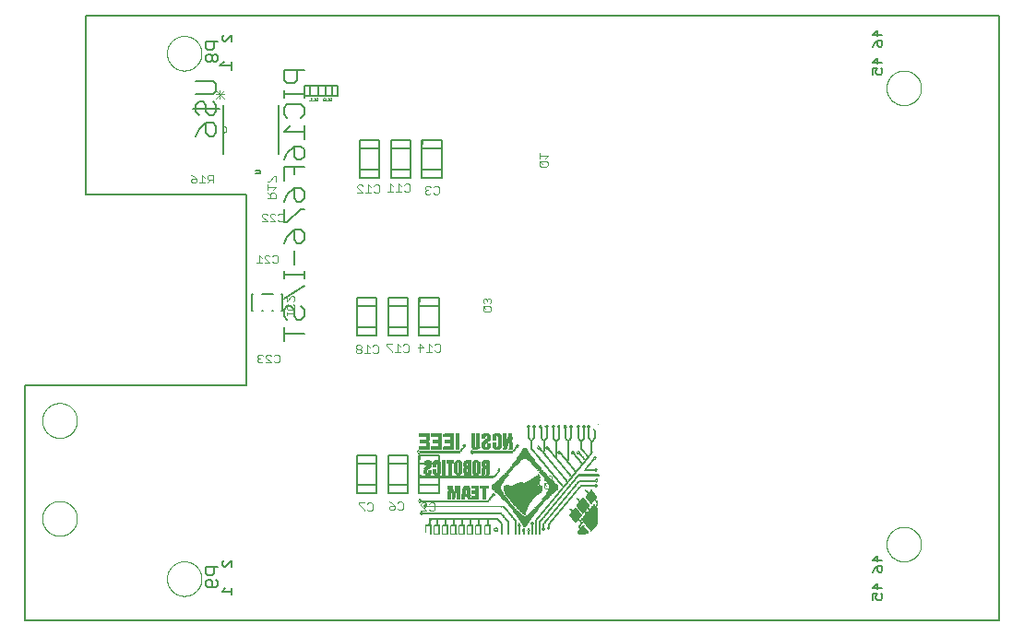
<source format=gbo>
G75*
%MOIN*%
%OFA0B0*%
%FSLAX25Y25*%
%IPPOS*%
%LPD*%
%AMOC8*
5,1,8,0,0,1.08239X$1,22.5*
%
%ADD10C,0.00500*%
%ADD11C,0.00000*%
%ADD12C,0.00800*%
%ADD13C,0.00600*%
%ADD14C,0.00200*%
%ADD15C,0.00300*%
%ADD16C,0.00100*%
%ADD17R,0.00600X0.00100*%
%ADD18R,0.00400X0.00100*%
%ADD19R,0.00500X0.00100*%
%ADD20R,0.00200X0.00100*%
%ADD21R,0.02200X0.00100*%
%ADD22R,0.02100X0.00100*%
%ADD23R,0.00300X0.00100*%
%ADD24R,0.00100X0.00100*%
%ADD25R,0.02400X0.00100*%
%ADD26R,0.02800X0.00100*%
%ADD27R,0.03200X0.00100*%
%ADD28R,0.03500X0.00100*%
%ADD29R,0.03700X0.00100*%
%ADD30R,0.04000X0.00100*%
%ADD31R,0.03800X0.00100*%
%ADD32R,0.03600X0.00100*%
%ADD33R,0.00700X0.00100*%
%ADD34R,0.00800X0.00100*%
%ADD35R,0.03400X0.00100*%
%ADD36R,0.00900X0.00100*%
%ADD37R,0.01000X0.00100*%
%ADD38R,0.01100X0.00100*%
%ADD39R,0.03000X0.00100*%
%ADD40R,0.02600X0.00100*%
%ADD41R,0.01300X0.00100*%
%ADD42R,0.01400X0.00100*%
%ADD43R,0.01600X0.00100*%
%ADD44R,0.01800X0.00100*%
%ADD45R,0.02000X0.00100*%
%ADD46R,0.02300X0.00100*%
%ADD47R,0.01200X0.00100*%
%ADD48R,0.02900X0.00100*%
%ADD49R,0.03100X0.00100*%
%ADD50R,0.03300X0.00100*%
%ADD51R,0.01700X0.00100*%
%ADD52R,0.01900X0.00100*%
%ADD53R,0.04200X0.00100*%
%ADD54R,0.04300X0.00100*%
%ADD55R,0.04500X0.00100*%
%ADD56R,0.04600X0.00100*%
%ADD57R,0.04800X0.00100*%
%ADD58R,0.02500X0.00100*%
%ADD59R,0.04900X0.00100*%
%ADD60R,0.02700X0.00100*%
%ADD61R,0.05000X0.00100*%
%ADD62R,0.05200X0.00100*%
%ADD63R,0.05600X0.00100*%
%ADD64R,0.05500X0.00100*%
%ADD65R,0.05700X0.00100*%
%ADD66R,0.05800X0.00100*%
%ADD67R,0.03900X0.00100*%
%ADD68R,0.05900X0.00100*%
%ADD69R,0.04100X0.00100*%
%ADD70R,0.25300X0.00100*%
%ADD71R,0.06000X0.00100*%
%ADD72R,0.25200X0.00100*%
%ADD73R,0.04400X0.00100*%
%ADD74R,0.25100X0.00100*%
%ADD75R,0.25000X0.00100*%
%ADD76R,0.04700X0.00100*%
%ADD77R,0.24900X0.00100*%
%ADD78R,0.05100X0.00100*%
%ADD79R,0.05400X0.00100*%
%ADD80R,0.05300X0.00100*%
%ADD81R,0.29600X0.00100*%
%ADD82R,0.29000X0.00100*%
%ADD83R,0.28800X0.00100*%
%ADD84R,0.01500X0.00100*%
%ADD85R,0.28600X0.00100*%
%ADD86R,0.28500X0.00100*%
%ADD87R,0.28400X0.00100*%
%ADD88R,0.28300X0.00100*%
%ADD89R,0.06100X0.00100*%
%ADD90R,0.06300X0.00100*%
%ADD91R,0.06400X0.00100*%
%ADD92R,0.06600X0.00100*%
%ADD93R,0.06800X0.00100*%
%ADD94R,0.07000X0.00100*%
%ADD95R,0.07200X0.00100*%
%ADD96R,0.07300X0.00100*%
%ADD97R,0.07400X0.00100*%
%ADD98R,0.24800X0.00100*%
%ADD99R,0.07600X0.00100*%
%ADD100R,0.07800X0.00100*%
%ADD101R,0.07900X0.00100*%
%ADD102R,0.08100X0.00100*%
%ADD103R,0.08200X0.00100*%
%ADD104R,0.08300X0.00100*%
%ADD105R,0.08500X0.00100*%
%ADD106R,0.08700X0.00100*%
%ADD107R,0.08800X0.00100*%
%ADD108R,0.09000X0.00100*%
%ADD109R,0.09100X0.00100*%
%ADD110R,0.09200X0.00100*%
%ADD111R,0.09400X0.00100*%
%ADD112R,0.09600X0.00100*%
%ADD113R,0.09800X0.00100*%
%ADD114R,0.09900X0.00100*%
%ADD115R,0.10100X0.00100*%
%ADD116R,0.10300X0.00100*%
%ADD117R,0.10400X0.00100*%
%ADD118R,0.10500X0.00100*%
%ADD119R,0.10700X0.00100*%
%ADD120R,0.11000X0.00100*%
%ADD121R,0.11100X0.00100*%
%ADD122R,0.11300X0.00100*%
%ADD123R,0.11400X0.00100*%
%ADD124R,0.11700X0.00100*%
%ADD125R,0.11900X0.00100*%
%ADD126R,0.12200X0.00100*%
%ADD127R,0.12600X0.00100*%
%ADD128R,0.12700X0.00100*%
%ADD129R,0.12900X0.00100*%
%ADD130R,0.13000X0.00100*%
%ADD131R,0.13200X0.00100*%
%ADD132R,0.13300X0.00100*%
%ADD133R,0.13500X0.00100*%
%ADD134R,0.13700X0.00100*%
%ADD135R,0.13900X0.00100*%
%ADD136R,0.14100X0.00100*%
%ADD137R,0.14200X0.00100*%
%ADD138R,0.14300X0.00100*%
%ADD139R,0.06200X0.00100*%
%ADD140R,0.12400X0.00100*%
%ADD141R,0.08400X0.00100*%
%ADD142R,0.08000X0.00100*%
%ADD143R,0.07700X0.00100*%
%ADD144R,0.07500X0.00100*%
%ADD145R,0.07100X0.00100*%
%ADD146R,0.06500X0.00100*%
%ADD147R,0.26700X0.00100*%
%ADD148R,0.26800X0.00100*%
%ADD149R,0.26900X0.00100*%
%ADD150R,0.15100X0.00100*%
%ADD151R,0.14600X0.00100*%
%ADD152R,0.14700X0.00100*%
%ADD153R,0.14900X0.00100*%
%ADD154R,0.14800X0.00100*%
D10*
X0026831Y0007667D02*
X0026831Y0092667D01*
X0106831Y0092667D01*
X0106831Y0161667D01*
X0048831Y0161667D01*
X0048831Y0226167D01*
X0378831Y0226167D01*
X0378831Y0007667D01*
X0026831Y0007667D01*
D11*
X0078081Y0022667D02*
X0078083Y0022825D01*
X0078089Y0022982D01*
X0078099Y0023140D01*
X0078113Y0023297D01*
X0078131Y0023453D01*
X0078152Y0023610D01*
X0078178Y0023765D01*
X0078208Y0023920D01*
X0078241Y0024074D01*
X0078279Y0024227D01*
X0078320Y0024380D01*
X0078365Y0024531D01*
X0078414Y0024681D01*
X0078467Y0024829D01*
X0078523Y0024977D01*
X0078584Y0025122D01*
X0078647Y0025267D01*
X0078715Y0025409D01*
X0078786Y0025550D01*
X0078860Y0025689D01*
X0078938Y0025826D01*
X0079020Y0025961D01*
X0079104Y0026094D01*
X0079193Y0026225D01*
X0079284Y0026353D01*
X0079379Y0026480D01*
X0079476Y0026603D01*
X0079577Y0026725D01*
X0079681Y0026843D01*
X0079788Y0026959D01*
X0079898Y0027072D01*
X0080010Y0027183D01*
X0080126Y0027290D01*
X0080244Y0027395D01*
X0080364Y0027497D01*
X0080487Y0027595D01*
X0080613Y0027691D01*
X0080741Y0027783D01*
X0080871Y0027872D01*
X0081003Y0027958D01*
X0081138Y0028040D01*
X0081275Y0028119D01*
X0081413Y0028194D01*
X0081553Y0028266D01*
X0081696Y0028334D01*
X0081839Y0028399D01*
X0081985Y0028460D01*
X0082132Y0028517D01*
X0082280Y0028571D01*
X0082430Y0028621D01*
X0082580Y0028667D01*
X0082732Y0028709D01*
X0082885Y0028748D01*
X0083039Y0028782D01*
X0083194Y0028813D01*
X0083349Y0028839D01*
X0083505Y0028862D01*
X0083662Y0028881D01*
X0083819Y0028896D01*
X0083976Y0028907D01*
X0084134Y0028914D01*
X0084292Y0028917D01*
X0084449Y0028916D01*
X0084607Y0028911D01*
X0084764Y0028902D01*
X0084922Y0028889D01*
X0085078Y0028872D01*
X0085235Y0028851D01*
X0085390Y0028827D01*
X0085545Y0028798D01*
X0085700Y0028765D01*
X0085853Y0028729D01*
X0086006Y0028688D01*
X0086157Y0028644D01*
X0086307Y0028596D01*
X0086456Y0028545D01*
X0086604Y0028489D01*
X0086750Y0028430D01*
X0086895Y0028367D01*
X0087038Y0028300D01*
X0087179Y0028230D01*
X0087318Y0028157D01*
X0087456Y0028080D01*
X0087592Y0027999D01*
X0087725Y0027915D01*
X0087856Y0027828D01*
X0087985Y0027737D01*
X0088112Y0027643D01*
X0088237Y0027546D01*
X0088358Y0027446D01*
X0088478Y0027343D01*
X0088594Y0027237D01*
X0088708Y0027128D01*
X0088820Y0027016D01*
X0088928Y0026902D01*
X0089033Y0026784D01*
X0089136Y0026664D01*
X0089235Y0026542D01*
X0089331Y0026417D01*
X0089424Y0026289D01*
X0089514Y0026160D01*
X0089600Y0026028D01*
X0089684Y0025894D01*
X0089763Y0025758D01*
X0089840Y0025620D01*
X0089912Y0025480D01*
X0089981Y0025338D01*
X0090047Y0025195D01*
X0090109Y0025050D01*
X0090167Y0024903D01*
X0090222Y0024755D01*
X0090273Y0024606D01*
X0090320Y0024455D01*
X0090363Y0024304D01*
X0090402Y0024151D01*
X0090438Y0023997D01*
X0090469Y0023843D01*
X0090497Y0023688D01*
X0090521Y0023532D01*
X0090541Y0023375D01*
X0090557Y0023218D01*
X0090569Y0023061D01*
X0090577Y0022904D01*
X0090581Y0022746D01*
X0090581Y0022588D01*
X0090577Y0022430D01*
X0090569Y0022273D01*
X0090557Y0022116D01*
X0090541Y0021959D01*
X0090521Y0021802D01*
X0090497Y0021646D01*
X0090469Y0021491D01*
X0090438Y0021337D01*
X0090402Y0021183D01*
X0090363Y0021030D01*
X0090320Y0020879D01*
X0090273Y0020728D01*
X0090222Y0020579D01*
X0090167Y0020431D01*
X0090109Y0020284D01*
X0090047Y0020139D01*
X0089981Y0019996D01*
X0089912Y0019854D01*
X0089840Y0019714D01*
X0089763Y0019576D01*
X0089684Y0019440D01*
X0089600Y0019306D01*
X0089514Y0019174D01*
X0089424Y0019045D01*
X0089331Y0018917D01*
X0089235Y0018792D01*
X0089136Y0018670D01*
X0089033Y0018550D01*
X0088928Y0018432D01*
X0088820Y0018318D01*
X0088708Y0018206D01*
X0088594Y0018097D01*
X0088478Y0017991D01*
X0088358Y0017888D01*
X0088237Y0017788D01*
X0088112Y0017691D01*
X0087985Y0017597D01*
X0087856Y0017506D01*
X0087725Y0017419D01*
X0087592Y0017335D01*
X0087456Y0017254D01*
X0087318Y0017177D01*
X0087179Y0017104D01*
X0087038Y0017034D01*
X0086895Y0016967D01*
X0086750Y0016904D01*
X0086604Y0016845D01*
X0086456Y0016789D01*
X0086307Y0016738D01*
X0086157Y0016690D01*
X0086006Y0016646D01*
X0085853Y0016605D01*
X0085700Y0016569D01*
X0085545Y0016536D01*
X0085390Y0016507D01*
X0085235Y0016483D01*
X0085078Y0016462D01*
X0084922Y0016445D01*
X0084764Y0016432D01*
X0084607Y0016423D01*
X0084449Y0016418D01*
X0084292Y0016417D01*
X0084134Y0016420D01*
X0083976Y0016427D01*
X0083819Y0016438D01*
X0083662Y0016453D01*
X0083505Y0016472D01*
X0083349Y0016495D01*
X0083194Y0016521D01*
X0083039Y0016552D01*
X0082885Y0016586D01*
X0082732Y0016625D01*
X0082580Y0016667D01*
X0082430Y0016713D01*
X0082280Y0016763D01*
X0082132Y0016817D01*
X0081985Y0016874D01*
X0081839Y0016935D01*
X0081696Y0017000D01*
X0081553Y0017068D01*
X0081413Y0017140D01*
X0081275Y0017215D01*
X0081138Y0017294D01*
X0081003Y0017376D01*
X0080871Y0017462D01*
X0080741Y0017551D01*
X0080613Y0017643D01*
X0080487Y0017739D01*
X0080364Y0017837D01*
X0080244Y0017939D01*
X0080126Y0018044D01*
X0080010Y0018151D01*
X0079898Y0018262D01*
X0079788Y0018375D01*
X0079681Y0018491D01*
X0079577Y0018609D01*
X0079476Y0018731D01*
X0079379Y0018854D01*
X0079284Y0018981D01*
X0079193Y0019109D01*
X0079104Y0019240D01*
X0079020Y0019373D01*
X0078938Y0019508D01*
X0078860Y0019645D01*
X0078786Y0019784D01*
X0078715Y0019925D01*
X0078647Y0020067D01*
X0078584Y0020212D01*
X0078523Y0020357D01*
X0078467Y0020505D01*
X0078414Y0020653D01*
X0078365Y0020803D01*
X0078320Y0020954D01*
X0078279Y0021107D01*
X0078241Y0021260D01*
X0078208Y0021414D01*
X0078178Y0021569D01*
X0078152Y0021724D01*
X0078131Y0021881D01*
X0078113Y0022037D01*
X0078099Y0022194D01*
X0078089Y0022352D01*
X0078083Y0022509D01*
X0078081Y0022667D01*
X0032996Y0044450D02*
X0032998Y0044608D01*
X0033004Y0044766D01*
X0033014Y0044924D01*
X0033028Y0045082D01*
X0033046Y0045239D01*
X0033067Y0045396D01*
X0033093Y0045552D01*
X0033123Y0045708D01*
X0033156Y0045863D01*
X0033194Y0046016D01*
X0033235Y0046169D01*
X0033280Y0046321D01*
X0033329Y0046472D01*
X0033382Y0046621D01*
X0033438Y0046769D01*
X0033498Y0046915D01*
X0033562Y0047060D01*
X0033630Y0047203D01*
X0033701Y0047345D01*
X0033775Y0047485D01*
X0033853Y0047622D01*
X0033935Y0047758D01*
X0034019Y0047892D01*
X0034108Y0048023D01*
X0034199Y0048152D01*
X0034294Y0048279D01*
X0034391Y0048404D01*
X0034492Y0048526D01*
X0034596Y0048645D01*
X0034703Y0048762D01*
X0034813Y0048876D01*
X0034926Y0048987D01*
X0035041Y0049096D01*
X0035159Y0049201D01*
X0035280Y0049303D01*
X0035403Y0049403D01*
X0035529Y0049499D01*
X0035657Y0049592D01*
X0035787Y0049682D01*
X0035920Y0049768D01*
X0036055Y0049852D01*
X0036191Y0049931D01*
X0036330Y0050008D01*
X0036471Y0050080D01*
X0036613Y0050150D01*
X0036757Y0050215D01*
X0036903Y0050277D01*
X0037050Y0050335D01*
X0037199Y0050390D01*
X0037349Y0050441D01*
X0037500Y0050488D01*
X0037652Y0050531D01*
X0037805Y0050570D01*
X0037960Y0050606D01*
X0038115Y0050637D01*
X0038271Y0050665D01*
X0038427Y0050689D01*
X0038584Y0050709D01*
X0038742Y0050725D01*
X0038899Y0050737D01*
X0039058Y0050745D01*
X0039216Y0050749D01*
X0039374Y0050749D01*
X0039532Y0050745D01*
X0039691Y0050737D01*
X0039848Y0050725D01*
X0040006Y0050709D01*
X0040163Y0050689D01*
X0040319Y0050665D01*
X0040475Y0050637D01*
X0040630Y0050606D01*
X0040785Y0050570D01*
X0040938Y0050531D01*
X0041090Y0050488D01*
X0041241Y0050441D01*
X0041391Y0050390D01*
X0041540Y0050335D01*
X0041687Y0050277D01*
X0041833Y0050215D01*
X0041977Y0050150D01*
X0042119Y0050080D01*
X0042260Y0050008D01*
X0042399Y0049931D01*
X0042535Y0049852D01*
X0042670Y0049768D01*
X0042803Y0049682D01*
X0042933Y0049592D01*
X0043061Y0049499D01*
X0043187Y0049403D01*
X0043310Y0049303D01*
X0043431Y0049201D01*
X0043549Y0049096D01*
X0043664Y0048987D01*
X0043777Y0048876D01*
X0043887Y0048762D01*
X0043994Y0048645D01*
X0044098Y0048526D01*
X0044199Y0048404D01*
X0044296Y0048279D01*
X0044391Y0048152D01*
X0044482Y0048023D01*
X0044571Y0047892D01*
X0044655Y0047758D01*
X0044737Y0047622D01*
X0044815Y0047485D01*
X0044889Y0047345D01*
X0044960Y0047203D01*
X0045028Y0047060D01*
X0045092Y0046915D01*
X0045152Y0046769D01*
X0045208Y0046621D01*
X0045261Y0046472D01*
X0045310Y0046321D01*
X0045355Y0046169D01*
X0045396Y0046016D01*
X0045434Y0045863D01*
X0045467Y0045708D01*
X0045497Y0045552D01*
X0045523Y0045396D01*
X0045544Y0045239D01*
X0045562Y0045082D01*
X0045576Y0044924D01*
X0045586Y0044766D01*
X0045592Y0044608D01*
X0045594Y0044450D01*
X0045592Y0044292D01*
X0045586Y0044134D01*
X0045576Y0043976D01*
X0045562Y0043818D01*
X0045544Y0043661D01*
X0045523Y0043504D01*
X0045497Y0043348D01*
X0045467Y0043192D01*
X0045434Y0043037D01*
X0045396Y0042884D01*
X0045355Y0042731D01*
X0045310Y0042579D01*
X0045261Y0042428D01*
X0045208Y0042279D01*
X0045152Y0042131D01*
X0045092Y0041985D01*
X0045028Y0041840D01*
X0044960Y0041697D01*
X0044889Y0041555D01*
X0044815Y0041415D01*
X0044737Y0041278D01*
X0044655Y0041142D01*
X0044571Y0041008D01*
X0044482Y0040877D01*
X0044391Y0040748D01*
X0044296Y0040621D01*
X0044199Y0040496D01*
X0044098Y0040374D01*
X0043994Y0040255D01*
X0043887Y0040138D01*
X0043777Y0040024D01*
X0043664Y0039913D01*
X0043549Y0039804D01*
X0043431Y0039699D01*
X0043310Y0039597D01*
X0043187Y0039497D01*
X0043061Y0039401D01*
X0042933Y0039308D01*
X0042803Y0039218D01*
X0042670Y0039132D01*
X0042535Y0039048D01*
X0042399Y0038969D01*
X0042260Y0038892D01*
X0042119Y0038820D01*
X0041977Y0038750D01*
X0041833Y0038685D01*
X0041687Y0038623D01*
X0041540Y0038565D01*
X0041391Y0038510D01*
X0041241Y0038459D01*
X0041090Y0038412D01*
X0040938Y0038369D01*
X0040785Y0038330D01*
X0040630Y0038294D01*
X0040475Y0038263D01*
X0040319Y0038235D01*
X0040163Y0038211D01*
X0040006Y0038191D01*
X0039848Y0038175D01*
X0039691Y0038163D01*
X0039532Y0038155D01*
X0039374Y0038151D01*
X0039216Y0038151D01*
X0039058Y0038155D01*
X0038899Y0038163D01*
X0038742Y0038175D01*
X0038584Y0038191D01*
X0038427Y0038211D01*
X0038271Y0038235D01*
X0038115Y0038263D01*
X0037960Y0038294D01*
X0037805Y0038330D01*
X0037652Y0038369D01*
X0037500Y0038412D01*
X0037349Y0038459D01*
X0037199Y0038510D01*
X0037050Y0038565D01*
X0036903Y0038623D01*
X0036757Y0038685D01*
X0036613Y0038750D01*
X0036471Y0038820D01*
X0036330Y0038892D01*
X0036191Y0038969D01*
X0036055Y0039048D01*
X0035920Y0039132D01*
X0035787Y0039218D01*
X0035657Y0039308D01*
X0035529Y0039401D01*
X0035403Y0039497D01*
X0035280Y0039597D01*
X0035159Y0039699D01*
X0035041Y0039804D01*
X0034926Y0039913D01*
X0034813Y0040024D01*
X0034703Y0040138D01*
X0034596Y0040255D01*
X0034492Y0040374D01*
X0034391Y0040496D01*
X0034294Y0040621D01*
X0034199Y0040748D01*
X0034108Y0040877D01*
X0034019Y0041008D01*
X0033935Y0041142D01*
X0033853Y0041278D01*
X0033775Y0041415D01*
X0033701Y0041555D01*
X0033630Y0041697D01*
X0033562Y0041840D01*
X0033498Y0041985D01*
X0033438Y0042131D01*
X0033382Y0042279D01*
X0033329Y0042428D01*
X0033280Y0042579D01*
X0033235Y0042731D01*
X0033194Y0042884D01*
X0033156Y0043037D01*
X0033123Y0043192D01*
X0033093Y0043348D01*
X0033067Y0043504D01*
X0033046Y0043661D01*
X0033028Y0043818D01*
X0033014Y0043976D01*
X0033004Y0044134D01*
X0032998Y0044292D01*
X0032996Y0044450D01*
X0032996Y0079883D02*
X0032998Y0080041D01*
X0033004Y0080199D01*
X0033014Y0080357D01*
X0033028Y0080515D01*
X0033046Y0080672D01*
X0033067Y0080829D01*
X0033093Y0080985D01*
X0033123Y0081141D01*
X0033156Y0081296D01*
X0033194Y0081449D01*
X0033235Y0081602D01*
X0033280Y0081754D01*
X0033329Y0081905D01*
X0033382Y0082054D01*
X0033438Y0082202D01*
X0033498Y0082348D01*
X0033562Y0082493D01*
X0033630Y0082636D01*
X0033701Y0082778D01*
X0033775Y0082918D01*
X0033853Y0083055D01*
X0033935Y0083191D01*
X0034019Y0083325D01*
X0034108Y0083456D01*
X0034199Y0083585D01*
X0034294Y0083712D01*
X0034391Y0083837D01*
X0034492Y0083959D01*
X0034596Y0084078D01*
X0034703Y0084195D01*
X0034813Y0084309D01*
X0034926Y0084420D01*
X0035041Y0084529D01*
X0035159Y0084634D01*
X0035280Y0084736D01*
X0035403Y0084836D01*
X0035529Y0084932D01*
X0035657Y0085025D01*
X0035787Y0085115D01*
X0035920Y0085201D01*
X0036055Y0085285D01*
X0036191Y0085364D01*
X0036330Y0085441D01*
X0036471Y0085513D01*
X0036613Y0085583D01*
X0036757Y0085648D01*
X0036903Y0085710D01*
X0037050Y0085768D01*
X0037199Y0085823D01*
X0037349Y0085874D01*
X0037500Y0085921D01*
X0037652Y0085964D01*
X0037805Y0086003D01*
X0037960Y0086039D01*
X0038115Y0086070D01*
X0038271Y0086098D01*
X0038427Y0086122D01*
X0038584Y0086142D01*
X0038742Y0086158D01*
X0038899Y0086170D01*
X0039058Y0086178D01*
X0039216Y0086182D01*
X0039374Y0086182D01*
X0039532Y0086178D01*
X0039691Y0086170D01*
X0039848Y0086158D01*
X0040006Y0086142D01*
X0040163Y0086122D01*
X0040319Y0086098D01*
X0040475Y0086070D01*
X0040630Y0086039D01*
X0040785Y0086003D01*
X0040938Y0085964D01*
X0041090Y0085921D01*
X0041241Y0085874D01*
X0041391Y0085823D01*
X0041540Y0085768D01*
X0041687Y0085710D01*
X0041833Y0085648D01*
X0041977Y0085583D01*
X0042119Y0085513D01*
X0042260Y0085441D01*
X0042399Y0085364D01*
X0042535Y0085285D01*
X0042670Y0085201D01*
X0042803Y0085115D01*
X0042933Y0085025D01*
X0043061Y0084932D01*
X0043187Y0084836D01*
X0043310Y0084736D01*
X0043431Y0084634D01*
X0043549Y0084529D01*
X0043664Y0084420D01*
X0043777Y0084309D01*
X0043887Y0084195D01*
X0043994Y0084078D01*
X0044098Y0083959D01*
X0044199Y0083837D01*
X0044296Y0083712D01*
X0044391Y0083585D01*
X0044482Y0083456D01*
X0044571Y0083325D01*
X0044655Y0083191D01*
X0044737Y0083055D01*
X0044815Y0082918D01*
X0044889Y0082778D01*
X0044960Y0082636D01*
X0045028Y0082493D01*
X0045092Y0082348D01*
X0045152Y0082202D01*
X0045208Y0082054D01*
X0045261Y0081905D01*
X0045310Y0081754D01*
X0045355Y0081602D01*
X0045396Y0081449D01*
X0045434Y0081296D01*
X0045467Y0081141D01*
X0045497Y0080985D01*
X0045523Y0080829D01*
X0045544Y0080672D01*
X0045562Y0080515D01*
X0045576Y0080357D01*
X0045586Y0080199D01*
X0045592Y0080041D01*
X0045594Y0079883D01*
X0045592Y0079725D01*
X0045586Y0079567D01*
X0045576Y0079409D01*
X0045562Y0079251D01*
X0045544Y0079094D01*
X0045523Y0078937D01*
X0045497Y0078781D01*
X0045467Y0078625D01*
X0045434Y0078470D01*
X0045396Y0078317D01*
X0045355Y0078164D01*
X0045310Y0078012D01*
X0045261Y0077861D01*
X0045208Y0077712D01*
X0045152Y0077564D01*
X0045092Y0077418D01*
X0045028Y0077273D01*
X0044960Y0077130D01*
X0044889Y0076988D01*
X0044815Y0076848D01*
X0044737Y0076711D01*
X0044655Y0076575D01*
X0044571Y0076441D01*
X0044482Y0076310D01*
X0044391Y0076181D01*
X0044296Y0076054D01*
X0044199Y0075929D01*
X0044098Y0075807D01*
X0043994Y0075688D01*
X0043887Y0075571D01*
X0043777Y0075457D01*
X0043664Y0075346D01*
X0043549Y0075237D01*
X0043431Y0075132D01*
X0043310Y0075030D01*
X0043187Y0074930D01*
X0043061Y0074834D01*
X0042933Y0074741D01*
X0042803Y0074651D01*
X0042670Y0074565D01*
X0042535Y0074481D01*
X0042399Y0074402D01*
X0042260Y0074325D01*
X0042119Y0074253D01*
X0041977Y0074183D01*
X0041833Y0074118D01*
X0041687Y0074056D01*
X0041540Y0073998D01*
X0041391Y0073943D01*
X0041241Y0073892D01*
X0041090Y0073845D01*
X0040938Y0073802D01*
X0040785Y0073763D01*
X0040630Y0073727D01*
X0040475Y0073696D01*
X0040319Y0073668D01*
X0040163Y0073644D01*
X0040006Y0073624D01*
X0039848Y0073608D01*
X0039691Y0073596D01*
X0039532Y0073588D01*
X0039374Y0073584D01*
X0039216Y0073584D01*
X0039058Y0073588D01*
X0038899Y0073596D01*
X0038742Y0073608D01*
X0038584Y0073624D01*
X0038427Y0073644D01*
X0038271Y0073668D01*
X0038115Y0073696D01*
X0037960Y0073727D01*
X0037805Y0073763D01*
X0037652Y0073802D01*
X0037500Y0073845D01*
X0037349Y0073892D01*
X0037199Y0073943D01*
X0037050Y0073998D01*
X0036903Y0074056D01*
X0036757Y0074118D01*
X0036613Y0074183D01*
X0036471Y0074253D01*
X0036330Y0074325D01*
X0036191Y0074402D01*
X0036055Y0074481D01*
X0035920Y0074565D01*
X0035787Y0074651D01*
X0035657Y0074741D01*
X0035529Y0074834D01*
X0035403Y0074930D01*
X0035280Y0075030D01*
X0035159Y0075132D01*
X0035041Y0075237D01*
X0034926Y0075346D01*
X0034813Y0075457D01*
X0034703Y0075571D01*
X0034596Y0075688D01*
X0034492Y0075807D01*
X0034391Y0075929D01*
X0034294Y0076054D01*
X0034199Y0076181D01*
X0034108Y0076310D01*
X0034019Y0076441D01*
X0033935Y0076575D01*
X0033853Y0076711D01*
X0033775Y0076848D01*
X0033701Y0076988D01*
X0033630Y0077130D01*
X0033562Y0077273D01*
X0033498Y0077418D01*
X0033438Y0077564D01*
X0033382Y0077712D01*
X0033329Y0077861D01*
X0033280Y0078012D01*
X0033235Y0078164D01*
X0033194Y0078317D01*
X0033156Y0078470D01*
X0033123Y0078625D01*
X0033093Y0078781D01*
X0033067Y0078937D01*
X0033046Y0079094D01*
X0033028Y0079251D01*
X0033014Y0079409D01*
X0033004Y0079567D01*
X0032998Y0079725D01*
X0032996Y0079883D01*
X0098331Y0183967D02*
X0098400Y0183969D01*
X0098468Y0183975D01*
X0098536Y0183985D01*
X0098603Y0183998D01*
X0098669Y0184016D01*
X0098734Y0184037D01*
X0098798Y0184062D01*
X0098860Y0184090D01*
X0098921Y0184122D01*
X0098980Y0184157D01*
X0099036Y0184196D01*
X0099091Y0184238D01*
X0099142Y0184283D01*
X0099192Y0184331D01*
X0099238Y0184381D01*
X0099281Y0184434D01*
X0099322Y0184490D01*
X0099359Y0184547D01*
X0099392Y0184607D01*
X0099423Y0184669D01*
X0099449Y0184732D01*
X0099472Y0184796D01*
X0099492Y0184862D01*
X0099507Y0184929D01*
X0099519Y0184996D01*
X0099527Y0185064D01*
X0099531Y0185133D01*
X0099531Y0185201D01*
X0099527Y0185270D01*
X0099519Y0185338D01*
X0099507Y0185405D01*
X0099492Y0185472D01*
X0099472Y0185538D01*
X0099449Y0185602D01*
X0099423Y0185665D01*
X0099392Y0185727D01*
X0099359Y0185787D01*
X0099322Y0185844D01*
X0099281Y0185900D01*
X0099238Y0185953D01*
X0099192Y0186003D01*
X0099142Y0186051D01*
X0099091Y0186096D01*
X0099036Y0186138D01*
X0098980Y0186177D01*
X0098921Y0186212D01*
X0098860Y0186244D01*
X0098798Y0186272D01*
X0098734Y0186297D01*
X0098669Y0186318D01*
X0098603Y0186336D01*
X0098536Y0186349D01*
X0098468Y0186359D01*
X0098400Y0186365D01*
X0098331Y0186367D01*
X0078081Y0212667D02*
X0078083Y0212825D01*
X0078089Y0212982D01*
X0078099Y0213140D01*
X0078113Y0213297D01*
X0078131Y0213453D01*
X0078152Y0213610D01*
X0078178Y0213765D01*
X0078208Y0213920D01*
X0078241Y0214074D01*
X0078279Y0214227D01*
X0078320Y0214380D01*
X0078365Y0214531D01*
X0078414Y0214681D01*
X0078467Y0214829D01*
X0078523Y0214977D01*
X0078584Y0215122D01*
X0078647Y0215267D01*
X0078715Y0215409D01*
X0078786Y0215550D01*
X0078860Y0215689D01*
X0078938Y0215826D01*
X0079020Y0215961D01*
X0079104Y0216094D01*
X0079193Y0216225D01*
X0079284Y0216353D01*
X0079379Y0216480D01*
X0079476Y0216603D01*
X0079577Y0216725D01*
X0079681Y0216843D01*
X0079788Y0216959D01*
X0079898Y0217072D01*
X0080010Y0217183D01*
X0080126Y0217290D01*
X0080244Y0217395D01*
X0080364Y0217497D01*
X0080487Y0217595D01*
X0080613Y0217691D01*
X0080741Y0217783D01*
X0080871Y0217872D01*
X0081003Y0217958D01*
X0081138Y0218040D01*
X0081275Y0218119D01*
X0081413Y0218194D01*
X0081553Y0218266D01*
X0081696Y0218334D01*
X0081839Y0218399D01*
X0081985Y0218460D01*
X0082132Y0218517D01*
X0082280Y0218571D01*
X0082430Y0218621D01*
X0082580Y0218667D01*
X0082732Y0218709D01*
X0082885Y0218748D01*
X0083039Y0218782D01*
X0083194Y0218813D01*
X0083349Y0218839D01*
X0083505Y0218862D01*
X0083662Y0218881D01*
X0083819Y0218896D01*
X0083976Y0218907D01*
X0084134Y0218914D01*
X0084292Y0218917D01*
X0084449Y0218916D01*
X0084607Y0218911D01*
X0084764Y0218902D01*
X0084922Y0218889D01*
X0085078Y0218872D01*
X0085235Y0218851D01*
X0085390Y0218827D01*
X0085545Y0218798D01*
X0085700Y0218765D01*
X0085853Y0218729D01*
X0086006Y0218688D01*
X0086157Y0218644D01*
X0086307Y0218596D01*
X0086456Y0218545D01*
X0086604Y0218489D01*
X0086750Y0218430D01*
X0086895Y0218367D01*
X0087038Y0218300D01*
X0087179Y0218230D01*
X0087318Y0218157D01*
X0087456Y0218080D01*
X0087592Y0217999D01*
X0087725Y0217915D01*
X0087856Y0217828D01*
X0087985Y0217737D01*
X0088112Y0217643D01*
X0088237Y0217546D01*
X0088358Y0217446D01*
X0088478Y0217343D01*
X0088594Y0217237D01*
X0088708Y0217128D01*
X0088820Y0217016D01*
X0088928Y0216902D01*
X0089033Y0216784D01*
X0089136Y0216664D01*
X0089235Y0216542D01*
X0089331Y0216417D01*
X0089424Y0216289D01*
X0089514Y0216160D01*
X0089600Y0216028D01*
X0089684Y0215894D01*
X0089763Y0215758D01*
X0089840Y0215620D01*
X0089912Y0215480D01*
X0089981Y0215338D01*
X0090047Y0215195D01*
X0090109Y0215050D01*
X0090167Y0214903D01*
X0090222Y0214755D01*
X0090273Y0214606D01*
X0090320Y0214455D01*
X0090363Y0214304D01*
X0090402Y0214151D01*
X0090438Y0213997D01*
X0090469Y0213843D01*
X0090497Y0213688D01*
X0090521Y0213532D01*
X0090541Y0213375D01*
X0090557Y0213218D01*
X0090569Y0213061D01*
X0090577Y0212904D01*
X0090581Y0212746D01*
X0090581Y0212588D01*
X0090577Y0212430D01*
X0090569Y0212273D01*
X0090557Y0212116D01*
X0090541Y0211959D01*
X0090521Y0211802D01*
X0090497Y0211646D01*
X0090469Y0211491D01*
X0090438Y0211337D01*
X0090402Y0211183D01*
X0090363Y0211030D01*
X0090320Y0210879D01*
X0090273Y0210728D01*
X0090222Y0210579D01*
X0090167Y0210431D01*
X0090109Y0210284D01*
X0090047Y0210139D01*
X0089981Y0209996D01*
X0089912Y0209854D01*
X0089840Y0209714D01*
X0089763Y0209576D01*
X0089684Y0209440D01*
X0089600Y0209306D01*
X0089514Y0209174D01*
X0089424Y0209045D01*
X0089331Y0208917D01*
X0089235Y0208792D01*
X0089136Y0208670D01*
X0089033Y0208550D01*
X0088928Y0208432D01*
X0088820Y0208318D01*
X0088708Y0208206D01*
X0088594Y0208097D01*
X0088478Y0207991D01*
X0088358Y0207888D01*
X0088237Y0207788D01*
X0088112Y0207691D01*
X0087985Y0207597D01*
X0087856Y0207506D01*
X0087725Y0207419D01*
X0087592Y0207335D01*
X0087456Y0207254D01*
X0087318Y0207177D01*
X0087179Y0207104D01*
X0087038Y0207034D01*
X0086895Y0206967D01*
X0086750Y0206904D01*
X0086604Y0206845D01*
X0086456Y0206789D01*
X0086307Y0206738D01*
X0086157Y0206690D01*
X0086006Y0206646D01*
X0085853Y0206605D01*
X0085700Y0206569D01*
X0085545Y0206536D01*
X0085390Y0206507D01*
X0085235Y0206483D01*
X0085078Y0206462D01*
X0084922Y0206445D01*
X0084764Y0206432D01*
X0084607Y0206423D01*
X0084449Y0206418D01*
X0084292Y0206417D01*
X0084134Y0206420D01*
X0083976Y0206427D01*
X0083819Y0206438D01*
X0083662Y0206453D01*
X0083505Y0206472D01*
X0083349Y0206495D01*
X0083194Y0206521D01*
X0083039Y0206552D01*
X0082885Y0206586D01*
X0082732Y0206625D01*
X0082580Y0206667D01*
X0082430Y0206713D01*
X0082280Y0206763D01*
X0082132Y0206817D01*
X0081985Y0206874D01*
X0081839Y0206935D01*
X0081696Y0207000D01*
X0081553Y0207068D01*
X0081413Y0207140D01*
X0081275Y0207215D01*
X0081138Y0207294D01*
X0081003Y0207376D01*
X0080871Y0207462D01*
X0080741Y0207551D01*
X0080613Y0207643D01*
X0080487Y0207739D01*
X0080364Y0207837D01*
X0080244Y0207939D01*
X0080126Y0208044D01*
X0080010Y0208151D01*
X0079898Y0208262D01*
X0079788Y0208375D01*
X0079681Y0208491D01*
X0079577Y0208609D01*
X0079476Y0208731D01*
X0079379Y0208854D01*
X0079284Y0208981D01*
X0079193Y0209109D01*
X0079104Y0209240D01*
X0079020Y0209373D01*
X0078938Y0209508D01*
X0078860Y0209645D01*
X0078786Y0209784D01*
X0078715Y0209925D01*
X0078647Y0210067D01*
X0078584Y0210212D01*
X0078523Y0210357D01*
X0078467Y0210505D01*
X0078414Y0210653D01*
X0078365Y0210803D01*
X0078320Y0210954D01*
X0078279Y0211107D01*
X0078241Y0211260D01*
X0078208Y0211414D01*
X0078178Y0211569D01*
X0078152Y0211724D01*
X0078131Y0211881D01*
X0078113Y0212037D01*
X0078099Y0212194D01*
X0078089Y0212352D01*
X0078083Y0212509D01*
X0078081Y0212667D01*
X0338081Y0200167D02*
X0338083Y0200325D01*
X0338089Y0200482D01*
X0338099Y0200640D01*
X0338113Y0200797D01*
X0338131Y0200953D01*
X0338152Y0201110D01*
X0338178Y0201265D01*
X0338208Y0201420D01*
X0338241Y0201574D01*
X0338279Y0201727D01*
X0338320Y0201880D01*
X0338365Y0202031D01*
X0338414Y0202181D01*
X0338467Y0202329D01*
X0338523Y0202477D01*
X0338584Y0202622D01*
X0338647Y0202767D01*
X0338715Y0202909D01*
X0338786Y0203050D01*
X0338860Y0203189D01*
X0338938Y0203326D01*
X0339020Y0203461D01*
X0339104Y0203594D01*
X0339193Y0203725D01*
X0339284Y0203853D01*
X0339379Y0203980D01*
X0339476Y0204103D01*
X0339577Y0204225D01*
X0339681Y0204343D01*
X0339788Y0204459D01*
X0339898Y0204572D01*
X0340010Y0204683D01*
X0340126Y0204790D01*
X0340244Y0204895D01*
X0340364Y0204997D01*
X0340487Y0205095D01*
X0340613Y0205191D01*
X0340741Y0205283D01*
X0340871Y0205372D01*
X0341003Y0205458D01*
X0341138Y0205540D01*
X0341275Y0205619D01*
X0341413Y0205694D01*
X0341553Y0205766D01*
X0341696Y0205834D01*
X0341839Y0205899D01*
X0341985Y0205960D01*
X0342132Y0206017D01*
X0342280Y0206071D01*
X0342430Y0206121D01*
X0342580Y0206167D01*
X0342732Y0206209D01*
X0342885Y0206248D01*
X0343039Y0206282D01*
X0343194Y0206313D01*
X0343349Y0206339D01*
X0343505Y0206362D01*
X0343662Y0206381D01*
X0343819Y0206396D01*
X0343976Y0206407D01*
X0344134Y0206414D01*
X0344292Y0206417D01*
X0344449Y0206416D01*
X0344607Y0206411D01*
X0344764Y0206402D01*
X0344922Y0206389D01*
X0345078Y0206372D01*
X0345235Y0206351D01*
X0345390Y0206327D01*
X0345545Y0206298D01*
X0345700Y0206265D01*
X0345853Y0206229D01*
X0346006Y0206188D01*
X0346157Y0206144D01*
X0346307Y0206096D01*
X0346456Y0206045D01*
X0346604Y0205989D01*
X0346750Y0205930D01*
X0346895Y0205867D01*
X0347038Y0205800D01*
X0347179Y0205730D01*
X0347318Y0205657D01*
X0347456Y0205580D01*
X0347592Y0205499D01*
X0347725Y0205415D01*
X0347856Y0205328D01*
X0347985Y0205237D01*
X0348112Y0205143D01*
X0348237Y0205046D01*
X0348358Y0204946D01*
X0348478Y0204843D01*
X0348594Y0204737D01*
X0348708Y0204628D01*
X0348820Y0204516D01*
X0348928Y0204402D01*
X0349033Y0204284D01*
X0349136Y0204164D01*
X0349235Y0204042D01*
X0349331Y0203917D01*
X0349424Y0203789D01*
X0349514Y0203660D01*
X0349600Y0203528D01*
X0349684Y0203394D01*
X0349763Y0203258D01*
X0349840Y0203120D01*
X0349912Y0202980D01*
X0349981Y0202838D01*
X0350047Y0202695D01*
X0350109Y0202550D01*
X0350167Y0202403D01*
X0350222Y0202255D01*
X0350273Y0202106D01*
X0350320Y0201955D01*
X0350363Y0201804D01*
X0350402Y0201651D01*
X0350438Y0201497D01*
X0350469Y0201343D01*
X0350497Y0201188D01*
X0350521Y0201032D01*
X0350541Y0200875D01*
X0350557Y0200718D01*
X0350569Y0200561D01*
X0350577Y0200404D01*
X0350581Y0200246D01*
X0350581Y0200088D01*
X0350577Y0199930D01*
X0350569Y0199773D01*
X0350557Y0199616D01*
X0350541Y0199459D01*
X0350521Y0199302D01*
X0350497Y0199146D01*
X0350469Y0198991D01*
X0350438Y0198837D01*
X0350402Y0198683D01*
X0350363Y0198530D01*
X0350320Y0198379D01*
X0350273Y0198228D01*
X0350222Y0198079D01*
X0350167Y0197931D01*
X0350109Y0197784D01*
X0350047Y0197639D01*
X0349981Y0197496D01*
X0349912Y0197354D01*
X0349840Y0197214D01*
X0349763Y0197076D01*
X0349684Y0196940D01*
X0349600Y0196806D01*
X0349514Y0196674D01*
X0349424Y0196545D01*
X0349331Y0196417D01*
X0349235Y0196292D01*
X0349136Y0196170D01*
X0349033Y0196050D01*
X0348928Y0195932D01*
X0348820Y0195818D01*
X0348708Y0195706D01*
X0348594Y0195597D01*
X0348478Y0195491D01*
X0348358Y0195388D01*
X0348237Y0195288D01*
X0348112Y0195191D01*
X0347985Y0195097D01*
X0347856Y0195006D01*
X0347725Y0194919D01*
X0347592Y0194835D01*
X0347456Y0194754D01*
X0347318Y0194677D01*
X0347179Y0194604D01*
X0347038Y0194534D01*
X0346895Y0194467D01*
X0346750Y0194404D01*
X0346604Y0194345D01*
X0346456Y0194289D01*
X0346307Y0194238D01*
X0346157Y0194190D01*
X0346006Y0194146D01*
X0345853Y0194105D01*
X0345700Y0194069D01*
X0345545Y0194036D01*
X0345390Y0194007D01*
X0345235Y0193983D01*
X0345078Y0193962D01*
X0344922Y0193945D01*
X0344764Y0193932D01*
X0344607Y0193923D01*
X0344449Y0193918D01*
X0344292Y0193917D01*
X0344134Y0193920D01*
X0343976Y0193927D01*
X0343819Y0193938D01*
X0343662Y0193953D01*
X0343505Y0193972D01*
X0343349Y0193995D01*
X0343194Y0194021D01*
X0343039Y0194052D01*
X0342885Y0194086D01*
X0342732Y0194125D01*
X0342580Y0194167D01*
X0342430Y0194213D01*
X0342280Y0194263D01*
X0342132Y0194317D01*
X0341985Y0194374D01*
X0341839Y0194435D01*
X0341696Y0194500D01*
X0341553Y0194568D01*
X0341413Y0194640D01*
X0341275Y0194715D01*
X0341138Y0194794D01*
X0341003Y0194876D01*
X0340871Y0194962D01*
X0340741Y0195051D01*
X0340613Y0195143D01*
X0340487Y0195239D01*
X0340364Y0195337D01*
X0340244Y0195439D01*
X0340126Y0195544D01*
X0340010Y0195651D01*
X0339898Y0195762D01*
X0339788Y0195875D01*
X0339681Y0195991D01*
X0339577Y0196109D01*
X0339476Y0196231D01*
X0339379Y0196354D01*
X0339284Y0196481D01*
X0339193Y0196609D01*
X0339104Y0196740D01*
X0339020Y0196873D01*
X0338938Y0197008D01*
X0338860Y0197145D01*
X0338786Y0197284D01*
X0338715Y0197425D01*
X0338647Y0197567D01*
X0338584Y0197712D01*
X0338523Y0197857D01*
X0338467Y0198005D01*
X0338414Y0198153D01*
X0338365Y0198303D01*
X0338320Y0198454D01*
X0338279Y0198607D01*
X0338241Y0198760D01*
X0338208Y0198914D01*
X0338178Y0199069D01*
X0338152Y0199224D01*
X0338131Y0199381D01*
X0338113Y0199537D01*
X0338099Y0199694D01*
X0338089Y0199852D01*
X0338083Y0200009D01*
X0338081Y0200167D01*
X0338081Y0035167D02*
X0338083Y0035325D01*
X0338089Y0035482D01*
X0338099Y0035640D01*
X0338113Y0035797D01*
X0338131Y0035953D01*
X0338152Y0036110D01*
X0338178Y0036265D01*
X0338208Y0036420D01*
X0338241Y0036574D01*
X0338279Y0036727D01*
X0338320Y0036880D01*
X0338365Y0037031D01*
X0338414Y0037181D01*
X0338467Y0037329D01*
X0338523Y0037477D01*
X0338584Y0037622D01*
X0338647Y0037767D01*
X0338715Y0037909D01*
X0338786Y0038050D01*
X0338860Y0038189D01*
X0338938Y0038326D01*
X0339020Y0038461D01*
X0339104Y0038594D01*
X0339193Y0038725D01*
X0339284Y0038853D01*
X0339379Y0038980D01*
X0339476Y0039103D01*
X0339577Y0039225D01*
X0339681Y0039343D01*
X0339788Y0039459D01*
X0339898Y0039572D01*
X0340010Y0039683D01*
X0340126Y0039790D01*
X0340244Y0039895D01*
X0340364Y0039997D01*
X0340487Y0040095D01*
X0340613Y0040191D01*
X0340741Y0040283D01*
X0340871Y0040372D01*
X0341003Y0040458D01*
X0341138Y0040540D01*
X0341275Y0040619D01*
X0341413Y0040694D01*
X0341553Y0040766D01*
X0341696Y0040834D01*
X0341839Y0040899D01*
X0341985Y0040960D01*
X0342132Y0041017D01*
X0342280Y0041071D01*
X0342430Y0041121D01*
X0342580Y0041167D01*
X0342732Y0041209D01*
X0342885Y0041248D01*
X0343039Y0041282D01*
X0343194Y0041313D01*
X0343349Y0041339D01*
X0343505Y0041362D01*
X0343662Y0041381D01*
X0343819Y0041396D01*
X0343976Y0041407D01*
X0344134Y0041414D01*
X0344292Y0041417D01*
X0344449Y0041416D01*
X0344607Y0041411D01*
X0344764Y0041402D01*
X0344922Y0041389D01*
X0345078Y0041372D01*
X0345235Y0041351D01*
X0345390Y0041327D01*
X0345545Y0041298D01*
X0345700Y0041265D01*
X0345853Y0041229D01*
X0346006Y0041188D01*
X0346157Y0041144D01*
X0346307Y0041096D01*
X0346456Y0041045D01*
X0346604Y0040989D01*
X0346750Y0040930D01*
X0346895Y0040867D01*
X0347038Y0040800D01*
X0347179Y0040730D01*
X0347318Y0040657D01*
X0347456Y0040580D01*
X0347592Y0040499D01*
X0347725Y0040415D01*
X0347856Y0040328D01*
X0347985Y0040237D01*
X0348112Y0040143D01*
X0348237Y0040046D01*
X0348358Y0039946D01*
X0348478Y0039843D01*
X0348594Y0039737D01*
X0348708Y0039628D01*
X0348820Y0039516D01*
X0348928Y0039402D01*
X0349033Y0039284D01*
X0349136Y0039164D01*
X0349235Y0039042D01*
X0349331Y0038917D01*
X0349424Y0038789D01*
X0349514Y0038660D01*
X0349600Y0038528D01*
X0349684Y0038394D01*
X0349763Y0038258D01*
X0349840Y0038120D01*
X0349912Y0037980D01*
X0349981Y0037838D01*
X0350047Y0037695D01*
X0350109Y0037550D01*
X0350167Y0037403D01*
X0350222Y0037255D01*
X0350273Y0037106D01*
X0350320Y0036955D01*
X0350363Y0036804D01*
X0350402Y0036651D01*
X0350438Y0036497D01*
X0350469Y0036343D01*
X0350497Y0036188D01*
X0350521Y0036032D01*
X0350541Y0035875D01*
X0350557Y0035718D01*
X0350569Y0035561D01*
X0350577Y0035404D01*
X0350581Y0035246D01*
X0350581Y0035088D01*
X0350577Y0034930D01*
X0350569Y0034773D01*
X0350557Y0034616D01*
X0350541Y0034459D01*
X0350521Y0034302D01*
X0350497Y0034146D01*
X0350469Y0033991D01*
X0350438Y0033837D01*
X0350402Y0033683D01*
X0350363Y0033530D01*
X0350320Y0033379D01*
X0350273Y0033228D01*
X0350222Y0033079D01*
X0350167Y0032931D01*
X0350109Y0032784D01*
X0350047Y0032639D01*
X0349981Y0032496D01*
X0349912Y0032354D01*
X0349840Y0032214D01*
X0349763Y0032076D01*
X0349684Y0031940D01*
X0349600Y0031806D01*
X0349514Y0031674D01*
X0349424Y0031545D01*
X0349331Y0031417D01*
X0349235Y0031292D01*
X0349136Y0031170D01*
X0349033Y0031050D01*
X0348928Y0030932D01*
X0348820Y0030818D01*
X0348708Y0030706D01*
X0348594Y0030597D01*
X0348478Y0030491D01*
X0348358Y0030388D01*
X0348237Y0030288D01*
X0348112Y0030191D01*
X0347985Y0030097D01*
X0347856Y0030006D01*
X0347725Y0029919D01*
X0347592Y0029835D01*
X0347456Y0029754D01*
X0347318Y0029677D01*
X0347179Y0029604D01*
X0347038Y0029534D01*
X0346895Y0029467D01*
X0346750Y0029404D01*
X0346604Y0029345D01*
X0346456Y0029289D01*
X0346307Y0029238D01*
X0346157Y0029190D01*
X0346006Y0029146D01*
X0345853Y0029105D01*
X0345700Y0029069D01*
X0345545Y0029036D01*
X0345390Y0029007D01*
X0345235Y0028983D01*
X0345078Y0028962D01*
X0344922Y0028945D01*
X0344764Y0028932D01*
X0344607Y0028923D01*
X0344449Y0028918D01*
X0344292Y0028917D01*
X0344134Y0028920D01*
X0343976Y0028927D01*
X0343819Y0028938D01*
X0343662Y0028953D01*
X0343505Y0028972D01*
X0343349Y0028995D01*
X0343194Y0029021D01*
X0343039Y0029052D01*
X0342885Y0029086D01*
X0342732Y0029125D01*
X0342580Y0029167D01*
X0342430Y0029213D01*
X0342280Y0029263D01*
X0342132Y0029317D01*
X0341985Y0029374D01*
X0341839Y0029435D01*
X0341696Y0029500D01*
X0341553Y0029568D01*
X0341413Y0029640D01*
X0341275Y0029715D01*
X0341138Y0029794D01*
X0341003Y0029876D01*
X0340871Y0029962D01*
X0340741Y0030051D01*
X0340613Y0030143D01*
X0340487Y0030239D01*
X0340364Y0030337D01*
X0340244Y0030439D01*
X0340126Y0030544D01*
X0340010Y0030651D01*
X0339898Y0030762D01*
X0339788Y0030875D01*
X0339681Y0030991D01*
X0339577Y0031109D01*
X0339476Y0031231D01*
X0339379Y0031354D01*
X0339284Y0031481D01*
X0339193Y0031609D01*
X0339104Y0031740D01*
X0339020Y0031873D01*
X0338938Y0032008D01*
X0338860Y0032145D01*
X0338786Y0032284D01*
X0338715Y0032425D01*
X0338647Y0032567D01*
X0338584Y0032712D01*
X0338523Y0032857D01*
X0338467Y0033005D01*
X0338414Y0033153D01*
X0338365Y0033303D01*
X0338320Y0033454D01*
X0338279Y0033607D01*
X0338241Y0033760D01*
X0338208Y0033914D01*
X0338178Y0034069D01*
X0338152Y0034224D01*
X0338131Y0034381D01*
X0338113Y0034537D01*
X0338099Y0034694D01*
X0338089Y0034852D01*
X0338083Y0035009D01*
X0338081Y0035167D01*
D12*
X0127731Y0111176D02*
X0120324Y0111176D01*
X0120324Y0113645D02*
X0120324Y0108707D01*
X0121559Y0116257D02*
X0120324Y0117492D01*
X0120324Y0119961D01*
X0121559Y0121195D01*
X0122793Y0121195D01*
X0124028Y0119961D01*
X0124028Y0117492D01*
X0125262Y0116257D01*
X0126496Y0116257D01*
X0127731Y0117492D01*
X0127731Y0119961D01*
X0126496Y0121195D01*
X0120324Y0123808D02*
X0127731Y0128745D01*
X0127731Y0131310D02*
X0127731Y0133779D01*
X0127731Y0132545D02*
X0120324Y0132545D01*
X0120324Y0133779D02*
X0120324Y0131310D01*
X0124028Y0136392D02*
X0124028Y0141329D01*
X0125262Y0143942D02*
X0124028Y0145177D01*
X0124028Y0148880D01*
X0126496Y0148880D01*
X0127731Y0147646D01*
X0127731Y0145177D01*
X0126496Y0143942D01*
X0125262Y0143942D01*
X0121559Y0146411D02*
X0124028Y0148880D01*
X0121559Y0146411D02*
X0120324Y0143942D01*
X0120324Y0151493D02*
X0121559Y0151493D01*
X0126496Y0156430D01*
X0127731Y0156430D01*
X0126496Y0159043D02*
X0125262Y0159043D01*
X0124028Y0160278D01*
X0124028Y0163981D01*
X0126496Y0163981D01*
X0127731Y0162746D01*
X0127731Y0160278D01*
X0126496Y0159043D01*
X0121559Y0161512D02*
X0124028Y0163981D01*
X0121559Y0161512D02*
X0120324Y0159043D01*
X0120324Y0156430D02*
X0120324Y0151493D01*
X0120324Y0166594D02*
X0120324Y0171531D01*
X0127731Y0171531D01*
X0126496Y0174144D02*
X0125262Y0174144D01*
X0124028Y0175379D01*
X0124028Y0179082D01*
X0126496Y0179082D01*
X0127731Y0177847D01*
X0127731Y0175379D01*
X0126496Y0174144D01*
X0124028Y0171531D02*
X0124028Y0169062D01*
X0120324Y0174144D02*
X0121559Y0176613D01*
X0124028Y0179082D01*
X0127731Y0181695D02*
X0127731Y0186632D01*
X0127731Y0184163D02*
X0120324Y0184163D01*
X0122793Y0186632D01*
X0121559Y0189245D02*
X0120324Y0190479D01*
X0120324Y0192948D01*
X0121559Y0194183D01*
X0126496Y0194183D01*
X0127731Y0192948D01*
X0127731Y0190479D01*
X0126496Y0189245D01*
X0127731Y0196747D02*
X0127731Y0199216D01*
X0127731Y0197982D02*
X0120324Y0197982D01*
X0120324Y0199216D02*
X0120324Y0196747D01*
X0121559Y0201829D02*
X0124028Y0201829D01*
X0125262Y0203063D01*
X0125262Y0206767D01*
X0127731Y0206767D02*
X0120324Y0206767D01*
X0120324Y0203063D01*
X0121559Y0201829D01*
X0101431Y0206766D02*
X0101431Y0209569D01*
X0101431Y0208167D02*
X0097227Y0208167D01*
X0098628Y0209569D01*
X0096431Y0210165D02*
X0096431Y0211566D01*
X0095730Y0212267D01*
X0095030Y0212267D01*
X0094329Y0211566D01*
X0094329Y0210165D01*
X0095030Y0209464D01*
X0095730Y0209464D01*
X0096431Y0210165D01*
X0094329Y0210165D02*
X0093628Y0209464D01*
X0092928Y0209464D01*
X0092227Y0210165D01*
X0092227Y0211566D01*
X0092928Y0212267D01*
X0093628Y0212267D01*
X0094329Y0211566D01*
X0094329Y0214068D02*
X0095030Y0214769D01*
X0095030Y0216871D01*
X0096431Y0216871D02*
X0092227Y0216871D01*
X0092227Y0214769D01*
X0092928Y0214068D01*
X0094329Y0214068D01*
X0094696Y0202767D02*
X0088524Y0202767D01*
X0094696Y0202767D02*
X0095931Y0201532D01*
X0095931Y0199063D01*
X0094696Y0197829D01*
X0088524Y0197829D01*
X0089759Y0195216D02*
X0088524Y0193982D01*
X0088524Y0191513D01*
X0089759Y0190279D01*
X0092228Y0191513D02*
X0092228Y0193982D01*
X0090993Y0195216D01*
X0089759Y0195216D01*
X0087290Y0192747D02*
X0097165Y0192747D01*
X0095931Y0191513D02*
X0094696Y0190279D01*
X0093462Y0190279D01*
X0092228Y0191513D01*
X0095931Y0191513D02*
X0095931Y0193982D01*
X0094696Y0195216D01*
X0094696Y0187666D02*
X0095931Y0186431D01*
X0095931Y0183963D01*
X0094696Y0182728D01*
X0093462Y0182728D01*
X0092228Y0183963D01*
X0092228Y0187666D01*
X0094696Y0187666D01*
X0092228Y0187666D02*
X0089759Y0185197D01*
X0088524Y0182728D01*
X0092227Y0026871D02*
X0092227Y0024769D01*
X0092928Y0024068D01*
X0094329Y0024068D01*
X0095030Y0024769D01*
X0095030Y0026871D01*
X0096431Y0026871D02*
X0092227Y0026871D01*
X0092928Y0022267D02*
X0093628Y0022267D01*
X0094329Y0021566D01*
X0094329Y0019464D01*
X0095730Y0019464D02*
X0092928Y0019464D01*
X0092227Y0020165D01*
X0092227Y0021566D01*
X0092928Y0022267D01*
X0095730Y0022267D02*
X0096431Y0021566D01*
X0096431Y0020165D01*
X0095730Y0019464D01*
D13*
X0098128Y0018074D02*
X0099262Y0019208D01*
X0098128Y0018074D02*
X0101531Y0018074D01*
X0101531Y0019208D02*
X0101531Y0016940D01*
X0101531Y0026940D02*
X0101531Y0029208D01*
X0099262Y0026940D01*
X0098695Y0026940D01*
X0098128Y0027507D01*
X0098128Y0028641D01*
X0098695Y0029208D01*
X0146731Y0053717D02*
X0146731Y0056717D01*
X0146731Y0067117D01*
X0146831Y0067117D01*
X0153931Y0067117D01*
X0153931Y0064117D01*
X0153931Y0056717D01*
X0153931Y0053717D01*
X0146731Y0053717D01*
X0146731Y0056717D02*
X0153931Y0056717D01*
X0153931Y0058017D02*
X0153931Y0062817D01*
X0153931Y0064117D02*
X0146731Y0064117D01*
X0146831Y0067117D01*
X0146731Y0062817D02*
X0146731Y0058017D01*
X0157981Y0058017D02*
X0157981Y0062817D01*
X0157981Y0064117D02*
X0158081Y0067117D01*
X0157981Y0067117D01*
X0157981Y0056717D01*
X0157981Y0053717D01*
X0165181Y0053717D01*
X0165181Y0056717D01*
X0165181Y0064117D01*
X0165181Y0067117D01*
X0158081Y0067117D01*
X0157981Y0064117D02*
X0165181Y0064117D01*
X0165181Y0062817D02*
X0165181Y0058017D01*
X0165181Y0056717D02*
X0157981Y0056717D01*
X0169231Y0056717D02*
X0169231Y0053717D01*
X0176431Y0053717D01*
X0176431Y0056717D01*
X0176431Y0064117D01*
X0176431Y0067117D01*
X0169331Y0067117D01*
X0169231Y0067117D01*
X0169231Y0056717D01*
X0176431Y0056717D01*
X0176431Y0058017D02*
X0176431Y0062817D01*
X0176431Y0064117D02*
X0169231Y0064117D01*
X0169331Y0067117D01*
X0169231Y0062817D02*
X0169231Y0058017D01*
X0169231Y0110717D02*
X0176431Y0110717D01*
X0176431Y0113717D01*
X0176431Y0121117D01*
X0176431Y0124117D01*
X0169331Y0124117D01*
X0169231Y0124117D01*
X0169231Y0113717D01*
X0169231Y0110717D01*
X0169231Y0113717D02*
X0176431Y0113717D01*
X0176431Y0115017D02*
X0176431Y0119817D01*
X0176431Y0121117D02*
X0169231Y0121117D01*
X0169331Y0124117D01*
X0165181Y0124117D02*
X0165181Y0121117D01*
X0165181Y0113717D01*
X0165181Y0110717D01*
X0157981Y0110717D01*
X0157981Y0113717D01*
X0157981Y0124117D01*
X0158081Y0124117D01*
X0165181Y0124117D01*
X0165181Y0121117D02*
X0157981Y0121117D01*
X0158081Y0124117D01*
X0153931Y0124117D02*
X0153931Y0121117D01*
X0153931Y0113717D01*
X0153931Y0110717D01*
X0146731Y0110717D01*
X0146731Y0113717D01*
X0146731Y0124117D01*
X0146831Y0124117D01*
X0153931Y0124117D01*
X0153931Y0121117D02*
X0146731Y0121117D01*
X0146831Y0124117D01*
X0146731Y0119817D02*
X0146731Y0115017D01*
X0146731Y0113717D02*
X0153931Y0113717D01*
X0153931Y0115017D02*
X0153931Y0119817D01*
X0157981Y0119817D02*
X0157981Y0115017D01*
X0157981Y0113717D02*
X0165181Y0113717D01*
X0165181Y0115017D02*
X0165181Y0119817D01*
X0169231Y0119817D02*
X0169231Y0115017D01*
X0119929Y0119576D02*
X0119559Y0119576D01*
X0119929Y0119576D02*
X0119929Y0125757D01*
X0119559Y0125757D01*
X0116386Y0125757D02*
X0112276Y0125757D01*
X0109102Y0125757D02*
X0108732Y0125757D01*
X0108732Y0119576D01*
X0109102Y0119576D01*
X0112276Y0119576D02*
X0112646Y0119576D01*
X0116016Y0119576D02*
X0116386Y0119576D01*
X0111631Y0169167D02*
X0111631Y0170167D01*
X0110131Y0170167D01*
X0110131Y0169167D02*
X0111631Y0169167D01*
X0118331Y0176267D02*
X0118331Y0194067D01*
X0127931Y0197267D02*
X0127931Y0201067D01*
X0129931Y0201067D01*
X0132731Y0201067D01*
X0135343Y0201067D01*
X0137731Y0201067D01*
X0139731Y0201067D01*
X0139731Y0197267D01*
X0137731Y0197267D01*
X0135343Y0197267D01*
X0135343Y0201067D01*
X0137731Y0201067D02*
X0137731Y0197267D01*
X0135343Y0197267D02*
X0132731Y0197267D01*
X0129931Y0197267D01*
X0127931Y0197267D01*
X0129931Y0197267D02*
X0129931Y0201067D01*
X0132731Y0201067D02*
X0132731Y0197267D01*
X0147731Y0181117D02*
X0147831Y0181117D01*
X0154931Y0181117D01*
X0154931Y0178117D01*
X0154931Y0170717D01*
X0154931Y0167717D01*
X0147731Y0167717D01*
X0147731Y0170717D01*
X0147731Y0181117D01*
X0147831Y0181117D02*
X0147731Y0178117D01*
X0154931Y0178117D01*
X0154931Y0176817D02*
X0154931Y0172017D01*
X0154931Y0170717D02*
X0147731Y0170717D01*
X0147731Y0172017D02*
X0147731Y0176817D01*
X0158981Y0176817D02*
X0158981Y0172017D01*
X0158981Y0170717D02*
X0158981Y0181117D01*
X0159081Y0181117D01*
X0166181Y0181117D01*
X0166181Y0178117D01*
X0166181Y0170717D01*
X0166181Y0167717D01*
X0158981Y0167717D01*
X0158981Y0170717D01*
X0166181Y0170717D01*
X0166181Y0172017D02*
X0166181Y0176817D01*
X0166181Y0178117D02*
X0158981Y0178117D01*
X0159081Y0181117D01*
X0170231Y0181117D02*
X0170331Y0181117D01*
X0177431Y0181117D01*
X0177431Y0178117D01*
X0177431Y0170717D01*
X0177431Y0167717D01*
X0170231Y0167717D01*
X0170231Y0170717D01*
X0170231Y0181117D01*
X0170331Y0181117D02*
X0170231Y0178117D01*
X0177431Y0178117D01*
X0177431Y0176817D02*
X0177431Y0172017D01*
X0177431Y0170717D02*
X0170231Y0170717D01*
X0170231Y0172017D02*
X0170231Y0176817D01*
X0101531Y0216940D02*
X0101531Y0219208D01*
X0099262Y0216940D01*
X0098695Y0216940D01*
X0098128Y0217507D01*
X0098128Y0218641D01*
X0098695Y0219208D01*
X0098331Y0194067D02*
X0098331Y0186367D01*
X0098331Y0183967D01*
X0098331Y0176267D01*
X0333128Y0205098D02*
X0333128Y0207367D01*
X0334829Y0207367D01*
X0334262Y0206232D01*
X0334262Y0205665D01*
X0334829Y0205098D01*
X0335964Y0205098D01*
X0336531Y0205665D01*
X0336531Y0206800D01*
X0335964Y0207367D01*
X0334829Y0208781D02*
X0334829Y0211050D01*
X0333128Y0209348D01*
X0336531Y0209348D01*
X0335964Y0215098D02*
X0335396Y0215098D01*
X0334829Y0215665D01*
X0334829Y0217367D01*
X0335964Y0217367D01*
X0336531Y0216800D01*
X0336531Y0215665D01*
X0335964Y0215098D01*
X0333695Y0216232D02*
X0334829Y0217367D01*
X0334829Y0218781D02*
X0334829Y0221050D01*
X0333128Y0219348D01*
X0336531Y0219348D01*
X0333695Y0216232D02*
X0333128Y0215098D01*
X0334829Y0031050D02*
X0334829Y0028781D01*
X0334829Y0027367D02*
X0334829Y0025665D01*
X0335396Y0025098D01*
X0335964Y0025098D01*
X0336531Y0025665D01*
X0336531Y0026800D01*
X0335964Y0027367D01*
X0334829Y0027367D01*
X0333695Y0026232D01*
X0333128Y0025098D01*
X0333128Y0029348D02*
X0334829Y0031050D01*
X0336531Y0029348D02*
X0333128Y0029348D01*
X0334829Y0021050D02*
X0334829Y0018781D01*
X0334829Y0017367D02*
X0334262Y0016232D01*
X0334262Y0015665D01*
X0334829Y0015098D01*
X0335964Y0015098D01*
X0336531Y0015665D01*
X0336531Y0016800D01*
X0335964Y0017367D01*
X0334829Y0017367D02*
X0333128Y0017367D01*
X0333128Y0015098D01*
X0333128Y0019348D02*
X0334829Y0021050D01*
X0336531Y0019348D02*
X0333128Y0019348D01*
D14*
X0174781Y0047767D02*
X0174280Y0047267D01*
X0173279Y0047267D01*
X0172779Y0047767D01*
X0171834Y0047267D02*
X0169832Y0049268D01*
X0169832Y0049769D01*
X0170333Y0050269D01*
X0171334Y0050269D01*
X0171834Y0049769D01*
X0172779Y0049769D02*
X0173279Y0050269D01*
X0174280Y0050269D01*
X0174781Y0049769D01*
X0174781Y0047767D01*
X0171834Y0047267D02*
X0169832Y0047267D01*
X0163281Y0048017D02*
X0163281Y0050019D01*
X0162780Y0050519D01*
X0161779Y0050519D01*
X0161279Y0050019D01*
X0160334Y0049018D02*
X0159333Y0050019D01*
X0158332Y0050519D01*
X0158833Y0049018D02*
X0160334Y0049018D01*
X0160334Y0048017D01*
X0159834Y0047517D01*
X0158833Y0047517D01*
X0158332Y0048017D01*
X0158332Y0048518D01*
X0158833Y0049018D01*
X0161279Y0048017D02*
X0161779Y0047517D01*
X0162780Y0047517D01*
X0163281Y0048017D01*
X0152281Y0047767D02*
X0151780Y0047267D01*
X0150779Y0047267D01*
X0150279Y0047767D01*
X0149334Y0047767D02*
X0149334Y0047267D01*
X0149334Y0047767D02*
X0147332Y0049769D01*
X0147332Y0050269D01*
X0149334Y0050269D01*
X0150279Y0049769D02*
X0150779Y0050269D01*
X0151780Y0050269D01*
X0152281Y0049769D01*
X0152281Y0047767D01*
X0152779Y0104267D02*
X0152279Y0104767D01*
X0152779Y0104267D02*
X0153780Y0104267D01*
X0154281Y0104767D01*
X0154281Y0106769D01*
X0153780Y0107269D01*
X0152779Y0107269D01*
X0152279Y0106769D01*
X0151334Y0106268D02*
X0150333Y0107269D01*
X0150333Y0104267D01*
X0151334Y0104267D02*
X0149332Y0104267D01*
X0148388Y0104767D02*
X0148388Y0105268D01*
X0147887Y0105768D01*
X0146886Y0105768D01*
X0146386Y0105268D01*
X0146386Y0104767D01*
X0146886Y0104267D01*
X0147887Y0104267D01*
X0148388Y0104767D01*
X0147887Y0105768D02*
X0148388Y0106268D01*
X0148388Y0106769D01*
X0147887Y0107269D01*
X0146886Y0107269D01*
X0146386Y0106769D01*
X0146386Y0106268D01*
X0146886Y0105768D01*
X0157386Y0107019D02*
X0159388Y0105017D01*
X0159388Y0104517D01*
X0160332Y0104517D02*
X0162334Y0104517D01*
X0161333Y0104517D02*
X0161333Y0107519D01*
X0162334Y0106518D01*
X0163279Y0107019D02*
X0163779Y0107519D01*
X0164780Y0107519D01*
X0165281Y0107019D01*
X0165281Y0105017D01*
X0164780Y0104517D01*
X0163779Y0104517D01*
X0163279Y0105017D01*
X0159388Y0107519D02*
X0157386Y0107519D01*
X0157386Y0107019D01*
X0168886Y0106268D02*
X0170888Y0106268D01*
X0169386Y0107769D01*
X0169386Y0104767D01*
X0171832Y0104767D02*
X0173834Y0104767D01*
X0172833Y0104767D02*
X0172833Y0107769D01*
X0173834Y0106768D01*
X0174779Y0107269D02*
X0175279Y0107769D01*
X0176280Y0107769D01*
X0176781Y0107269D01*
X0176781Y0105267D01*
X0176280Y0104767D01*
X0175279Y0104767D01*
X0174779Y0105267D01*
X0174779Y0161767D02*
X0174279Y0162267D01*
X0174779Y0161767D02*
X0175780Y0161767D01*
X0176281Y0162267D01*
X0176281Y0164269D01*
X0175780Y0164769D01*
X0174779Y0164769D01*
X0174279Y0164269D01*
X0173334Y0164269D02*
X0172834Y0164769D01*
X0171833Y0164769D01*
X0171332Y0164269D01*
X0171332Y0163768D01*
X0171833Y0163268D01*
X0171332Y0162768D01*
X0171332Y0162267D01*
X0171833Y0161767D01*
X0172834Y0161767D01*
X0173334Y0162267D01*
X0172333Y0163268D02*
X0171833Y0163268D01*
X0165781Y0163017D02*
X0165781Y0165019D01*
X0165280Y0165519D01*
X0164279Y0165519D01*
X0163779Y0165019D01*
X0162834Y0164518D02*
X0161833Y0165519D01*
X0161833Y0162517D01*
X0162834Y0162517D02*
X0160832Y0162517D01*
X0159888Y0162517D02*
X0157886Y0162517D01*
X0158887Y0162517D02*
X0158887Y0165519D01*
X0159888Y0164518D01*
X0163779Y0163017D02*
X0164279Y0162517D01*
X0165280Y0162517D01*
X0165781Y0163017D01*
X0154781Y0162767D02*
X0154280Y0162267D01*
X0153279Y0162267D01*
X0152779Y0162767D01*
X0151834Y0162267D02*
X0149832Y0162267D01*
X0148888Y0162267D02*
X0146886Y0164268D01*
X0146886Y0164769D01*
X0147386Y0165269D01*
X0148387Y0165269D01*
X0148888Y0164769D01*
X0150833Y0165269D02*
X0151834Y0164268D01*
X0152779Y0164769D02*
X0153279Y0165269D01*
X0154280Y0165269D01*
X0154781Y0164769D01*
X0154781Y0162767D01*
X0150833Y0162267D02*
X0150833Y0165269D01*
X0148888Y0162267D02*
X0146886Y0162267D01*
D15*
X0120181Y0154235D02*
X0120181Y0152300D01*
X0119697Y0151817D01*
X0118729Y0151817D01*
X0118246Y0152300D01*
X0117234Y0151817D02*
X0115299Y0153752D01*
X0115299Y0154235D01*
X0115783Y0154719D01*
X0116750Y0154719D01*
X0117234Y0154235D01*
X0118246Y0154235D02*
X0118729Y0154719D01*
X0119697Y0154719D01*
X0120181Y0154235D01*
X0117234Y0151817D02*
X0115299Y0151817D01*
X0114288Y0151817D02*
X0112353Y0153752D01*
X0112353Y0154235D01*
X0112836Y0154719D01*
X0113804Y0154719D01*
X0114288Y0154235D01*
X0114288Y0151817D02*
X0112353Y0151817D01*
X0114481Y0160317D02*
X0117383Y0160317D01*
X0117383Y0161768D01*
X0116899Y0162252D01*
X0115932Y0162252D01*
X0115448Y0161768D01*
X0115448Y0160317D01*
X0115448Y0161284D02*
X0114481Y0162252D01*
X0114481Y0163263D02*
X0114481Y0165198D01*
X0114481Y0164231D02*
X0117383Y0164231D01*
X0116416Y0163263D01*
X0117383Y0166210D02*
X0117383Y0168145D01*
X0116899Y0168145D01*
X0114964Y0166210D01*
X0114481Y0166210D01*
X0094681Y0165817D02*
X0094681Y0168719D01*
X0093229Y0168719D01*
X0092746Y0168235D01*
X0092746Y0167268D01*
X0093229Y0166784D01*
X0094681Y0166784D01*
X0093713Y0166784D02*
X0092746Y0165817D01*
X0091734Y0165817D02*
X0089799Y0165817D01*
X0090767Y0165817D02*
X0090767Y0168719D01*
X0091734Y0167752D01*
X0088788Y0167268D02*
X0088788Y0166300D01*
X0088304Y0165817D01*
X0087336Y0165817D01*
X0086853Y0166300D01*
X0086853Y0166784D01*
X0087336Y0167268D01*
X0088788Y0167268D01*
X0087820Y0168235D01*
X0086853Y0168719D01*
X0095661Y0196281D02*
X0098797Y0199417D01*
X0097229Y0199417D02*
X0097229Y0196281D01*
X0098797Y0196281D02*
X0095661Y0199417D01*
X0095661Y0197849D02*
X0098797Y0197849D01*
X0111320Y0139719D02*
X0111320Y0136817D01*
X0110353Y0136817D02*
X0112288Y0136817D01*
X0113299Y0136817D02*
X0115234Y0136817D01*
X0113299Y0138752D01*
X0113299Y0139235D01*
X0113783Y0139719D01*
X0114750Y0139719D01*
X0115234Y0139235D01*
X0116246Y0139235D02*
X0116729Y0139719D01*
X0117697Y0139719D01*
X0118181Y0139235D01*
X0118181Y0137300D01*
X0117697Y0136817D01*
X0116729Y0136817D01*
X0116246Y0137300D01*
X0112288Y0138752D02*
X0111320Y0139719D01*
X0121281Y0124805D02*
X0121281Y0122870D01*
X0123216Y0124805D01*
X0123699Y0124805D01*
X0124183Y0124321D01*
X0124183Y0123354D01*
X0123699Y0122870D01*
X0123699Y0121859D02*
X0124183Y0121375D01*
X0124183Y0120407D01*
X0123699Y0119924D01*
X0121764Y0119924D01*
X0121281Y0120407D01*
X0121281Y0121375D01*
X0121764Y0121859D01*
X0121281Y0118927D02*
X0121281Y0117959D01*
X0121281Y0118443D02*
X0124183Y0118443D01*
X0124183Y0117959D02*
X0124183Y0118927D01*
X0118197Y0103719D02*
X0118681Y0103235D01*
X0118681Y0101300D01*
X0118197Y0100817D01*
X0117229Y0100817D01*
X0116746Y0101300D01*
X0115734Y0100817D02*
X0113799Y0102752D01*
X0113799Y0103235D01*
X0114283Y0103719D01*
X0115250Y0103719D01*
X0115734Y0103235D01*
X0116746Y0103235D02*
X0117229Y0103719D01*
X0118197Y0103719D01*
X0112788Y0103235D02*
X0112304Y0103719D01*
X0111336Y0103719D01*
X0110853Y0103235D01*
X0110853Y0102752D01*
X0111336Y0102268D01*
X0110853Y0101784D01*
X0110853Y0101300D01*
X0111336Y0100817D01*
X0112304Y0100817D01*
X0112788Y0101300D01*
X0113799Y0100817D02*
X0115734Y0100817D01*
X0111820Y0102268D02*
X0111336Y0102268D01*
X0192281Y0119657D02*
X0192764Y0119174D01*
X0194699Y0119174D01*
X0195183Y0119657D01*
X0195183Y0120625D01*
X0194699Y0121109D01*
X0192764Y0121109D01*
X0192281Y0120625D01*
X0192281Y0119657D01*
X0193248Y0120141D02*
X0192281Y0121109D01*
X0192764Y0122120D02*
X0192281Y0122604D01*
X0192281Y0123571D01*
X0192764Y0124055D01*
X0193248Y0124055D01*
X0193732Y0123571D01*
X0193732Y0123088D01*
X0193732Y0123571D02*
X0194216Y0124055D01*
X0194699Y0124055D01*
X0195183Y0123571D01*
X0195183Y0122604D01*
X0194699Y0122120D01*
X0213264Y0171674D02*
X0212781Y0172157D01*
X0212781Y0173125D01*
X0213264Y0173609D01*
X0215199Y0173609D01*
X0215683Y0173125D01*
X0215683Y0172157D01*
X0215199Y0171674D01*
X0213264Y0171674D01*
X0213748Y0172641D02*
X0212781Y0173609D01*
X0212781Y0174620D02*
X0212781Y0176555D01*
X0212781Y0175588D02*
X0215683Y0175588D01*
X0214716Y0174620D01*
X0214281Y0060055D02*
X0214281Y0058120D01*
X0216216Y0060055D01*
X0216699Y0060055D01*
X0217183Y0059571D01*
X0217183Y0058604D01*
X0216699Y0058120D01*
X0216699Y0057109D02*
X0214764Y0057109D01*
X0214281Y0056625D01*
X0214281Y0055657D01*
X0214764Y0055174D01*
X0216699Y0055174D01*
X0217183Y0055657D01*
X0217183Y0056625D01*
X0216699Y0057109D01*
X0215248Y0056141D02*
X0214281Y0057109D01*
D16*
X0137347Y0195467D02*
X0137531Y0195650D01*
X0137347Y0195467D02*
X0136980Y0195467D01*
X0136797Y0195650D01*
X0136797Y0195834D01*
X0136980Y0196017D01*
X0137347Y0196017D01*
X0137531Y0196201D01*
X0137531Y0196384D01*
X0137347Y0196568D01*
X0136980Y0196568D01*
X0136797Y0196384D01*
X0136426Y0196568D02*
X0136426Y0195467D01*
X0135692Y0195467D01*
X0135321Y0195650D02*
X0134587Y0196384D01*
X0134587Y0195650D01*
X0134770Y0195467D01*
X0135137Y0195467D01*
X0135321Y0195650D01*
X0135321Y0196384D01*
X0135137Y0196568D01*
X0134770Y0196568D01*
X0134587Y0196384D01*
X0132531Y0196384D02*
X0132531Y0196201D01*
X0132347Y0196017D01*
X0131980Y0196017D01*
X0131797Y0195834D01*
X0131797Y0195650D01*
X0131980Y0195467D01*
X0132347Y0195467D01*
X0132531Y0195650D01*
X0132531Y0196384D02*
X0132347Y0196568D01*
X0131980Y0196568D01*
X0131797Y0196384D01*
X0131426Y0196568D02*
X0131426Y0195467D01*
X0130692Y0195467D01*
X0130321Y0195467D02*
X0129587Y0195467D01*
X0129954Y0195467D02*
X0129954Y0196568D01*
X0130321Y0196201D01*
D17*
X0210781Y0077967D03*
X0208681Y0077067D03*
X0210781Y0073367D03*
X0210581Y0073167D03*
X0210481Y0073067D03*
X0209781Y0072267D03*
X0209881Y0069467D03*
X0210381Y0068867D03*
X0210781Y0068367D03*
X0210881Y0068267D03*
X0211281Y0067767D03*
X0211381Y0067667D03*
X0211781Y0067167D03*
X0211881Y0067067D03*
X0212781Y0065967D03*
X0212881Y0065867D03*
X0213781Y0064767D03*
X0214181Y0064267D03*
X0214281Y0064167D03*
X0214681Y0063667D03*
X0215181Y0063067D03*
X0215281Y0062967D03*
X0216181Y0061867D03*
X0216581Y0061367D03*
X0217081Y0060767D03*
X0217181Y0060667D03*
X0217581Y0060167D03*
X0217681Y0060067D03*
X0218481Y0059067D03*
X0218581Y0058967D03*
X0218681Y0058867D03*
X0218981Y0058467D03*
X0219481Y0057867D03*
X0219581Y0057767D03*
X0219981Y0057267D03*
X0220481Y0056667D03*
X0220981Y0056067D03*
X0221381Y0055667D03*
X0221381Y0055567D03*
X0221281Y0055467D03*
X0221681Y0055967D03*
X0221781Y0056067D03*
X0221881Y0056167D03*
X0222281Y0056667D03*
X0222781Y0057267D03*
X0222881Y0057367D03*
X0222881Y0057467D03*
X0223281Y0057867D03*
X0223681Y0058367D03*
X0224181Y0058967D03*
X0224281Y0059067D03*
X0224381Y0059267D03*
X0224781Y0059667D03*
X0225181Y0060167D03*
X0225281Y0060267D03*
X0225581Y0060667D03*
X0225681Y0060767D03*
X0225881Y0061067D03*
X0226281Y0061467D03*
X0226581Y0061867D03*
X0226681Y0061967D03*
X0227081Y0062467D03*
X0227581Y0063067D03*
X0227681Y0063167D03*
X0228081Y0063667D03*
X0228281Y0063967D03*
X0228681Y0064367D03*
X0228981Y0064767D03*
X0229081Y0064867D03*
X0228781Y0065867D03*
X0228281Y0066467D03*
X0227881Y0066967D03*
X0227781Y0067067D03*
X0227381Y0067567D03*
X0228781Y0068367D03*
X0229181Y0067867D03*
X0229281Y0067767D03*
X0229381Y0067667D03*
X0229681Y0067267D03*
X0230381Y0066467D03*
X0229981Y0065967D03*
X0230981Y0067167D03*
X0231081Y0067267D03*
X0231381Y0067667D03*
X0231481Y0067767D03*
X0232681Y0066467D03*
X0231881Y0065167D03*
X0231381Y0064567D03*
X0230981Y0064067D03*
X0230881Y0063967D03*
X0230381Y0063367D03*
X0229981Y0062867D03*
X0229881Y0062767D03*
X0229481Y0062267D03*
X0227481Y0064867D03*
X0226981Y0065467D03*
X0226581Y0065967D03*
X0226481Y0066067D03*
X0225981Y0066667D03*
X0225581Y0067167D03*
X0225081Y0067767D03*
X0224681Y0068467D03*
X0228281Y0068967D03*
X0228181Y0072467D03*
X0228281Y0072567D03*
X0228681Y0073067D03*
X0228781Y0073167D03*
X0231981Y0072467D03*
X0232281Y0072867D03*
X0232381Y0072967D03*
X0224081Y0077867D03*
X0217681Y0077867D03*
X0213181Y0077967D03*
X0215281Y0073367D03*
X0214881Y0072867D03*
X0214781Y0072767D03*
X0214381Y0072267D03*
X0215481Y0070267D03*
X0216181Y0069167D03*
X0216581Y0068667D03*
X0217581Y0067467D03*
X0218081Y0066867D03*
X0218681Y0066167D03*
X0218981Y0065767D03*
X0219481Y0065167D03*
X0219981Y0064567D03*
X0220381Y0064067D03*
X0220881Y0063467D03*
X0220981Y0063367D03*
X0221381Y0062867D03*
X0221881Y0062267D03*
X0222381Y0061667D03*
X0222881Y0061067D03*
X0223781Y0059967D03*
X0223881Y0059867D03*
X0225781Y0058667D03*
X0226281Y0059267D03*
X0226781Y0057467D03*
X0226381Y0056967D03*
X0226281Y0056867D03*
X0225881Y0056367D03*
X0225781Y0056267D03*
X0225481Y0055867D03*
X0225381Y0055767D03*
X0224481Y0054667D03*
X0224381Y0054567D03*
X0223881Y0053967D03*
X0223381Y0053367D03*
X0222981Y0052867D03*
X0222881Y0052767D03*
X0222481Y0052267D03*
X0222081Y0051767D03*
X0221981Y0051667D03*
X0221481Y0051067D03*
X0221081Y0050567D03*
X0220981Y0050467D03*
X0220581Y0049967D03*
X0220481Y0049867D03*
X0220181Y0049467D03*
X0220081Y0049367D03*
X0219981Y0049267D03*
X0219581Y0048767D03*
X0219081Y0048167D03*
X0218681Y0047667D03*
X0218581Y0047567D03*
X0218081Y0046967D03*
X0217681Y0046467D03*
X0217581Y0046367D03*
X0217181Y0045867D03*
X0217081Y0045767D03*
X0216781Y0045367D03*
X0216681Y0045267D03*
X0216181Y0044667D03*
X0215681Y0044067D03*
X0215281Y0043567D03*
X0215181Y0043467D03*
X0214681Y0042867D03*
X0214181Y0042267D03*
X0213981Y0040867D03*
X0213981Y0039967D03*
X0216081Y0040467D03*
X0216181Y0042267D03*
X0216281Y0042367D03*
X0216581Y0042767D03*
X0216681Y0042867D03*
X0216781Y0042967D03*
X0217181Y0043467D03*
X0217581Y0043967D03*
X0217681Y0044067D03*
X0217781Y0044167D03*
X0218081Y0044567D03*
X0218181Y0044667D03*
X0218581Y0045167D03*
X0218681Y0045267D03*
X0219081Y0045767D03*
X0219181Y0045867D03*
X0219581Y0046367D03*
X0220081Y0046967D03*
X0220181Y0047067D03*
X0220581Y0047567D03*
X0220981Y0048067D03*
X0221081Y0048167D03*
X0221481Y0048667D03*
X0221581Y0048767D03*
X0221981Y0049267D03*
X0222081Y0049367D03*
X0222481Y0049867D03*
X0222581Y0049967D03*
X0222981Y0050467D03*
X0223481Y0051067D03*
X0223581Y0051167D03*
X0223881Y0051567D03*
X0223981Y0051667D03*
X0224381Y0052167D03*
X0224481Y0052267D03*
X0224881Y0052767D03*
X0224981Y0052867D03*
X0225381Y0053367D03*
X0225781Y0053867D03*
X0225881Y0053967D03*
X0226281Y0054467D03*
X0226381Y0054567D03*
X0226781Y0055067D03*
X0226881Y0055167D03*
X0227281Y0055667D03*
X0224381Y0056967D03*
X0223881Y0056367D03*
X0223381Y0055767D03*
X0222981Y0055267D03*
X0222881Y0055167D03*
X0220881Y0054967D03*
X0220781Y0054867D03*
X0220381Y0054367D03*
X0219881Y0053767D03*
X0219481Y0053267D03*
X0219381Y0053167D03*
X0218881Y0052567D03*
X0218481Y0052067D03*
X0218381Y0051967D03*
X0217981Y0051467D03*
X0217881Y0051367D03*
X0217481Y0050867D03*
X0217381Y0050767D03*
X0216981Y0050267D03*
X0216481Y0049667D03*
X0216081Y0049167D03*
X0215981Y0049067D03*
X0215481Y0048467D03*
X0215181Y0048067D03*
X0215081Y0047967D03*
X0214581Y0047367D03*
X0214081Y0046767D03*
X0213581Y0046167D03*
X0213181Y0045667D03*
X0213081Y0045567D03*
X0212681Y0045067D03*
X0212581Y0044967D03*
X0211781Y0043967D03*
X0211681Y0043867D03*
X0211581Y0043767D03*
X0211481Y0043667D03*
X0213181Y0043467D03*
X0213281Y0043567D03*
X0213681Y0044067D03*
X0214181Y0044667D03*
X0214281Y0044767D03*
X0214681Y0045267D03*
X0215181Y0045867D03*
X0215681Y0046467D03*
X0216181Y0047067D03*
X0216581Y0047567D03*
X0216681Y0047667D03*
X0217081Y0048167D03*
X0217581Y0048767D03*
X0218081Y0049367D03*
X0218481Y0049867D03*
X0218581Y0049967D03*
X0219581Y0051167D03*
X0219981Y0051667D03*
X0220081Y0051767D03*
X0220481Y0052267D03*
X0220981Y0052867D03*
X0221481Y0053467D03*
X0222381Y0058067D03*
X0221981Y0058567D03*
X0221881Y0058667D03*
X0221381Y0059267D03*
X0220981Y0059767D03*
X0220481Y0060367D03*
X0220381Y0060467D03*
X0219981Y0060967D03*
X0219581Y0061467D03*
X0219481Y0061567D03*
X0218581Y0062667D03*
X0218481Y0062767D03*
X0218081Y0063267D03*
X0217981Y0063367D03*
X0217581Y0063867D03*
X0217081Y0064467D03*
X0216581Y0065067D03*
X0216181Y0065567D03*
X0216081Y0065667D03*
X0215181Y0066767D03*
X0215081Y0066867D03*
X0214681Y0067367D03*
X0214281Y0067867D03*
X0214181Y0067967D03*
X0213181Y0069167D03*
X0212381Y0070367D03*
X0219181Y0072467D03*
X0219881Y0068667D03*
X0220881Y0067167D03*
X0220981Y0067067D03*
X0221881Y0065967D03*
X0221981Y0065867D03*
X0222381Y0065367D03*
X0222981Y0064667D03*
X0223281Y0064267D03*
X0223781Y0063667D03*
X0223881Y0063567D03*
X0224281Y0063067D03*
X0224381Y0062967D03*
X0224681Y0062567D03*
X0233181Y0062267D03*
X0233181Y0061367D03*
X0232981Y0056567D03*
X0232981Y0055667D03*
X0231381Y0054267D03*
X0228481Y0051567D03*
X0231381Y0049767D03*
X0232281Y0049067D03*
X0228481Y0046267D03*
X0225781Y0043067D03*
X0228581Y0041367D03*
X0231381Y0039967D03*
X0227081Y0038467D03*
X0210181Y0038467D03*
X0207081Y0038467D03*
X0207481Y0041267D03*
X0210181Y0041967D03*
X0207381Y0045767D03*
X0199081Y0038467D03*
X0194181Y0043767D03*
X0190781Y0043767D03*
X0194481Y0050867D03*
X0194681Y0051167D03*
X0194781Y0051267D03*
X0194881Y0051367D03*
X0195181Y0051767D03*
X0195981Y0053267D03*
X0196781Y0059867D03*
X0196881Y0059967D03*
X0196981Y0060067D03*
X0197281Y0060467D03*
X0188381Y0067867D03*
X0188381Y0068767D03*
X0184981Y0069667D03*
X0184681Y0069267D03*
X0184581Y0069167D03*
X0184281Y0068767D03*
X0184181Y0068667D03*
X0184081Y0068567D03*
X0185581Y0070967D03*
X0203281Y0068667D03*
X0203381Y0068767D03*
X0203781Y0069267D03*
X0203881Y0069367D03*
X0203981Y0069467D03*
X0204681Y0070867D03*
X0223081Y0072167D03*
X0223681Y0072867D03*
X0212381Y0059967D03*
X0212881Y0056067D03*
X0181781Y0043767D03*
X0170081Y0045667D03*
X0170081Y0046567D03*
D18*
X0169781Y0046267D03*
X0169781Y0045967D03*
X0170081Y0045567D03*
X0171181Y0048467D03*
X0171181Y0048867D03*
X0171681Y0048867D03*
X0169481Y0050067D03*
X0169281Y0050867D03*
X0169781Y0050867D03*
X0172981Y0043767D03*
X0172981Y0043667D03*
X0172981Y0043567D03*
X0172981Y0043467D03*
X0172981Y0043367D03*
X0172981Y0043267D03*
X0172981Y0043167D03*
X0172981Y0043067D03*
X0172981Y0042967D03*
X0172981Y0042867D03*
X0172981Y0042767D03*
X0172981Y0042667D03*
X0172981Y0042567D03*
X0172981Y0042467D03*
X0172981Y0042367D03*
X0172981Y0042267D03*
X0173481Y0041467D03*
X0173481Y0041367D03*
X0173481Y0041167D03*
X0173481Y0041067D03*
X0173481Y0038667D03*
X0176581Y0038667D03*
X0176581Y0038767D03*
X0176581Y0038867D03*
X0176581Y0038967D03*
X0176581Y0039067D03*
X0176581Y0039167D03*
X0176581Y0039267D03*
X0176581Y0039367D03*
X0176581Y0039467D03*
X0176581Y0039567D03*
X0176581Y0039667D03*
X0176581Y0039767D03*
X0176581Y0039867D03*
X0176581Y0039967D03*
X0176581Y0040067D03*
X0176581Y0040167D03*
X0176581Y0040267D03*
X0176581Y0040367D03*
X0176581Y0040467D03*
X0176581Y0040567D03*
X0176581Y0040667D03*
X0176581Y0040767D03*
X0176581Y0040867D03*
X0176581Y0040967D03*
X0176581Y0041067D03*
X0176581Y0041167D03*
X0176581Y0041267D03*
X0176581Y0041367D03*
X0176581Y0041467D03*
X0176581Y0041567D03*
X0175681Y0042167D03*
X0178781Y0042167D03*
X0178781Y0042267D03*
X0178781Y0042367D03*
X0178781Y0042467D03*
X0178781Y0042567D03*
X0178781Y0042667D03*
X0178781Y0042767D03*
X0178781Y0042867D03*
X0178781Y0042967D03*
X0178781Y0043067D03*
X0178781Y0043167D03*
X0178781Y0043267D03*
X0178781Y0043367D03*
X0178781Y0043467D03*
X0178781Y0043567D03*
X0178781Y0043667D03*
X0178781Y0042067D03*
X0179581Y0041567D03*
X0179581Y0041467D03*
X0179581Y0041367D03*
X0179581Y0041267D03*
X0179581Y0041167D03*
X0179581Y0041067D03*
X0179581Y0040967D03*
X0179581Y0040867D03*
X0179581Y0040767D03*
X0179581Y0040667D03*
X0179581Y0040567D03*
X0179581Y0040467D03*
X0179581Y0040367D03*
X0179581Y0040267D03*
X0179581Y0040167D03*
X0179581Y0040067D03*
X0179581Y0039967D03*
X0179581Y0039867D03*
X0179581Y0039767D03*
X0179581Y0039667D03*
X0179581Y0039567D03*
X0179581Y0039467D03*
X0179581Y0039367D03*
X0179581Y0039267D03*
X0179581Y0039167D03*
X0179581Y0039067D03*
X0179581Y0038967D03*
X0179581Y0038867D03*
X0179581Y0038767D03*
X0179581Y0038667D03*
X0177881Y0038567D03*
X0176581Y0038567D03*
X0181781Y0042067D03*
X0181781Y0042167D03*
X0181781Y0042267D03*
X0181781Y0042367D03*
X0181781Y0042467D03*
X0181781Y0042567D03*
X0181781Y0042667D03*
X0181781Y0042767D03*
X0181781Y0042867D03*
X0181781Y0042967D03*
X0181781Y0043067D03*
X0181781Y0043167D03*
X0181781Y0043267D03*
X0181781Y0043367D03*
X0181781Y0043467D03*
X0181781Y0043567D03*
X0181781Y0043667D03*
X0182581Y0041567D03*
X0182581Y0041467D03*
X0182581Y0041367D03*
X0182581Y0041267D03*
X0182581Y0041167D03*
X0182581Y0041067D03*
X0182581Y0040967D03*
X0182581Y0040867D03*
X0182581Y0040767D03*
X0182581Y0040667D03*
X0182581Y0040567D03*
X0182581Y0040467D03*
X0182581Y0040367D03*
X0182581Y0040267D03*
X0182581Y0040167D03*
X0182581Y0040067D03*
X0182581Y0039967D03*
X0182581Y0039867D03*
X0182581Y0039767D03*
X0182581Y0039667D03*
X0182581Y0039567D03*
X0182581Y0039467D03*
X0182581Y0039367D03*
X0182581Y0039267D03*
X0182581Y0039167D03*
X0182581Y0039067D03*
X0182581Y0038967D03*
X0182581Y0038867D03*
X0182581Y0038767D03*
X0182581Y0038667D03*
X0185581Y0038667D03*
X0185581Y0038767D03*
X0185581Y0038867D03*
X0185581Y0038967D03*
X0185581Y0039067D03*
X0185581Y0039167D03*
X0185581Y0039267D03*
X0185581Y0039367D03*
X0185581Y0039467D03*
X0185581Y0039567D03*
X0185581Y0039667D03*
X0185581Y0039767D03*
X0185581Y0039867D03*
X0185581Y0039967D03*
X0185581Y0040067D03*
X0185581Y0040167D03*
X0185581Y0040267D03*
X0185581Y0040367D03*
X0185581Y0040467D03*
X0185581Y0040567D03*
X0185581Y0040667D03*
X0185581Y0040767D03*
X0185581Y0040867D03*
X0185581Y0040967D03*
X0185581Y0041067D03*
X0185581Y0041167D03*
X0185581Y0041267D03*
X0185581Y0041367D03*
X0185581Y0041467D03*
X0185581Y0041567D03*
X0184781Y0042067D03*
X0184781Y0042167D03*
X0187681Y0042167D03*
X0187681Y0042267D03*
X0187681Y0042367D03*
X0187681Y0042467D03*
X0187681Y0042567D03*
X0187681Y0042667D03*
X0187681Y0042767D03*
X0187681Y0042867D03*
X0187681Y0042967D03*
X0187681Y0043067D03*
X0187681Y0043167D03*
X0187681Y0043267D03*
X0187681Y0043367D03*
X0187681Y0043467D03*
X0187681Y0043567D03*
X0187681Y0043667D03*
X0187681Y0042067D03*
X0190681Y0042067D03*
X0190681Y0042167D03*
X0190681Y0042267D03*
X0190681Y0042367D03*
X0190681Y0042467D03*
X0190681Y0042567D03*
X0190681Y0042667D03*
X0190681Y0042767D03*
X0190681Y0042867D03*
X0190681Y0042967D03*
X0190681Y0043067D03*
X0190681Y0043167D03*
X0190681Y0043267D03*
X0190681Y0043367D03*
X0190681Y0043467D03*
X0190681Y0043567D03*
X0190681Y0043667D03*
X0191481Y0041567D03*
X0191481Y0041467D03*
X0191481Y0041367D03*
X0191481Y0041267D03*
X0191481Y0041167D03*
X0191481Y0041067D03*
X0191481Y0040967D03*
X0191481Y0040867D03*
X0191481Y0040767D03*
X0191481Y0040667D03*
X0191481Y0040567D03*
X0191481Y0040467D03*
X0191481Y0040367D03*
X0191481Y0040267D03*
X0191481Y0040167D03*
X0191481Y0040067D03*
X0191481Y0039967D03*
X0191481Y0039867D03*
X0191481Y0039767D03*
X0191481Y0039667D03*
X0191481Y0039567D03*
X0191481Y0039467D03*
X0191481Y0039367D03*
X0191481Y0039267D03*
X0191481Y0039167D03*
X0191481Y0039067D03*
X0191481Y0038967D03*
X0191481Y0038867D03*
X0191481Y0038767D03*
X0191481Y0038667D03*
X0194081Y0042067D03*
X0194081Y0042167D03*
X0194081Y0042267D03*
X0194081Y0042367D03*
X0194081Y0042467D03*
X0194081Y0042567D03*
X0194081Y0042667D03*
X0194081Y0042767D03*
X0194081Y0042867D03*
X0194081Y0042967D03*
X0194081Y0043067D03*
X0194081Y0043267D03*
X0194081Y0043367D03*
X0194081Y0043467D03*
X0194081Y0043567D03*
X0194081Y0043667D03*
X0196681Y0040667D03*
X0196581Y0040467D03*
X0196581Y0040067D03*
X0196681Y0039867D03*
X0197481Y0040667D03*
X0199081Y0040667D03*
X0199081Y0040767D03*
X0199081Y0040867D03*
X0199081Y0040967D03*
X0199081Y0041067D03*
X0199081Y0041167D03*
X0199081Y0041267D03*
X0199081Y0041367D03*
X0199081Y0041467D03*
X0199081Y0041567D03*
X0199081Y0041667D03*
X0199081Y0041767D03*
X0199081Y0041867D03*
X0199081Y0041967D03*
X0199081Y0042067D03*
X0199081Y0042167D03*
X0199081Y0042267D03*
X0198881Y0042567D03*
X0198781Y0042667D03*
X0198381Y0043167D03*
X0198281Y0043267D03*
X0199881Y0044867D03*
X0199481Y0045367D03*
X0199381Y0045467D03*
X0200281Y0044367D03*
X0200381Y0044267D03*
X0200781Y0043767D03*
X0200881Y0043667D03*
X0201281Y0043167D03*
X0201381Y0043067D03*
X0201481Y0042867D03*
X0201481Y0042767D03*
X0201481Y0042667D03*
X0201481Y0042567D03*
X0201481Y0042467D03*
X0201481Y0042367D03*
X0201481Y0042267D03*
X0201481Y0042167D03*
X0201481Y0042067D03*
X0201481Y0041967D03*
X0201481Y0041867D03*
X0201481Y0041767D03*
X0201481Y0041667D03*
X0201481Y0041567D03*
X0201481Y0041467D03*
X0201481Y0041367D03*
X0201481Y0041267D03*
X0201481Y0041167D03*
X0201481Y0041067D03*
X0201481Y0040967D03*
X0201481Y0040867D03*
X0201481Y0040767D03*
X0201481Y0040667D03*
X0201481Y0040567D03*
X0201481Y0040467D03*
X0201481Y0040367D03*
X0201481Y0040267D03*
X0201481Y0040167D03*
X0201481Y0040067D03*
X0201481Y0039967D03*
X0201481Y0039867D03*
X0201481Y0039767D03*
X0201481Y0039667D03*
X0201481Y0039567D03*
X0201481Y0039467D03*
X0201481Y0039367D03*
X0201481Y0039267D03*
X0201481Y0039167D03*
X0201481Y0039067D03*
X0201481Y0038967D03*
X0201481Y0038867D03*
X0201481Y0038767D03*
X0201481Y0038667D03*
X0199081Y0038667D03*
X0199081Y0038767D03*
X0199081Y0038867D03*
X0199081Y0038967D03*
X0199081Y0039067D03*
X0199081Y0039167D03*
X0199081Y0039267D03*
X0199081Y0039367D03*
X0199081Y0039467D03*
X0199081Y0039567D03*
X0199081Y0039667D03*
X0199081Y0039767D03*
X0199081Y0039867D03*
X0199081Y0039967D03*
X0199081Y0040067D03*
X0199081Y0040167D03*
X0199081Y0040267D03*
X0199081Y0040367D03*
X0199081Y0040467D03*
X0199081Y0040567D03*
X0204181Y0040567D03*
X0204181Y0040667D03*
X0204181Y0040767D03*
X0204181Y0040867D03*
X0204181Y0040967D03*
X0204181Y0041067D03*
X0204181Y0041167D03*
X0204181Y0041267D03*
X0204181Y0041367D03*
X0204181Y0041467D03*
X0204181Y0041567D03*
X0204181Y0041667D03*
X0204181Y0041767D03*
X0204181Y0041867D03*
X0204181Y0041967D03*
X0204181Y0042067D03*
X0204181Y0042167D03*
X0204181Y0042267D03*
X0204181Y0042367D03*
X0204181Y0042467D03*
X0204181Y0042567D03*
X0204181Y0042667D03*
X0204181Y0042767D03*
X0204181Y0042867D03*
X0204181Y0042967D03*
X0204181Y0043067D03*
X0204181Y0043167D03*
X0204181Y0043267D03*
X0203881Y0043667D03*
X0203781Y0043767D03*
X0203681Y0043867D03*
X0203281Y0044367D03*
X0203181Y0044467D03*
X0202781Y0044967D03*
X0202381Y0045467D03*
X0202281Y0045567D03*
X0201881Y0046067D03*
X0201781Y0046167D03*
X0201381Y0046667D03*
X0201281Y0046767D03*
X0200981Y0047167D03*
X0200881Y0047267D03*
X0200481Y0047767D03*
X0200381Y0047867D03*
X0196281Y0052567D03*
X0196281Y0052967D03*
X0195681Y0052967D03*
X0195481Y0052167D03*
X0197681Y0060967D03*
X0197881Y0061467D03*
X0197881Y0061767D03*
X0198181Y0062167D03*
X0188381Y0067767D03*
X0188081Y0068167D03*
X0185881Y0070267D03*
X0185881Y0070667D03*
X0185281Y0070567D03*
X0185281Y0070367D03*
X0179881Y0070267D03*
X0175581Y0059867D03*
X0169481Y0059167D03*
X0185581Y0038567D03*
X0186781Y0038567D03*
X0204181Y0038667D03*
X0204181Y0038767D03*
X0204181Y0038867D03*
X0204181Y0038967D03*
X0204181Y0039067D03*
X0204181Y0039167D03*
X0204181Y0039267D03*
X0204181Y0039367D03*
X0204181Y0039467D03*
X0204181Y0039567D03*
X0204181Y0039667D03*
X0204181Y0039767D03*
X0204181Y0039867D03*
X0204181Y0039967D03*
X0204181Y0040067D03*
X0204181Y0040167D03*
X0204181Y0040267D03*
X0204181Y0040367D03*
X0204181Y0040467D03*
X0205581Y0040467D03*
X0205581Y0040567D03*
X0205581Y0040667D03*
X0205581Y0040767D03*
X0205581Y0040867D03*
X0205581Y0040967D03*
X0205581Y0041067D03*
X0205581Y0041167D03*
X0205581Y0041267D03*
X0205581Y0041367D03*
X0205781Y0041767D03*
X0205181Y0041867D03*
X0205181Y0042067D03*
X0205581Y0040367D03*
X0205581Y0040267D03*
X0205581Y0040167D03*
X0205581Y0040067D03*
X0205581Y0039967D03*
X0205581Y0039867D03*
X0205581Y0039767D03*
X0205581Y0039667D03*
X0205581Y0039567D03*
X0205581Y0039467D03*
X0205581Y0039367D03*
X0205581Y0039267D03*
X0205581Y0039167D03*
X0205581Y0039067D03*
X0205581Y0038967D03*
X0205581Y0038867D03*
X0205581Y0038767D03*
X0205581Y0038667D03*
X0205581Y0038567D03*
X0207081Y0038567D03*
X0207081Y0038667D03*
X0207081Y0038767D03*
X0207081Y0038867D03*
X0207081Y0038967D03*
X0207081Y0039067D03*
X0207081Y0039167D03*
X0207081Y0039267D03*
X0207081Y0039367D03*
X0206681Y0039867D03*
X0206681Y0040067D03*
X0206981Y0040467D03*
X0208881Y0040467D03*
X0209181Y0040067D03*
X0209181Y0039867D03*
X0208881Y0039367D03*
X0208881Y0039267D03*
X0208881Y0039167D03*
X0208881Y0039067D03*
X0208881Y0038967D03*
X0208881Y0038867D03*
X0208881Y0038767D03*
X0208881Y0038667D03*
X0210181Y0038667D03*
X0210181Y0038767D03*
X0210181Y0038867D03*
X0210181Y0038967D03*
X0210181Y0039067D03*
X0210181Y0039167D03*
X0210181Y0039267D03*
X0210181Y0039367D03*
X0210181Y0039467D03*
X0210181Y0039567D03*
X0210181Y0039667D03*
X0210181Y0039767D03*
X0210181Y0039867D03*
X0210181Y0039967D03*
X0210181Y0040067D03*
X0210181Y0040167D03*
X0210181Y0040267D03*
X0210181Y0040367D03*
X0210181Y0040467D03*
X0210181Y0040567D03*
X0210181Y0040667D03*
X0210181Y0040767D03*
X0210181Y0040867D03*
X0210181Y0040967D03*
X0210181Y0041067D03*
X0210181Y0041167D03*
X0210181Y0041267D03*
X0210181Y0041367D03*
X0210181Y0041467D03*
X0210181Y0041567D03*
X0210181Y0041667D03*
X0210181Y0041767D03*
X0210181Y0041867D03*
X0210381Y0042267D03*
X0210481Y0042367D03*
X0210481Y0042567D03*
X0209881Y0042267D03*
X0211381Y0042267D03*
X0211381Y0042367D03*
X0211381Y0042467D03*
X0211381Y0042567D03*
X0211381Y0042667D03*
X0211381Y0042767D03*
X0211381Y0042867D03*
X0211381Y0042967D03*
X0211381Y0042167D03*
X0211381Y0042067D03*
X0211381Y0041967D03*
X0211381Y0041867D03*
X0211381Y0041767D03*
X0211381Y0041667D03*
X0211381Y0041567D03*
X0211381Y0041467D03*
X0211381Y0041367D03*
X0211381Y0041267D03*
X0211381Y0041167D03*
X0211381Y0041067D03*
X0211381Y0040967D03*
X0211381Y0040867D03*
X0211381Y0040767D03*
X0211381Y0040667D03*
X0211381Y0040567D03*
X0211381Y0040467D03*
X0211381Y0040367D03*
X0211381Y0040267D03*
X0211381Y0040167D03*
X0211381Y0040067D03*
X0211381Y0039967D03*
X0211381Y0039867D03*
X0211381Y0039767D03*
X0211381Y0039667D03*
X0211381Y0039567D03*
X0211381Y0039467D03*
X0211381Y0039367D03*
X0211381Y0039267D03*
X0211381Y0039167D03*
X0211381Y0039067D03*
X0211381Y0038967D03*
X0211381Y0038867D03*
X0211381Y0038767D03*
X0211381Y0038667D03*
X0210181Y0038567D03*
X0212781Y0038467D03*
X0213981Y0039867D03*
X0214281Y0040267D03*
X0214281Y0040567D03*
X0213681Y0040567D03*
X0213681Y0040267D03*
X0213981Y0041167D03*
X0213981Y0041267D03*
X0213981Y0041767D03*
X0214081Y0042067D03*
X0215781Y0041067D03*
X0216081Y0041467D03*
X0216081Y0041567D03*
X0216081Y0041667D03*
X0216081Y0041767D03*
X0225781Y0042967D03*
X0227081Y0043767D03*
X0227181Y0043667D03*
X0227381Y0043367D03*
X0227481Y0043267D03*
X0227581Y0043167D03*
X0227681Y0043067D03*
X0227981Y0042567D03*
X0227881Y0042467D03*
X0227781Y0042367D03*
X0227681Y0042267D03*
X0227581Y0042067D03*
X0227481Y0041967D03*
X0227381Y0041867D03*
X0227281Y0041767D03*
X0226981Y0041367D03*
X0226981Y0041267D03*
X0227081Y0041167D03*
X0227181Y0041067D03*
X0227281Y0040967D03*
X0227381Y0040767D03*
X0228581Y0041567D03*
X0228281Y0042967D03*
X0228481Y0046167D03*
X0229381Y0046567D03*
X0229481Y0046467D03*
X0225781Y0048067D03*
X0224281Y0047167D03*
X0224181Y0047267D03*
X0224081Y0047367D03*
X0223981Y0047467D03*
X0223881Y0047667D03*
X0226981Y0050767D03*
X0226881Y0050867D03*
X0226781Y0050967D03*
X0226681Y0051067D03*
X0226481Y0051367D03*
X0228481Y0051667D03*
X0230181Y0053667D03*
X0230081Y0053767D03*
X0229981Y0053867D03*
X0229781Y0054167D03*
X0229681Y0054267D03*
X0229581Y0054367D03*
X0231381Y0054467D03*
X0232781Y0056367D03*
X0232981Y0056667D03*
X0233281Y0056267D03*
X0233281Y0055967D03*
X0233081Y0058167D03*
X0233581Y0058167D03*
X0233181Y0061267D03*
X0233481Y0061967D03*
X0233181Y0062367D03*
X0232681Y0065467D03*
X0232981Y0066167D03*
X0232681Y0066567D03*
X0231581Y0067967D03*
X0231581Y0068067D03*
X0231581Y0068367D03*
X0231581Y0068467D03*
X0231581Y0068567D03*
X0231581Y0068667D03*
X0231581Y0068767D03*
X0231581Y0068867D03*
X0231581Y0068967D03*
X0231581Y0069067D03*
X0231581Y0069167D03*
X0231581Y0069267D03*
X0231581Y0069367D03*
X0231581Y0069467D03*
X0231581Y0069567D03*
X0231581Y0069667D03*
X0231581Y0069767D03*
X0231581Y0069867D03*
X0231581Y0069967D03*
X0231581Y0070067D03*
X0231581Y0070167D03*
X0231581Y0070267D03*
X0231581Y0070367D03*
X0231581Y0070467D03*
X0231581Y0070567D03*
X0231581Y0070667D03*
X0231581Y0070767D03*
X0231581Y0070867D03*
X0231581Y0070967D03*
X0231581Y0071067D03*
X0231581Y0071167D03*
X0231581Y0071267D03*
X0231581Y0071367D03*
X0231581Y0071467D03*
X0231581Y0071567D03*
X0231581Y0071667D03*
X0231581Y0071767D03*
X0231581Y0071867D03*
X0231581Y0071967D03*
X0231181Y0072567D03*
X0231081Y0072667D03*
X0230681Y0073167D03*
X0230581Y0073267D03*
X0230481Y0073467D03*
X0230481Y0073567D03*
X0230481Y0073667D03*
X0230481Y0073767D03*
X0230481Y0073867D03*
X0230481Y0073967D03*
X0230481Y0074067D03*
X0230481Y0074167D03*
X0230481Y0074267D03*
X0230481Y0074367D03*
X0230481Y0074467D03*
X0230481Y0074567D03*
X0230481Y0074667D03*
X0230481Y0074767D03*
X0230481Y0074867D03*
X0230481Y0074967D03*
X0230481Y0075067D03*
X0230481Y0075167D03*
X0230481Y0075267D03*
X0230481Y0075367D03*
X0230481Y0075467D03*
X0230481Y0075567D03*
X0230481Y0075667D03*
X0230481Y0075767D03*
X0230481Y0075867D03*
X0230481Y0075967D03*
X0230481Y0076067D03*
X0230481Y0076167D03*
X0230481Y0076267D03*
X0230481Y0076367D03*
X0230481Y0076467D03*
X0230481Y0076567D03*
X0230481Y0076667D03*
X0230481Y0076767D03*
X0230781Y0077267D03*
X0230681Y0077567D03*
X0230481Y0077867D03*
X0230181Y0077567D03*
X0229181Y0077367D03*
X0229181Y0077267D03*
X0229081Y0077567D03*
X0228581Y0077567D03*
X0228881Y0076867D03*
X0228881Y0076767D03*
X0228881Y0076667D03*
X0228881Y0076567D03*
X0228881Y0076467D03*
X0228881Y0076367D03*
X0228881Y0076267D03*
X0228881Y0076167D03*
X0228881Y0076067D03*
X0228881Y0075967D03*
X0228881Y0075867D03*
X0228881Y0075767D03*
X0228881Y0075667D03*
X0228881Y0075567D03*
X0228881Y0075467D03*
X0228881Y0075367D03*
X0228881Y0075267D03*
X0228881Y0075167D03*
X0228881Y0075067D03*
X0228881Y0074967D03*
X0228881Y0074867D03*
X0228881Y0074767D03*
X0228881Y0074667D03*
X0228881Y0074567D03*
X0228881Y0074467D03*
X0228881Y0074367D03*
X0228881Y0074267D03*
X0228881Y0074167D03*
X0228881Y0074067D03*
X0228881Y0073967D03*
X0228881Y0073867D03*
X0228881Y0073767D03*
X0228881Y0073667D03*
X0228881Y0073567D03*
X0228881Y0073467D03*
X0228881Y0073367D03*
X0227481Y0072467D03*
X0227081Y0072967D03*
X0226981Y0073067D03*
X0226781Y0073367D03*
X0226781Y0073467D03*
X0226781Y0073567D03*
X0226781Y0073667D03*
X0226781Y0073767D03*
X0226781Y0073867D03*
X0226781Y0073967D03*
X0226781Y0074067D03*
X0226781Y0074167D03*
X0226781Y0074267D03*
X0226781Y0074367D03*
X0226781Y0074467D03*
X0226781Y0074567D03*
X0226781Y0074667D03*
X0226781Y0074767D03*
X0226781Y0074867D03*
X0226781Y0074967D03*
X0226781Y0075067D03*
X0226781Y0075167D03*
X0226781Y0075267D03*
X0226781Y0075367D03*
X0226781Y0075467D03*
X0226781Y0075567D03*
X0226781Y0075667D03*
X0226781Y0075767D03*
X0226781Y0075867D03*
X0226781Y0075967D03*
X0226781Y0076067D03*
X0226781Y0076167D03*
X0226781Y0076267D03*
X0226781Y0076367D03*
X0226781Y0076467D03*
X0226781Y0076567D03*
X0226781Y0076667D03*
X0226781Y0076767D03*
X0226381Y0077267D03*
X0226381Y0077467D03*
X0226681Y0077867D03*
X0226981Y0077567D03*
X0224381Y0077567D03*
X0224381Y0077367D03*
X0224081Y0076867D03*
X0224081Y0076767D03*
X0224081Y0076667D03*
X0224081Y0076567D03*
X0224081Y0076467D03*
X0224081Y0076367D03*
X0224081Y0076267D03*
X0224081Y0076167D03*
X0224081Y0076067D03*
X0224081Y0075967D03*
X0224081Y0075867D03*
X0224081Y0075767D03*
X0224081Y0075667D03*
X0224081Y0075567D03*
X0224081Y0075467D03*
X0224081Y0075367D03*
X0224081Y0075267D03*
X0224081Y0075167D03*
X0224081Y0075067D03*
X0224081Y0074967D03*
X0224081Y0074867D03*
X0224081Y0074767D03*
X0224081Y0074667D03*
X0224081Y0074567D03*
X0224081Y0074467D03*
X0224081Y0074367D03*
X0224081Y0074267D03*
X0224081Y0074167D03*
X0224081Y0074067D03*
X0224081Y0073967D03*
X0224081Y0073867D03*
X0224081Y0073767D03*
X0224081Y0073667D03*
X0224081Y0073567D03*
X0224081Y0073467D03*
X0224081Y0073367D03*
X0223081Y0072067D03*
X0223081Y0071967D03*
X0223081Y0071867D03*
X0223081Y0071767D03*
X0223081Y0071667D03*
X0223081Y0071567D03*
X0223081Y0071467D03*
X0223081Y0071367D03*
X0223081Y0071267D03*
X0223081Y0071167D03*
X0223081Y0071067D03*
X0223081Y0070967D03*
X0223081Y0070867D03*
X0223081Y0070767D03*
X0223081Y0070667D03*
X0223081Y0070567D03*
X0223081Y0070467D03*
X0223081Y0070367D03*
X0223081Y0070267D03*
X0223081Y0070167D03*
X0223081Y0070067D03*
X0223081Y0069967D03*
X0223081Y0069867D03*
X0223081Y0069767D03*
X0223081Y0069667D03*
X0223081Y0069567D03*
X0223081Y0069467D03*
X0223081Y0069367D03*
X0223081Y0069267D03*
X0223081Y0069167D03*
X0223081Y0069067D03*
X0223081Y0068967D03*
X0223081Y0068867D03*
X0223081Y0068767D03*
X0223081Y0068667D03*
X0223081Y0068567D03*
X0223081Y0068467D03*
X0223081Y0068367D03*
X0223081Y0068267D03*
X0223081Y0068167D03*
X0223081Y0068067D03*
X0223081Y0067967D03*
X0223081Y0067867D03*
X0223081Y0067767D03*
X0223081Y0067667D03*
X0223081Y0067567D03*
X0223081Y0067467D03*
X0223081Y0067367D03*
X0223081Y0067267D03*
X0223081Y0067167D03*
X0223081Y0067067D03*
X0223081Y0066967D03*
X0223081Y0066867D03*
X0223081Y0066767D03*
X0223081Y0066667D03*
X0223081Y0066567D03*
X0223081Y0066467D03*
X0223081Y0066367D03*
X0223081Y0066267D03*
X0223081Y0066167D03*
X0223081Y0066067D03*
X0223081Y0065967D03*
X0223081Y0065867D03*
X0223081Y0065767D03*
X0223081Y0065667D03*
X0223081Y0065567D03*
X0223081Y0065467D03*
X0223081Y0065367D03*
X0223081Y0065267D03*
X0224381Y0067867D03*
X0224981Y0068167D03*
X0225081Y0067867D03*
X0226381Y0067967D03*
X0227081Y0068067D03*
X0226981Y0068367D03*
X0227781Y0069567D03*
X0227781Y0069667D03*
X0227781Y0069767D03*
X0227781Y0069867D03*
X0227781Y0069967D03*
X0227781Y0070067D03*
X0227781Y0070167D03*
X0227781Y0070267D03*
X0227781Y0070367D03*
X0227781Y0070467D03*
X0227781Y0070567D03*
X0227781Y0070667D03*
X0227781Y0070767D03*
X0227781Y0070867D03*
X0227781Y0070967D03*
X0227781Y0071067D03*
X0227781Y0071167D03*
X0227781Y0071267D03*
X0227781Y0071367D03*
X0227781Y0071467D03*
X0227781Y0071567D03*
X0227781Y0071667D03*
X0227781Y0071767D03*
X0227781Y0071867D03*
X0222381Y0072967D03*
X0221981Y0073467D03*
X0221981Y0073567D03*
X0221981Y0073667D03*
X0221981Y0073767D03*
X0221981Y0073867D03*
X0221981Y0073967D03*
X0221981Y0074067D03*
X0221981Y0074167D03*
X0221981Y0074267D03*
X0221981Y0074367D03*
X0221981Y0074467D03*
X0221981Y0074567D03*
X0221981Y0074667D03*
X0221981Y0074767D03*
X0221981Y0074867D03*
X0221981Y0074967D03*
X0221981Y0075067D03*
X0221981Y0075167D03*
X0221981Y0075267D03*
X0221981Y0075367D03*
X0221981Y0075467D03*
X0221981Y0075567D03*
X0221981Y0075667D03*
X0221981Y0075767D03*
X0221981Y0075867D03*
X0221981Y0075967D03*
X0221981Y0076067D03*
X0221981Y0076167D03*
X0221981Y0076267D03*
X0221981Y0076367D03*
X0221981Y0076467D03*
X0221981Y0076567D03*
X0221981Y0076667D03*
X0221981Y0076767D03*
X0221981Y0076867D03*
X0222281Y0077367D03*
X0221981Y0077967D03*
X0224081Y0077967D03*
X0219781Y0077967D03*
X0219481Y0077567D03*
X0219481Y0077367D03*
X0219881Y0076867D03*
X0219881Y0076767D03*
X0219881Y0076667D03*
X0219881Y0076567D03*
X0219881Y0076467D03*
X0219881Y0076367D03*
X0219881Y0076267D03*
X0219881Y0076167D03*
X0219881Y0076067D03*
X0219881Y0075967D03*
X0219881Y0075867D03*
X0219881Y0075767D03*
X0219881Y0075667D03*
X0219881Y0075567D03*
X0219881Y0075467D03*
X0219881Y0075367D03*
X0219881Y0075267D03*
X0219881Y0075167D03*
X0219881Y0075067D03*
X0219881Y0074967D03*
X0219881Y0074867D03*
X0219881Y0074767D03*
X0219881Y0074667D03*
X0219881Y0074567D03*
X0219881Y0074467D03*
X0219881Y0074367D03*
X0219881Y0074267D03*
X0219881Y0074167D03*
X0219881Y0074067D03*
X0219881Y0073967D03*
X0219881Y0073867D03*
X0219881Y0073767D03*
X0219881Y0073667D03*
X0219881Y0073567D03*
X0219881Y0073467D03*
X0219881Y0073367D03*
X0218381Y0072567D03*
X0218781Y0071967D03*
X0218781Y0071867D03*
X0218781Y0071767D03*
X0218781Y0071667D03*
X0218781Y0071567D03*
X0218781Y0071467D03*
X0218781Y0071367D03*
X0218781Y0071267D03*
X0218781Y0071167D03*
X0218781Y0071067D03*
X0218781Y0070967D03*
X0218781Y0070867D03*
X0218781Y0070767D03*
X0218781Y0070667D03*
X0218781Y0070567D03*
X0218781Y0070467D03*
X0218781Y0070367D03*
X0218781Y0070267D03*
X0218781Y0070167D03*
X0218781Y0070067D03*
X0218781Y0069967D03*
X0218781Y0069867D03*
X0218781Y0069767D03*
X0218781Y0069667D03*
X0218781Y0069567D03*
X0218781Y0069467D03*
X0218781Y0069367D03*
X0218781Y0069267D03*
X0218781Y0069167D03*
X0218781Y0069067D03*
X0218781Y0068967D03*
X0218781Y0068867D03*
X0218781Y0068767D03*
X0218781Y0068667D03*
X0218781Y0068567D03*
X0218781Y0068467D03*
X0218781Y0068367D03*
X0218781Y0068267D03*
X0218781Y0068167D03*
X0218781Y0068067D03*
X0218781Y0067967D03*
X0218781Y0067867D03*
X0218781Y0067767D03*
X0218781Y0067667D03*
X0218781Y0067567D03*
X0218781Y0067467D03*
X0218781Y0067367D03*
X0218781Y0067267D03*
X0218781Y0067167D03*
X0218781Y0067067D03*
X0218781Y0066967D03*
X0218781Y0066867D03*
X0218781Y0066767D03*
X0219581Y0067967D03*
X0219581Y0068367D03*
X0220181Y0068367D03*
X0215781Y0069967D03*
X0215181Y0069967D03*
X0215181Y0069567D03*
X0214281Y0069567D03*
X0214281Y0069667D03*
X0214281Y0069767D03*
X0214281Y0069867D03*
X0214281Y0069967D03*
X0214281Y0070067D03*
X0214281Y0070167D03*
X0214281Y0070267D03*
X0214281Y0070367D03*
X0214281Y0070467D03*
X0214281Y0070567D03*
X0214281Y0070667D03*
X0214281Y0070767D03*
X0214281Y0070867D03*
X0214281Y0070967D03*
X0214281Y0071067D03*
X0214281Y0071167D03*
X0214281Y0071267D03*
X0214281Y0071367D03*
X0214281Y0071467D03*
X0214281Y0071567D03*
X0214281Y0071667D03*
X0214281Y0071767D03*
X0214281Y0071867D03*
X0214281Y0071967D03*
X0214281Y0072067D03*
X0213881Y0072767D03*
X0213781Y0072867D03*
X0213381Y0073367D03*
X0213281Y0073567D03*
X0213281Y0073667D03*
X0213281Y0073767D03*
X0213281Y0073867D03*
X0213281Y0073967D03*
X0213281Y0074067D03*
X0213281Y0074167D03*
X0213281Y0074267D03*
X0213281Y0074367D03*
X0213281Y0074467D03*
X0213281Y0074567D03*
X0213281Y0074667D03*
X0213281Y0074767D03*
X0213281Y0074867D03*
X0213281Y0074967D03*
X0213281Y0075067D03*
X0213281Y0075167D03*
X0213281Y0075267D03*
X0213281Y0075367D03*
X0213281Y0075467D03*
X0213281Y0075567D03*
X0213281Y0075667D03*
X0213281Y0075767D03*
X0213281Y0075867D03*
X0213281Y0075967D03*
X0213281Y0076067D03*
X0213281Y0076167D03*
X0213281Y0076267D03*
X0213281Y0076367D03*
X0213281Y0076467D03*
X0213281Y0076567D03*
X0213281Y0076667D03*
X0213281Y0076767D03*
X0213281Y0076867D03*
X0213281Y0076967D03*
X0213481Y0077367D03*
X0212881Y0077367D03*
X0212881Y0077667D03*
X0213181Y0078067D03*
X0214981Y0077667D03*
X0214981Y0077467D03*
X0215581Y0077367D03*
X0215681Y0077467D03*
X0215381Y0076967D03*
X0215381Y0076867D03*
X0215381Y0076767D03*
X0215381Y0076667D03*
X0215381Y0076567D03*
X0215381Y0076467D03*
X0215381Y0076367D03*
X0215381Y0076267D03*
X0215381Y0076167D03*
X0215381Y0076067D03*
X0215381Y0075967D03*
X0215381Y0075867D03*
X0215381Y0075767D03*
X0215381Y0075667D03*
X0215381Y0075567D03*
X0215381Y0075467D03*
X0215381Y0075367D03*
X0215381Y0075267D03*
X0215381Y0075167D03*
X0215381Y0075067D03*
X0215381Y0074967D03*
X0215381Y0074867D03*
X0215381Y0074767D03*
X0215381Y0074667D03*
X0215381Y0074567D03*
X0215381Y0074467D03*
X0215381Y0074367D03*
X0215381Y0074267D03*
X0215381Y0074167D03*
X0215381Y0074067D03*
X0215381Y0073967D03*
X0215381Y0073867D03*
X0215381Y0073767D03*
X0215381Y0073667D03*
X0215381Y0073567D03*
X0217681Y0073567D03*
X0217681Y0073667D03*
X0217681Y0073967D03*
X0217681Y0074167D03*
X0217681Y0074267D03*
X0217681Y0074367D03*
X0217681Y0074567D03*
X0217681Y0074667D03*
X0217681Y0074767D03*
X0217681Y0074867D03*
X0217681Y0074967D03*
X0217681Y0075067D03*
X0217681Y0075167D03*
X0217681Y0075267D03*
X0217681Y0075367D03*
X0217681Y0075467D03*
X0217681Y0075567D03*
X0217681Y0075667D03*
X0217681Y0075767D03*
X0217681Y0075867D03*
X0217681Y0075967D03*
X0217681Y0076067D03*
X0217681Y0076167D03*
X0217681Y0076267D03*
X0217681Y0076367D03*
X0217681Y0076467D03*
X0217681Y0076567D03*
X0217681Y0076667D03*
X0217681Y0076767D03*
X0217681Y0076867D03*
X0217981Y0077567D03*
X0217681Y0077967D03*
X0217781Y0073267D03*
X0217881Y0073167D03*
X0214281Y0069467D03*
X0214281Y0069367D03*
X0214281Y0069267D03*
X0214281Y0069167D03*
X0214281Y0069067D03*
X0214281Y0068967D03*
X0214281Y0068867D03*
X0214281Y0068767D03*
X0214281Y0068667D03*
X0214281Y0068567D03*
X0214281Y0068467D03*
X0212781Y0069767D03*
X0212681Y0070067D03*
X0209781Y0070067D03*
X0209781Y0070167D03*
X0209781Y0070267D03*
X0209781Y0070367D03*
X0209781Y0070467D03*
X0209781Y0070567D03*
X0209781Y0070667D03*
X0209781Y0070767D03*
X0209781Y0070867D03*
X0209781Y0070967D03*
X0209781Y0071067D03*
X0209781Y0071167D03*
X0209781Y0071267D03*
X0209781Y0071367D03*
X0209781Y0071467D03*
X0209781Y0071567D03*
X0209781Y0071667D03*
X0209781Y0071767D03*
X0209781Y0071867D03*
X0209781Y0071967D03*
X0209781Y0072067D03*
X0209781Y0072167D03*
X0209081Y0073067D03*
X0208681Y0073567D03*
X0208681Y0073667D03*
X0208681Y0073767D03*
X0208681Y0073867D03*
X0210881Y0073867D03*
X0210881Y0073667D03*
X0211081Y0077367D03*
X0211081Y0077667D03*
X0210781Y0078067D03*
X0210481Y0077667D03*
X0210481Y0077367D03*
X0208981Y0077467D03*
X0208881Y0077367D03*
X0208981Y0077667D03*
X0208381Y0077367D03*
X0208681Y0076967D03*
X0208681Y0076867D03*
X0208681Y0076767D03*
X0209781Y0069967D03*
X0209781Y0069867D03*
X0209781Y0069767D03*
X0209781Y0069667D03*
X0204981Y0070567D03*
X0204381Y0070567D03*
X0204381Y0070167D03*
X0226581Y0059667D03*
X0212881Y0056167D03*
X0231381Y0049667D03*
X0232881Y0050867D03*
X0232981Y0050767D03*
X0233081Y0050667D03*
X0233181Y0050567D03*
X0233281Y0050467D03*
X0233381Y0050267D03*
X0233481Y0050167D03*
X0233581Y0050067D03*
X0233581Y0049267D03*
X0233481Y0049167D03*
X0233281Y0048867D03*
X0231381Y0039867D03*
X0232681Y0073367D03*
X0232681Y0073467D03*
X0232681Y0073567D03*
X0232681Y0073667D03*
X0232681Y0073767D03*
X0232681Y0073867D03*
X0232681Y0073967D03*
X0232681Y0074067D03*
X0232681Y0074167D03*
X0232681Y0074267D03*
X0232681Y0074367D03*
X0232681Y0074467D03*
X0232681Y0074567D03*
X0232681Y0074667D03*
X0232681Y0074767D03*
X0232681Y0074867D03*
X0232681Y0074967D03*
X0232681Y0075067D03*
X0232681Y0075167D03*
X0232681Y0075267D03*
X0232681Y0075367D03*
X0232681Y0075467D03*
X0232681Y0075567D03*
X0232681Y0075667D03*
X0232681Y0075767D03*
X0232681Y0075867D03*
X0232681Y0075967D03*
X0232681Y0076067D03*
D19*
X0230531Y0076867D03*
X0228831Y0077867D03*
X0226731Y0076867D03*
X0226431Y0077567D03*
X0224131Y0076967D03*
X0221931Y0076967D03*
X0219831Y0076967D03*
X0217731Y0076967D03*
X0215331Y0077067D03*
X0215031Y0077367D03*
X0213231Y0077067D03*
X0210831Y0077067D03*
X0210831Y0076967D03*
X0210831Y0076867D03*
X0210831Y0076767D03*
X0210831Y0076667D03*
X0210831Y0076567D03*
X0210831Y0076467D03*
X0210831Y0076367D03*
X0210831Y0076267D03*
X0210831Y0076167D03*
X0210831Y0076067D03*
X0210831Y0075967D03*
X0210831Y0075867D03*
X0210831Y0075767D03*
X0210831Y0075667D03*
X0210831Y0075567D03*
X0210831Y0075467D03*
X0210831Y0075367D03*
X0210831Y0075267D03*
X0210831Y0075167D03*
X0210831Y0075067D03*
X0210831Y0074967D03*
X0210831Y0074867D03*
X0210831Y0074767D03*
X0210831Y0074667D03*
X0210831Y0074567D03*
X0210831Y0074467D03*
X0210831Y0074367D03*
X0210831Y0074267D03*
X0210831Y0074167D03*
X0210831Y0074067D03*
X0210831Y0073967D03*
X0210831Y0073767D03*
X0210831Y0073567D03*
X0210831Y0073467D03*
X0210631Y0073267D03*
X0210431Y0072967D03*
X0210331Y0072867D03*
X0210231Y0072767D03*
X0210131Y0072667D03*
X0209431Y0072667D03*
X0209331Y0072767D03*
X0209231Y0072867D03*
X0209131Y0072967D03*
X0209031Y0073167D03*
X0208931Y0073267D03*
X0208831Y0073367D03*
X0208731Y0073467D03*
X0208731Y0073967D03*
X0208731Y0074067D03*
X0208731Y0074167D03*
X0208731Y0074267D03*
X0208731Y0074367D03*
X0208731Y0074467D03*
X0208731Y0074567D03*
X0208731Y0074667D03*
X0208731Y0074767D03*
X0208731Y0074867D03*
X0208731Y0074967D03*
X0208731Y0075067D03*
X0208731Y0075167D03*
X0208731Y0075267D03*
X0208731Y0075367D03*
X0208731Y0075467D03*
X0208731Y0075567D03*
X0208731Y0075667D03*
X0208731Y0075767D03*
X0208731Y0075867D03*
X0208731Y0075967D03*
X0208731Y0076067D03*
X0208731Y0076167D03*
X0208731Y0076267D03*
X0208731Y0076367D03*
X0208731Y0076467D03*
X0208731Y0076567D03*
X0208731Y0076667D03*
X0213331Y0073467D03*
X0213431Y0073267D03*
X0213531Y0073167D03*
X0213631Y0073067D03*
X0213731Y0072967D03*
X0213931Y0072667D03*
X0214031Y0072567D03*
X0214331Y0072167D03*
X0214631Y0072567D03*
X0214731Y0072667D03*
X0214931Y0072967D03*
X0215031Y0073067D03*
X0215131Y0073167D03*
X0215231Y0073267D03*
X0215331Y0073467D03*
X0217731Y0073467D03*
X0217731Y0073367D03*
X0217931Y0073067D03*
X0218031Y0072967D03*
X0218131Y0072867D03*
X0218231Y0072767D03*
X0218331Y0072667D03*
X0218431Y0072467D03*
X0218831Y0072067D03*
X0219231Y0072567D03*
X0219331Y0072667D03*
X0219431Y0072767D03*
X0219531Y0072867D03*
X0219531Y0072967D03*
X0219631Y0073067D03*
X0219731Y0073167D03*
X0219831Y0073267D03*
X0217731Y0073767D03*
X0217731Y0073867D03*
X0217731Y0074067D03*
X0217731Y0074467D03*
X0222031Y0073367D03*
X0222131Y0073267D03*
X0222231Y0073167D03*
X0222331Y0073067D03*
X0222431Y0072867D03*
X0222531Y0072767D03*
X0222631Y0072667D03*
X0222731Y0072567D03*
X0223431Y0072567D03*
X0223531Y0072667D03*
X0223631Y0072767D03*
X0223731Y0072967D03*
X0223831Y0073067D03*
X0223931Y0073167D03*
X0224031Y0073267D03*
X0226831Y0073267D03*
X0226931Y0073167D03*
X0227131Y0072867D03*
X0227231Y0072767D03*
X0227331Y0072667D03*
X0227431Y0072567D03*
X0227831Y0072067D03*
X0227831Y0071967D03*
X0228331Y0072667D03*
X0228431Y0072767D03*
X0228531Y0072867D03*
X0228631Y0072967D03*
X0228831Y0073267D03*
X0230531Y0073367D03*
X0230731Y0073067D03*
X0230831Y0072967D03*
X0230931Y0072867D03*
X0231031Y0072767D03*
X0231231Y0072467D03*
X0231631Y0072067D03*
X0232031Y0072567D03*
X0232131Y0072667D03*
X0232231Y0072767D03*
X0232431Y0073067D03*
X0232531Y0073167D03*
X0232631Y0073267D03*
X0231631Y0068267D03*
X0231631Y0068167D03*
X0231531Y0067867D03*
X0231331Y0067567D03*
X0231231Y0067467D03*
X0231131Y0067367D03*
X0230931Y0067067D03*
X0230831Y0066967D03*
X0230731Y0066867D03*
X0230331Y0066367D03*
X0230231Y0066267D03*
X0230131Y0066167D03*
X0230031Y0066067D03*
X0229931Y0065867D03*
X0229831Y0065767D03*
X0229731Y0065667D03*
X0229331Y0065167D03*
X0229231Y0065067D03*
X0229131Y0064967D03*
X0228931Y0064667D03*
X0228831Y0064567D03*
X0228731Y0064467D03*
X0228231Y0063867D03*
X0228131Y0063767D03*
X0228031Y0063567D03*
X0227931Y0063467D03*
X0227831Y0063367D03*
X0227731Y0063267D03*
X0227531Y0062967D03*
X0227431Y0062867D03*
X0227331Y0062767D03*
X0227231Y0062667D03*
X0227131Y0062567D03*
X0227031Y0062367D03*
X0226931Y0062267D03*
X0226831Y0062167D03*
X0226731Y0062067D03*
X0226531Y0061767D03*
X0226431Y0061667D03*
X0226331Y0061567D03*
X0225631Y0061467D03*
X0225531Y0061567D03*
X0225431Y0061667D03*
X0225331Y0061767D03*
X0225231Y0061867D03*
X0225231Y0061967D03*
X0225131Y0062067D03*
X0225031Y0062167D03*
X0224931Y0062267D03*
X0224831Y0062367D03*
X0224731Y0062467D03*
X0224631Y0062667D03*
X0224531Y0062767D03*
X0224431Y0062867D03*
X0224231Y0063167D03*
X0224131Y0063267D03*
X0224031Y0063367D03*
X0223931Y0063467D03*
X0223731Y0063767D03*
X0223631Y0063867D03*
X0223531Y0063967D03*
X0223431Y0064067D03*
X0223331Y0064167D03*
X0223231Y0064367D03*
X0223131Y0064467D03*
X0223031Y0064567D03*
X0222431Y0065267D03*
X0222331Y0065467D03*
X0222231Y0065567D03*
X0222131Y0065667D03*
X0222031Y0065767D03*
X0221831Y0066067D03*
X0221731Y0066167D03*
X0221631Y0066267D03*
X0221531Y0066367D03*
X0221431Y0066467D03*
X0221331Y0066567D03*
X0221331Y0066667D03*
X0221231Y0066767D03*
X0221131Y0066867D03*
X0221031Y0066967D03*
X0220831Y0067267D03*
X0220731Y0067367D03*
X0220631Y0067467D03*
X0220531Y0067567D03*
X0220231Y0067967D03*
X0218031Y0066967D03*
X0217931Y0067067D03*
X0217831Y0067167D03*
X0217731Y0067267D03*
X0217631Y0067367D03*
X0217531Y0067567D03*
X0217431Y0067667D03*
X0217331Y0067767D03*
X0217231Y0067867D03*
X0217131Y0067967D03*
X0217031Y0068067D03*
X0217031Y0068167D03*
X0216931Y0068267D03*
X0216831Y0068367D03*
X0216731Y0068467D03*
X0216631Y0068567D03*
X0216531Y0068767D03*
X0216431Y0068867D03*
X0216331Y0068967D03*
X0216231Y0069067D03*
X0215831Y0069567D03*
X0214331Y0067767D03*
X0214431Y0067667D03*
X0214531Y0067567D03*
X0214631Y0067467D03*
X0214731Y0067267D03*
X0214831Y0067167D03*
X0214931Y0067067D03*
X0215031Y0066967D03*
X0215231Y0066667D03*
X0215331Y0066567D03*
X0215431Y0066467D03*
X0215531Y0066367D03*
X0215531Y0066267D03*
X0215631Y0066167D03*
X0215731Y0066067D03*
X0215831Y0065967D03*
X0215931Y0065867D03*
X0216031Y0065767D03*
X0216231Y0065467D03*
X0216331Y0065367D03*
X0216431Y0065267D03*
X0216531Y0065167D03*
X0216631Y0064967D03*
X0216731Y0064867D03*
X0216831Y0064767D03*
X0216931Y0064667D03*
X0217031Y0064567D03*
X0217131Y0064367D03*
X0217231Y0064267D03*
X0217331Y0064167D03*
X0217431Y0064067D03*
X0217531Y0063967D03*
X0217631Y0063767D03*
X0217731Y0063667D03*
X0217831Y0063567D03*
X0217931Y0063467D03*
X0218131Y0063167D03*
X0218231Y0063067D03*
X0218331Y0062967D03*
X0218431Y0062867D03*
X0218631Y0062567D03*
X0218731Y0062467D03*
X0218831Y0062367D03*
X0218931Y0062267D03*
X0218931Y0062167D03*
X0219031Y0062067D03*
X0219131Y0061967D03*
X0219231Y0061867D03*
X0219331Y0061767D03*
X0219431Y0061667D03*
X0219631Y0061367D03*
X0219731Y0061267D03*
X0219831Y0061167D03*
X0219931Y0061067D03*
X0220031Y0060867D03*
X0220131Y0060767D03*
X0220231Y0060667D03*
X0220331Y0060567D03*
X0220531Y0060267D03*
X0220631Y0060167D03*
X0220731Y0060067D03*
X0220831Y0059967D03*
X0220931Y0059867D03*
X0221031Y0059667D03*
X0221131Y0059567D03*
X0221231Y0059467D03*
X0221331Y0059367D03*
X0221431Y0059167D03*
X0221531Y0059067D03*
X0221631Y0058967D03*
X0221731Y0058867D03*
X0221831Y0058767D03*
X0222031Y0058467D03*
X0222131Y0058367D03*
X0222231Y0058267D03*
X0222331Y0058167D03*
X0222431Y0057967D03*
X0222531Y0057867D03*
X0222731Y0057167D03*
X0222631Y0057067D03*
X0222531Y0056967D03*
X0222431Y0056867D03*
X0222331Y0056767D03*
X0222231Y0056567D03*
X0222131Y0056467D03*
X0222031Y0056367D03*
X0221931Y0056267D03*
X0221031Y0055967D03*
X0220931Y0056167D03*
X0220831Y0056267D03*
X0220731Y0056367D03*
X0220631Y0056467D03*
X0220531Y0056567D03*
X0220431Y0056767D03*
X0220331Y0056867D03*
X0220231Y0056967D03*
X0220131Y0057067D03*
X0220031Y0057167D03*
X0219931Y0057367D03*
X0219831Y0057467D03*
X0219731Y0057567D03*
X0219631Y0057667D03*
X0219431Y0057967D03*
X0219331Y0058067D03*
X0219231Y0058167D03*
X0219131Y0058267D03*
X0219031Y0058367D03*
X0218931Y0058567D03*
X0218831Y0058667D03*
X0218731Y0058767D03*
X0218431Y0059167D03*
X0218331Y0059267D03*
X0218231Y0059367D03*
X0218131Y0059467D03*
X0218031Y0059567D03*
X0218031Y0059667D03*
X0217931Y0059767D03*
X0217831Y0059867D03*
X0217731Y0059967D03*
X0217531Y0060267D03*
X0217431Y0060367D03*
X0217331Y0060467D03*
X0217231Y0060567D03*
X0217031Y0060867D03*
X0216931Y0060967D03*
X0216831Y0061067D03*
X0216731Y0061167D03*
X0216631Y0061267D03*
X0216531Y0061467D03*
X0216431Y0061567D03*
X0216331Y0061667D03*
X0216231Y0061767D03*
X0216131Y0061967D03*
X0216031Y0062067D03*
X0215931Y0062167D03*
X0215831Y0062267D03*
X0215731Y0062367D03*
X0215631Y0062467D03*
X0215631Y0062567D03*
X0215531Y0062667D03*
X0215431Y0062767D03*
X0215331Y0062867D03*
X0215131Y0063167D03*
X0215031Y0063267D03*
X0214931Y0063367D03*
X0214831Y0063467D03*
X0214731Y0063567D03*
X0214631Y0063767D03*
X0214531Y0063867D03*
X0214431Y0063967D03*
X0214331Y0064067D03*
X0214131Y0064367D03*
X0214031Y0064467D03*
X0213931Y0064567D03*
X0213831Y0064667D03*
X0213731Y0064867D03*
X0213631Y0064967D03*
X0213531Y0065067D03*
X0213431Y0065167D03*
X0213331Y0065267D03*
X0213231Y0065367D03*
X0213231Y0065467D03*
X0213131Y0065567D03*
X0213031Y0065667D03*
X0212931Y0065767D03*
X0212731Y0066067D03*
X0212631Y0066167D03*
X0212531Y0066267D03*
X0212431Y0066367D03*
X0212331Y0066467D03*
X0212231Y0066567D03*
X0212231Y0066667D03*
X0212131Y0066767D03*
X0212031Y0066867D03*
X0211931Y0066967D03*
X0211731Y0067267D03*
X0211631Y0067367D03*
X0211531Y0067467D03*
X0211431Y0067567D03*
X0211231Y0067867D03*
X0211131Y0067967D03*
X0211031Y0068067D03*
X0210931Y0068167D03*
X0210731Y0068467D03*
X0210631Y0068567D03*
X0210531Y0068667D03*
X0210431Y0068767D03*
X0210331Y0068967D03*
X0210231Y0069067D03*
X0210131Y0069167D03*
X0210031Y0069267D03*
X0209931Y0069367D03*
X0209831Y0069567D03*
X0212731Y0069667D03*
X0213131Y0069267D03*
X0213231Y0069067D03*
X0213331Y0068967D03*
X0213431Y0068867D03*
X0213531Y0068767D03*
X0213631Y0068667D03*
X0213631Y0068567D03*
X0213731Y0068467D03*
X0218131Y0066767D03*
X0218731Y0066067D03*
X0218831Y0065967D03*
X0218931Y0065867D03*
X0219031Y0065667D03*
X0219131Y0065567D03*
X0219231Y0065467D03*
X0219331Y0065367D03*
X0219431Y0065267D03*
X0219531Y0065067D03*
X0219631Y0064967D03*
X0219731Y0064867D03*
X0219831Y0064767D03*
X0219931Y0064667D03*
X0220031Y0064467D03*
X0220131Y0064367D03*
X0220231Y0064267D03*
X0220331Y0064167D03*
X0220431Y0063967D03*
X0220531Y0063867D03*
X0220631Y0063767D03*
X0220731Y0063667D03*
X0220831Y0063567D03*
X0221031Y0063267D03*
X0221131Y0063167D03*
X0221231Y0063067D03*
X0221331Y0062967D03*
X0221431Y0062767D03*
X0221531Y0062667D03*
X0221631Y0062567D03*
X0221731Y0062467D03*
X0221831Y0062367D03*
X0221931Y0062167D03*
X0222031Y0062067D03*
X0222131Y0061967D03*
X0222231Y0061867D03*
X0222331Y0061767D03*
X0222431Y0061567D03*
X0222531Y0061467D03*
X0222631Y0061367D03*
X0222731Y0061267D03*
X0222831Y0061167D03*
X0222931Y0060967D03*
X0223031Y0060867D03*
X0223131Y0060767D03*
X0223231Y0060667D03*
X0223331Y0060567D03*
X0223331Y0060467D03*
X0223431Y0060367D03*
X0223531Y0060267D03*
X0223631Y0060167D03*
X0223731Y0060067D03*
X0223931Y0059767D03*
X0224031Y0059667D03*
X0224331Y0059167D03*
X0224131Y0058867D03*
X0224031Y0058767D03*
X0223931Y0058667D03*
X0223831Y0058567D03*
X0223731Y0058467D03*
X0223631Y0058267D03*
X0223531Y0058167D03*
X0223431Y0058067D03*
X0223331Y0057967D03*
X0224431Y0057067D03*
X0224531Y0057167D03*
X0224631Y0057267D03*
X0224731Y0057367D03*
X0224831Y0057467D03*
X0224831Y0057567D03*
X0224931Y0057667D03*
X0225031Y0057767D03*
X0225131Y0057867D03*
X0225231Y0057967D03*
X0225331Y0058067D03*
X0225331Y0058167D03*
X0225431Y0058267D03*
X0225531Y0058367D03*
X0225631Y0058467D03*
X0225731Y0058567D03*
X0225831Y0058767D03*
X0225931Y0058867D03*
X0226031Y0058967D03*
X0226131Y0059067D03*
X0226231Y0059167D03*
X0226331Y0059367D03*
X0226431Y0059467D03*
X0226531Y0059567D03*
X0225531Y0060567D03*
X0225431Y0060467D03*
X0225331Y0060367D03*
X0225131Y0060067D03*
X0225031Y0059967D03*
X0224931Y0059867D03*
X0224831Y0059767D03*
X0225731Y0060867D03*
X0225831Y0060967D03*
X0226831Y0057567D03*
X0226731Y0057367D03*
X0226631Y0057267D03*
X0226531Y0057167D03*
X0226431Y0057067D03*
X0226231Y0056767D03*
X0226131Y0056667D03*
X0226031Y0056567D03*
X0225931Y0056467D03*
X0225731Y0056167D03*
X0225631Y0056067D03*
X0225531Y0055967D03*
X0225331Y0055667D03*
X0225231Y0055567D03*
X0225131Y0055467D03*
X0225031Y0055367D03*
X0224931Y0055267D03*
X0224831Y0055167D03*
X0224831Y0055067D03*
X0224731Y0054967D03*
X0224631Y0054867D03*
X0224531Y0054767D03*
X0224331Y0054467D03*
X0224231Y0054367D03*
X0224131Y0054267D03*
X0224031Y0054167D03*
X0223931Y0054067D03*
X0223831Y0053867D03*
X0223731Y0053767D03*
X0223631Y0053667D03*
X0223531Y0053567D03*
X0223431Y0053467D03*
X0223331Y0053267D03*
X0223231Y0053167D03*
X0223131Y0053067D03*
X0223031Y0052967D03*
X0222831Y0052667D03*
X0222731Y0052567D03*
X0222631Y0052467D03*
X0222531Y0052367D03*
X0222431Y0052167D03*
X0222331Y0052067D03*
X0222231Y0051967D03*
X0222131Y0051867D03*
X0221931Y0051567D03*
X0221831Y0051467D03*
X0221731Y0051367D03*
X0221631Y0051267D03*
X0221531Y0051167D03*
X0221431Y0050967D03*
X0221331Y0050867D03*
X0221231Y0050767D03*
X0221131Y0050667D03*
X0220931Y0050367D03*
X0220831Y0050267D03*
X0220731Y0050167D03*
X0220631Y0050067D03*
X0220431Y0049767D03*
X0220331Y0049667D03*
X0220231Y0049567D03*
X0219931Y0049167D03*
X0219831Y0049067D03*
X0219731Y0048967D03*
X0219631Y0048867D03*
X0219531Y0048667D03*
X0219431Y0048567D03*
X0219331Y0048467D03*
X0219231Y0048367D03*
X0219131Y0048267D03*
X0219031Y0048067D03*
X0218931Y0047967D03*
X0218831Y0047867D03*
X0218731Y0047767D03*
X0218531Y0047467D03*
X0218431Y0047367D03*
X0218331Y0047267D03*
X0218231Y0047167D03*
X0218131Y0047067D03*
X0218031Y0046867D03*
X0217931Y0046767D03*
X0217831Y0046667D03*
X0217731Y0046567D03*
X0217531Y0046267D03*
X0217431Y0046167D03*
X0217331Y0046067D03*
X0217231Y0045967D03*
X0217031Y0045667D03*
X0216931Y0045567D03*
X0216831Y0045467D03*
X0216631Y0045167D03*
X0216531Y0045067D03*
X0216431Y0044967D03*
X0216331Y0044867D03*
X0216231Y0044767D03*
X0216131Y0044567D03*
X0216031Y0044467D03*
X0215931Y0044367D03*
X0215831Y0044267D03*
X0215731Y0044167D03*
X0215631Y0043967D03*
X0215531Y0043867D03*
X0215431Y0043767D03*
X0215331Y0043667D03*
X0215131Y0043367D03*
X0215031Y0043267D03*
X0214931Y0043167D03*
X0214831Y0043067D03*
X0214731Y0042967D03*
X0214631Y0042767D03*
X0214531Y0042667D03*
X0214431Y0042567D03*
X0214331Y0042467D03*
X0214231Y0042367D03*
X0214131Y0042167D03*
X0214031Y0041667D03*
X0214031Y0041567D03*
X0214031Y0041467D03*
X0214031Y0041367D03*
X0212831Y0041367D03*
X0212831Y0041467D03*
X0212831Y0041567D03*
X0212831Y0041667D03*
X0212831Y0041767D03*
X0212831Y0041867D03*
X0212831Y0041967D03*
X0212831Y0042067D03*
X0212831Y0042167D03*
X0212831Y0042267D03*
X0212831Y0042367D03*
X0212831Y0042467D03*
X0212831Y0042567D03*
X0212831Y0042667D03*
X0212831Y0042767D03*
X0212831Y0042867D03*
X0212831Y0042967D03*
X0212831Y0043067D03*
X0212931Y0043167D03*
X0213031Y0043267D03*
X0213131Y0043367D03*
X0213331Y0043667D03*
X0213431Y0043767D03*
X0213531Y0043867D03*
X0213631Y0043967D03*
X0213731Y0044167D03*
X0213831Y0044267D03*
X0213931Y0044367D03*
X0214031Y0044467D03*
X0214131Y0044567D03*
X0214331Y0044867D03*
X0214431Y0044967D03*
X0214531Y0045067D03*
X0214631Y0045167D03*
X0214731Y0045367D03*
X0214831Y0045467D03*
X0214931Y0045567D03*
X0215031Y0045667D03*
X0215131Y0045767D03*
X0215231Y0045967D03*
X0215331Y0046067D03*
X0215431Y0046167D03*
X0215531Y0046267D03*
X0215631Y0046367D03*
X0215731Y0046567D03*
X0215831Y0046667D03*
X0215931Y0046767D03*
X0216031Y0046867D03*
X0216131Y0046967D03*
X0216231Y0047167D03*
X0216331Y0047267D03*
X0216431Y0047367D03*
X0216531Y0047467D03*
X0216731Y0047767D03*
X0216831Y0047867D03*
X0216931Y0047967D03*
X0217031Y0048067D03*
X0217131Y0048267D03*
X0217231Y0048367D03*
X0217331Y0048467D03*
X0217431Y0048567D03*
X0217531Y0048667D03*
X0217631Y0048867D03*
X0217731Y0048967D03*
X0217831Y0049067D03*
X0217931Y0049167D03*
X0218031Y0049267D03*
X0218131Y0049467D03*
X0218231Y0049567D03*
X0218331Y0049667D03*
X0218431Y0049767D03*
X0218631Y0050067D03*
X0218731Y0050167D03*
X0218831Y0050267D03*
X0218931Y0050367D03*
X0219031Y0050467D03*
X0219031Y0050567D03*
X0219131Y0050667D03*
X0219231Y0050767D03*
X0219331Y0050867D03*
X0219431Y0050967D03*
X0219531Y0051067D03*
X0219631Y0051267D03*
X0219731Y0051367D03*
X0219831Y0051467D03*
X0219931Y0051567D03*
X0220131Y0051867D03*
X0220231Y0051967D03*
X0220331Y0052067D03*
X0220431Y0052167D03*
X0220531Y0052367D03*
X0220631Y0052467D03*
X0220731Y0052567D03*
X0220831Y0052667D03*
X0220931Y0052767D03*
X0221031Y0052967D03*
X0221131Y0053067D03*
X0221231Y0053167D03*
X0221331Y0053267D03*
X0221431Y0053367D03*
X0221531Y0053567D03*
X0221631Y0053667D03*
X0221731Y0053767D03*
X0221831Y0053867D03*
X0221931Y0053967D03*
X0221931Y0054067D03*
X0222031Y0054167D03*
X0222131Y0054267D03*
X0222231Y0054367D03*
X0222331Y0054467D03*
X0222431Y0054567D03*
X0222431Y0054667D03*
X0222531Y0054767D03*
X0222631Y0054867D03*
X0222731Y0054967D03*
X0222831Y0055067D03*
X0223031Y0055367D03*
X0223131Y0055467D03*
X0223231Y0055567D03*
X0223331Y0055667D03*
X0223431Y0055867D03*
X0223531Y0055967D03*
X0223631Y0056067D03*
X0223731Y0056167D03*
X0223831Y0056267D03*
X0223931Y0056467D03*
X0224031Y0056567D03*
X0224131Y0056667D03*
X0224231Y0056767D03*
X0224331Y0056867D03*
X0226531Y0054767D03*
X0226631Y0054867D03*
X0226731Y0054967D03*
X0226931Y0055267D03*
X0227031Y0055367D03*
X0227131Y0055467D03*
X0227231Y0055567D03*
X0227331Y0055767D03*
X0226431Y0054667D03*
X0226231Y0054367D03*
X0226131Y0054267D03*
X0226031Y0054167D03*
X0225931Y0054067D03*
X0225731Y0053767D03*
X0225631Y0053667D03*
X0225531Y0053567D03*
X0225431Y0053467D03*
X0225331Y0053267D03*
X0225231Y0053167D03*
X0225131Y0053067D03*
X0225031Y0052967D03*
X0224831Y0052667D03*
X0224731Y0052567D03*
X0224631Y0052467D03*
X0224531Y0052367D03*
X0224331Y0052067D03*
X0224231Y0051967D03*
X0224131Y0051867D03*
X0224031Y0051767D03*
X0223831Y0051467D03*
X0223731Y0051367D03*
X0223631Y0051267D03*
X0223431Y0050967D03*
X0223331Y0050867D03*
X0223231Y0050767D03*
X0223131Y0050667D03*
X0223031Y0050567D03*
X0222931Y0050367D03*
X0222831Y0050267D03*
X0222731Y0050167D03*
X0222631Y0050067D03*
X0222431Y0049767D03*
X0222331Y0049667D03*
X0222231Y0049567D03*
X0222131Y0049467D03*
X0221931Y0049167D03*
X0221831Y0049067D03*
X0221731Y0048967D03*
X0221631Y0048867D03*
X0221431Y0048567D03*
X0221331Y0048467D03*
X0221231Y0048367D03*
X0221131Y0048267D03*
X0220931Y0047967D03*
X0220831Y0047867D03*
X0220731Y0047767D03*
X0220631Y0047667D03*
X0220531Y0047467D03*
X0220431Y0047367D03*
X0220331Y0047267D03*
X0220231Y0047167D03*
X0220031Y0046867D03*
X0219931Y0046767D03*
X0219831Y0046667D03*
X0219731Y0046567D03*
X0219631Y0046467D03*
X0219531Y0046267D03*
X0219431Y0046167D03*
X0219331Y0046067D03*
X0219231Y0045967D03*
X0219031Y0045667D03*
X0218931Y0045567D03*
X0218831Y0045467D03*
X0218731Y0045367D03*
X0218531Y0045067D03*
X0218431Y0044967D03*
X0218331Y0044867D03*
X0218231Y0044767D03*
X0218031Y0044467D03*
X0217931Y0044367D03*
X0217831Y0044267D03*
X0217531Y0043867D03*
X0217431Y0043767D03*
X0217331Y0043667D03*
X0217231Y0043567D03*
X0217131Y0043367D03*
X0217031Y0043267D03*
X0216931Y0043167D03*
X0216831Y0043067D03*
X0216531Y0042667D03*
X0216431Y0042567D03*
X0216331Y0042467D03*
X0216131Y0042167D03*
X0216131Y0042067D03*
X0216131Y0041967D03*
X0216131Y0041867D03*
X0216031Y0041367D03*
X0212831Y0041267D03*
X0212831Y0041167D03*
X0212831Y0041067D03*
X0212831Y0040967D03*
X0212831Y0040867D03*
X0212831Y0040767D03*
X0212831Y0040667D03*
X0212831Y0040567D03*
X0212831Y0040467D03*
X0212831Y0040367D03*
X0212831Y0040267D03*
X0212831Y0040167D03*
X0212831Y0040067D03*
X0212831Y0039967D03*
X0212831Y0039867D03*
X0212831Y0039767D03*
X0212831Y0039667D03*
X0212831Y0039567D03*
X0212831Y0039467D03*
X0212831Y0039367D03*
X0212831Y0039267D03*
X0212831Y0039167D03*
X0212831Y0039067D03*
X0212831Y0038967D03*
X0212831Y0038867D03*
X0212831Y0038767D03*
X0212831Y0038667D03*
X0212831Y0038567D03*
X0211431Y0038567D03*
X0211331Y0038467D03*
X0208931Y0038467D03*
X0208931Y0038567D03*
X0208931Y0039467D03*
X0207031Y0039467D03*
X0205531Y0038467D03*
X0204131Y0038467D03*
X0204131Y0038567D03*
X0205531Y0041467D03*
X0205231Y0041767D03*
X0204131Y0043367D03*
X0204031Y0043467D03*
X0203931Y0043567D03*
X0203631Y0043967D03*
X0203531Y0044067D03*
X0203431Y0044167D03*
X0203331Y0044267D03*
X0203131Y0044567D03*
X0203031Y0044667D03*
X0202931Y0044767D03*
X0202831Y0044867D03*
X0202731Y0045067D03*
X0202631Y0045167D03*
X0202531Y0045267D03*
X0202431Y0045367D03*
X0202231Y0045667D03*
X0202131Y0045767D03*
X0202031Y0045867D03*
X0201931Y0045967D03*
X0201731Y0046267D03*
X0201631Y0046367D03*
X0201531Y0046467D03*
X0201431Y0046567D03*
X0201231Y0046867D03*
X0201131Y0046967D03*
X0201031Y0047067D03*
X0200831Y0047367D03*
X0200731Y0047467D03*
X0200631Y0047567D03*
X0200531Y0047667D03*
X0200331Y0047967D03*
X0200231Y0048067D03*
X0200131Y0048167D03*
X0200031Y0048267D03*
X0199931Y0048367D03*
X0199131Y0045767D03*
X0199231Y0045667D03*
X0199331Y0045567D03*
X0199531Y0045267D03*
X0199631Y0045167D03*
X0199731Y0045067D03*
X0199831Y0044967D03*
X0199931Y0044767D03*
X0200031Y0044667D03*
X0200131Y0044567D03*
X0200231Y0044467D03*
X0200431Y0044167D03*
X0200531Y0044067D03*
X0200631Y0043967D03*
X0200731Y0043867D03*
X0200931Y0043567D03*
X0201031Y0043467D03*
X0201131Y0043367D03*
X0201231Y0043267D03*
X0201431Y0042967D03*
X0199031Y0042367D03*
X0198931Y0042467D03*
X0198731Y0042767D03*
X0198631Y0042867D03*
X0198531Y0042967D03*
X0198431Y0043067D03*
X0198231Y0043367D03*
X0198131Y0043467D03*
X0198031Y0043567D03*
X0197931Y0043667D03*
X0197831Y0043767D03*
X0197131Y0041067D03*
X0197131Y0039467D03*
X0199131Y0038567D03*
X0194931Y0038567D03*
X0194931Y0038667D03*
X0194931Y0038767D03*
X0194931Y0038867D03*
X0194931Y0038967D03*
X0194931Y0039067D03*
X0194931Y0039167D03*
X0194931Y0039267D03*
X0194931Y0039367D03*
X0194931Y0039467D03*
X0194931Y0039567D03*
X0194931Y0039667D03*
X0194931Y0039767D03*
X0194931Y0039867D03*
X0194931Y0039967D03*
X0194931Y0040067D03*
X0194931Y0040167D03*
X0194931Y0040267D03*
X0194931Y0040367D03*
X0194931Y0040467D03*
X0194931Y0040567D03*
X0194931Y0040667D03*
X0194931Y0040767D03*
X0194931Y0040867D03*
X0194931Y0040967D03*
X0194931Y0041067D03*
X0194931Y0041167D03*
X0194931Y0041267D03*
X0194931Y0041367D03*
X0194931Y0041467D03*
X0194931Y0041567D03*
X0194131Y0043167D03*
X0188531Y0041567D03*
X0188531Y0041467D03*
X0188531Y0041367D03*
X0188531Y0041267D03*
X0188531Y0041167D03*
X0188531Y0041067D03*
X0188531Y0040967D03*
X0188531Y0040867D03*
X0188531Y0040767D03*
X0188531Y0040667D03*
X0188531Y0040567D03*
X0188531Y0040467D03*
X0188531Y0040367D03*
X0188531Y0040267D03*
X0188531Y0040167D03*
X0188531Y0040067D03*
X0188531Y0039967D03*
X0188531Y0039867D03*
X0188531Y0039767D03*
X0188531Y0039667D03*
X0188531Y0039567D03*
X0188531Y0039467D03*
X0188531Y0039367D03*
X0188531Y0039267D03*
X0188531Y0039167D03*
X0188531Y0039067D03*
X0188531Y0038967D03*
X0188531Y0038867D03*
X0188531Y0038767D03*
X0188531Y0038667D03*
X0188531Y0038567D03*
X0191531Y0038567D03*
X0187631Y0043767D03*
X0184831Y0043767D03*
X0184831Y0043667D03*
X0184831Y0043567D03*
X0184831Y0043467D03*
X0184831Y0043367D03*
X0184831Y0043267D03*
X0184831Y0043167D03*
X0184831Y0043067D03*
X0184831Y0042967D03*
X0184831Y0042867D03*
X0184831Y0042767D03*
X0184831Y0042667D03*
X0184831Y0042567D03*
X0184831Y0042467D03*
X0184831Y0042367D03*
X0184831Y0042267D03*
X0182631Y0038567D03*
X0179531Y0038567D03*
X0175731Y0042067D03*
X0175731Y0042267D03*
X0175731Y0042367D03*
X0175731Y0042467D03*
X0175731Y0042567D03*
X0175731Y0042667D03*
X0175731Y0042767D03*
X0175731Y0042867D03*
X0175731Y0042967D03*
X0175731Y0043067D03*
X0175731Y0043167D03*
X0175731Y0043267D03*
X0175731Y0043367D03*
X0175731Y0043467D03*
X0175731Y0043567D03*
X0175731Y0043667D03*
X0175731Y0043767D03*
X0178831Y0043767D03*
X0173431Y0041567D03*
X0173431Y0041267D03*
X0173431Y0040967D03*
X0173431Y0040867D03*
X0173431Y0040767D03*
X0173431Y0040667D03*
X0173431Y0040567D03*
X0173431Y0040467D03*
X0173431Y0040367D03*
X0173431Y0040267D03*
X0173431Y0040167D03*
X0173431Y0040067D03*
X0173431Y0039967D03*
X0173431Y0039867D03*
X0173431Y0039767D03*
X0173431Y0039667D03*
X0173431Y0039567D03*
X0173431Y0039467D03*
X0173431Y0039367D03*
X0173431Y0039267D03*
X0173431Y0039167D03*
X0173431Y0039067D03*
X0173431Y0038967D03*
X0173431Y0038867D03*
X0173431Y0038767D03*
X0172931Y0042067D03*
X0171431Y0048167D03*
X0171431Y0049167D03*
X0169531Y0050167D03*
X0169531Y0051167D03*
X0169731Y0058867D03*
X0169731Y0059867D03*
X0169231Y0067767D03*
X0169231Y0067867D03*
X0184331Y0068867D03*
X0184431Y0068967D03*
X0184531Y0069067D03*
X0184731Y0069367D03*
X0184831Y0069467D03*
X0184931Y0069567D03*
X0185031Y0069767D03*
X0189931Y0059867D03*
X0196631Y0059667D03*
X0196731Y0059767D03*
X0197031Y0060167D03*
X0197131Y0060267D03*
X0197231Y0060367D03*
X0197331Y0060567D03*
X0197431Y0060667D03*
X0197531Y0060767D03*
X0197631Y0060867D03*
X0195431Y0052067D03*
X0195331Y0051967D03*
X0195231Y0051867D03*
X0195131Y0051667D03*
X0195031Y0051567D03*
X0194931Y0051467D03*
X0194631Y0051067D03*
X0194531Y0050967D03*
X0211431Y0043567D03*
X0211431Y0043467D03*
X0211431Y0043367D03*
X0211431Y0043267D03*
X0211431Y0043167D03*
X0211431Y0043067D03*
X0211831Y0044067D03*
X0211931Y0044167D03*
X0212031Y0044267D03*
X0212131Y0044367D03*
X0212131Y0044467D03*
X0212231Y0044567D03*
X0212331Y0044667D03*
X0212431Y0044767D03*
X0212531Y0044867D03*
X0212731Y0045167D03*
X0212831Y0045267D03*
X0212931Y0045367D03*
X0213031Y0045467D03*
X0213231Y0045767D03*
X0213331Y0045867D03*
X0213431Y0045967D03*
X0213531Y0046067D03*
X0213631Y0046267D03*
X0213731Y0046367D03*
X0213831Y0046467D03*
X0213931Y0046567D03*
X0214031Y0046667D03*
X0214131Y0046867D03*
X0214231Y0046967D03*
X0214331Y0047067D03*
X0214431Y0047167D03*
X0214531Y0047267D03*
X0214631Y0047467D03*
X0214731Y0047567D03*
X0214831Y0047667D03*
X0214931Y0047767D03*
X0215031Y0047867D03*
X0215231Y0048167D03*
X0215331Y0048267D03*
X0215431Y0048367D03*
X0215531Y0048567D03*
X0215631Y0048667D03*
X0215731Y0048767D03*
X0215831Y0048867D03*
X0215931Y0048967D03*
X0216131Y0049267D03*
X0216231Y0049367D03*
X0216331Y0049467D03*
X0216431Y0049567D03*
X0216531Y0049767D03*
X0216631Y0049867D03*
X0216731Y0049967D03*
X0216831Y0050067D03*
X0216931Y0050167D03*
X0217031Y0050367D03*
X0217131Y0050467D03*
X0217231Y0050567D03*
X0217331Y0050667D03*
X0217531Y0050967D03*
X0217631Y0051067D03*
X0217731Y0051167D03*
X0217831Y0051267D03*
X0218031Y0051567D03*
X0218131Y0051667D03*
X0218231Y0051767D03*
X0218331Y0051867D03*
X0218531Y0052167D03*
X0218631Y0052267D03*
X0218731Y0052367D03*
X0218831Y0052467D03*
X0218931Y0052667D03*
X0219031Y0052767D03*
X0219131Y0052867D03*
X0219231Y0052967D03*
X0219331Y0053067D03*
X0219531Y0053367D03*
X0219631Y0053467D03*
X0219731Y0053567D03*
X0219831Y0053667D03*
X0219931Y0053867D03*
X0220031Y0053967D03*
X0220131Y0054067D03*
X0220231Y0054167D03*
X0220331Y0054267D03*
X0220431Y0054467D03*
X0220531Y0054567D03*
X0220631Y0054667D03*
X0220731Y0054767D03*
X0220931Y0055067D03*
X0221031Y0055167D03*
X0221131Y0055267D03*
X0221231Y0055367D03*
X0226531Y0051267D03*
X0226631Y0051167D03*
X0227031Y0050667D03*
X0225831Y0047967D03*
X0224331Y0047067D03*
X0223931Y0047567D03*
X0230431Y0047867D03*
X0230531Y0047767D03*
X0232331Y0049167D03*
X0233331Y0048967D03*
X0233431Y0049067D03*
X0233331Y0050367D03*
X0229931Y0053967D03*
X0229831Y0054067D03*
X0231431Y0054367D03*
X0233331Y0057467D03*
X0233331Y0058467D03*
X0229431Y0062167D03*
X0229331Y0062067D03*
X0229531Y0062367D03*
X0229631Y0062467D03*
X0229731Y0062567D03*
X0229831Y0062667D03*
X0230031Y0062967D03*
X0230131Y0063067D03*
X0230231Y0063167D03*
X0230331Y0063267D03*
X0230431Y0063467D03*
X0230531Y0063567D03*
X0230631Y0063667D03*
X0230731Y0063767D03*
X0230831Y0063867D03*
X0231031Y0064167D03*
X0231131Y0064267D03*
X0231231Y0064367D03*
X0231331Y0064467D03*
X0231431Y0064667D03*
X0231531Y0064767D03*
X0231631Y0064867D03*
X0231731Y0064967D03*
X0231831Y0065067D03*
X0231931Y0065267D03*
X0232031Y0065367D03*
X0232131Y0065467D03*
X0230031Y0066867D03*
X0229931Y0066967D03*
X0229831Y0067067D03*
X0229731Y0067167D03*
X0229631Y0067367D03*
X0229531Y0067467D03*
X0229431Y0067567D03*
X0229131Y0067967D03*
X0229031Y0068067D03*
X0228931Y0068167D03*
X0228831Y0068267D03*
X0228731Y0068467D03*
X0228631Y0068567D03*
X0228531Y0068667D03*
X0228431Y0068767D03*
X0228331Y0068867D03*
X0228231Y0069067D03*
X0228131Y0069167D03*
X0228031Y0069267D03*
X0227931Y0069367D03*
X0227831Y0069467D03*
X0226731Y0068667D03*
X0227031Y0067967D03*
X0227431Y0067467D03*
X0227531Y0067367D03*
X0227631Y0067267D03*
X0227731Y0067167D03*
X0227931Y0066867D03*
X0228031Y0066767D03*
X0228131Y0066667D03*
X0228231Y0066567D03*
X0228331Y0066367D03*
X0228431Y0066267D03*
X0228531Y0066167D03*
X0228631Y0066067D03*
X0228731Y0065967D03*
X0228831Y0065767D03*
X0228931Y0065667D03*
X0227731Y0064567D03*
X0227631Y0064667D03*
X0227531Y0064767D03*
X0227431Y0064967D03*
X0227331Y0065067D03*
X0227231Y0065167D03*
X0227131Y0065267D03*
X0227031Y0065367D03*
X0226931Y0065567D03*
X0226831Y0065667D03*
X0226731Y0065767D03*
X0226631Y0065867D03*
X0226431Y0066167D03*
X0226331Y0066267D03*
X0226231Y0066367D03*
X0226131Y0066467D03*
X0226031Y0066567D03*
X0225931Y0066767D03*
X0225831Y0066867D03*
X0225731Y0066967D03*
X0225631Y0067067D03*
X0225531Y0067267D03*
X0225431Y0067367D03*
X0227831Y0064467D03*
X0227931Y0064367D03*
X0212431Y0060067D03*
X0203231Y0068567D03*
X0203431Y0068867D03*
X0203531Y0068967D03*
X0203631Y0069067D03*
X0203731Y0069167D03*
X0204031Y0069567D03*
X0204131Y0069667D03*
X0204231Y0069767D03*
X0227231Y0043567D03*
X0227331Y0043467D03*
X0227731Y0042967D03*
X0228031Y0042667D03*
X0227631Y0042167D03*
X0227231Y0041667D03*
X0227131Y0041567D03*
X0227031Y0041467D03*
X0227331Y0040867D03*
X0228631Y0041467D03*
D20*
X0228581Y0041667D03*
X0231381Y0039767D03*
X0228481Y0046067D03*
X0223881Y0047767D03*
X0226381Y0051567D03*
X0228481Y0051767D03*
X0231381Y0049567D03*
X0233681Y0049567D03*
X0233681Y0049467D03*
X0233681Y0049767D03*
X0233681Y0049867D03*
X0231381Y0054567D03*
X0229581Y0054567D03*
X0232981Y0055567D03*
X0201681Y0038467D03*
X0188481Y0052167D03*
X0188881Y0055167D03*
X0183481Y0059867D03*
X0183381Y0067967D03*
X0172481Y0059867D03*
X0171481Y0049267D03*
X0170081Y0046667D03*
X0171781Y0039367D03*
X0232581Y0076367D03*
D21*
X0210181Y0064967D03*
X0210081Y0065067D03*
X0209981Y0065167D03*
X0205481Y0065667D03*
X0205381Y0065567D03*
X0205281Y0065467D03*
X0211781Y0058967D03*
X0215881Y0058367D03*
X0215981Y0058267D03*
X0216081Y0058167D03*
X0216281Y0053167D03*
X0216081Y0052967D03*
X0215981Y0052767D03*
X0209781Y0045767D03*
X0205581Y0045367D03*
X0198881Y0052967D03*
X0198781Y0053067D03*
X0198681Y0053167D03*
X0198981Y0058167D03*
X0199081Y0058267D03*
X0186281Y0055967D03*
X0186281Y0055867D03*
X0186281Y0055767D03*
X0186281Y0055667D03*
X0182981Y0054467D03*
X0182981Y0054367D03*
X0182981Y0054267D03*
X0182981Y0054167D03*
X0175581Y0060267D03*
X0172281Y0060267D03*
X0172381Y0064967D03*
X0175581Y0064967D03*
X0183381Y0064867D03*
X0193181Y0071967D03*
X0193381Y0072167D03*
X0197281Y0074867D03*
X0231181Y0053567D03*
X0231381Y0050767D03*
X0228481Y0047267D03*
X0228381Y0040667D03*
X0228481Y0040567D03*
X0228581Y0040467D03*
X0194081Y0038467D03*
X0187581Y0038467D03*
X0184781Y0038467D03*
X0181781Y0038467D03*
X0175681Y0038467D03*
X0187681Y0041667D03*
D22*
X0187631Y0041767D03*
X0187631Y0041867D03*
X0187631Y0041967D03*
X0190631Y0038467D03*
X0194131Y0041667D03*
X0194131Y0041767D03*
X0194131Y0041867D03*
X0205231Y0045667D03*
X0205331Y0045567D03*
X0205431Y0045467D03*
X0206831Y0046867D03*
X0209731Y0045667D03*
X0209931Y0045867D03*
X0210031Y0045967D03*
X0207531Y0042267D03*
X0207531Y0042167D03*
X0227831Y0038567D03*
X0231431Y0040767D03*
X0232331Y0048167D03*
X0216031Y0052867D03*
X0215831Y0052667D03*
X0215831Y0058467D03*
X0215731Y0058567D03*
X0215631Y0058667D03*
X0215531Y0058767D03*
X0211831Y0059067D03*
X0210431Y0064667D03*
X0210331Y0064767D03*
X0210231Y0064867D03*
X0205231Y0065367D03*
X0207531Y0068867D03*
X0193931Y0072667D03*
X0193831Y0072567D03*
X0193031Y0071867D03*
X0189931Y0064967D03*
X0187031Y0065167D03*
X0183331Y0064967D03*
X0183331Y0060267D03*
X0189931Y0060267D03*
X0183031Y0055167D03*
X0183031Y0055067D03*
X0183031Y0054967D03*
X0183031Y0054867D03*
X0183031Y0054767D03*
X0183031Y0054667D03*
X0183031Y0054567D03*
X0180631Y0054567D03*
X0180631Y0054667D03*
X0180631Y0054767D03*
X0180631Y0054467D03*
X0180631Y0054367D03*
X0180631Y0054267D03*
X0180631Y0054167D03*
X0198931Y0052867D03*
X0199031Y0052767D03*
X0199131Y0052667D03*
X0199231Y0052567D03*
X0199131Y0058367D03*
X0199231Y0058467D03*
X0199331Y0058567D03*
X0181731Y0041967D03*
X0181731Y0041867D03*
X0181731Y0041767D03*
X0181731Y0041667D03*
X0178731Y0041667D03*
X0178731Y0041767D03*
X0178731Y0041867D03*
X0175731Y0041867D03*
X0175731Y0041967D03*
X0175731Y0041767D03*
X0175731Y0041667D03*
X0172631Y0041667D03*
X0172631Y0041767D03*
X0172631Y0041867D03*
X0178731Y0038467D03*
D23*
X0177831Y0038667D03*
X0177831Y0038767D03*
X0177831Y0038867D03*
X0177831Y0038967D03*
X0177831Y0039067D03*
X0177831Y0039167D03*
X0177831Y0039267D03*
X0177831Y0039367D03*
X0177831Y0039467D03*
X0177831Y0039567D03*
X0177831Y0039667D03*
X0177831Y0039767D03*
X0177831Y0039867D03*
X0177831Y0039967D03*
X0177831Y0040067D03*
X0177831Y0040167D03*
X0177831Y0040267D03*
X0177831Y0040367D03*
X0177831Y0040467D03*
X0177831Y0040567D03*
X0177831Y0040667D03*
X0177831Y0040767D03*
X0177831Y0040867D03*
X0177831Y0040967D03*
X0177831Y0041067D03*
X0177831Y0041167D03*
X0177831Y0041267D03*
X0177831Y0041367D03*
X0177831Y0041467D03*
X0177831Y0041567D03*
X0180831Y0041567D03*
X0180831Y0041467D03*
X0180831Y0041367D03*
X0180831Y0041267D03*
X0180831Y0041167D03*
X0180831Y0041067D03*
X0180831Y0040967D03*
X0180831Y0040867D03*
X0180831Y0040767D03*
X0180831Y0040667D03*
X0180831Y0040567D03*
X0180831Y0040467D03*
X0180831Y0040367D03*
X0180831Y0040267D03*
X0180831Y0040167D03*
X0180831Y0040067D03*
X0180831Y0039967D03*
X0180831Y0039867D03*
X0180831Y0039767D03*
X0180831Y0039667D03*
X0180831Y0039567D03*
X0180831Y0039467D03*
X0180831Y0039367D03*
X0180831Y0039267D03*
X0180831Y0039167D03*
X0180831Y0039067D03*
X0180831Y0038967D03*
X0180831Y0038867D03*
X0180831Y0038767D03*
X0180831Y0038667D03*
X0180831Y0038567D03*
X0183931Y0038567D03*
X0183931Y0038667D03*
X0183931Y0038767D03*
X0183931Y0038867D03*
X0183931Y0038967D03*
X0183931Y0039067D03*
X0183931Y0039167D03*
X0183931Y0039267D03*
X0183931Y0039367D03*
X0183931Y0039467D03*
X0183931Y0039567D03*
X0183931Y0039667D03*
X0183931Y0039767D03*
X0183931Y0039867D03*
X0183931Y0039967D03*
X0183931Y0040067D03*
X0183931Y0040167D03*
X0183931Y0040267D03*
X0183931Y0040367D03*
X0183931Y0040467D03*
X0183931Y0040567D03*
X0183931Y0040667D03*
X0183931Y0040767D03*
X0183931Y0040867D03*
X0183931Y0040967D03*
X0183931Y0041067D03*
X0183931Y0041167D03*
X0183931Y0041267D03*
X0183931Y0041367D03*
X0183931Y0041467D03*
X0183931Y0041567D03*
X0186731Y0041567D03*
X0186731Y0041467D03*
X0186731Y0041367D03*
X0186731Y0041267D03*
X0186731Y0041167D03*
X0186731Y0041067D03*
X0186731Y0040967D03*
X0186731Y0040867D03*
X0186731Y0040767D03*
X0186731Y0040667D03*
X0186731Y0040567D03*
X0186731Y0040467D03*
X0186731Y0040367D03*
X0186731Y0040267D03*
X0186731Y0040167D03*
X0186731Y0040067D03*
X0186731Y0039967D03*
X0186731Y0039867D03*
X0186731Y0039767D03*
X0186731Y0039667D03*
X0186731Y0039567D03*
X0186731Y0039467D03*
X0186731Y0039367D03*
X0186731Y0039267D03*
X0186731Y0039167D03*
X0186731Y0039067D03*
X0186731Y0038967D03*
X0186731Y0038867D03*
X0186731Y0038767D03*
X0186731Y0038667D03*
X0189831Y0038667D03*
X0189831Y0038767D03*
X0189831Y0038867D03*
X0189831Y0038967D03*
X0189831Y0039067D03*
X0189831Y0039167D03*
X0189831Y0039267D03*
X0189831Y0039367D03*
X0189831Y0039467D03*
X0189831Y0039567D03*
X0189831Y0039667D03*
X0189831Y0039767D03*
X0189831Y0039867D03*
X0189831Y0039967D03*
X0189831Y0040067D03*
X0189831Y0040167D03*
X0189831Y0040267D03*
X0189831Y0040367D03*
X0189831Y0040467D03*
X0189831Y0040567D03*
X0189831Y0040667D03*
X0189831Y0040767D03*
X0189831Y0040867D03*
X0189831Y0040967D03*
X0189831Y0041067D03*
X0189831Y0041167D03*
X0189831Y0041267D03*
X0189831Y0041367D03*
X0189831Y0041467D03*
X0189831Y0041567D03*
X0189831Y0038567D03*
X0193231Y0038567D03*
X0193231Y0038667D03*
X0193231Y0038767D03*
X0193231Y0038867D03*
X0193231Y0038967D03*
X0193231Y0039067D03*
X0193231Y0039167D03*
X0193231Y0039267D03*
X0193231Y0039367D03*
X0193231Y0039467D03*
X0193231Y0039567D03*
X0193231Y0039667D03*
X0193231Y0039767D03*
X0193231Y0039867D03*
X0193231Y0039967D03*
X0193231Y0040067D03*
X0193231Y0040167D03*
X0193231Y0040267D03*
X0193231Y0040367D03*
X0193231Y0040467D03*
X0193231Y0040567D03*
X0193231Y0040667D03*
X0193231Y0040767D03*
X0193231Y0040867D03*
X0193231Y0040967D03*
X0193231Y0041067D03*
X0193231Y0041167D03*
X0193231Y0041267D03*
X0193231Y0041367D03*
X0193231Y0041467D03*
X0193231Y0041567D03*
X0196531Y0040367D03*
X0196531Y0040267D03*
X0196531Y0040167D03*
X0196631Y0039967D03*
X0196631Y0040567D03*
X0197531Y0040567D03*
X0197631Y0040467D03*
X0197631Y0040367D03*
X0197631Y0040267D03*
X0197631Y0040167D03*
X0197631Y0040067D03*
X0197531Y0039967D03*
X0197531Y0039867D03*
X0201631Y0038567D03*
X0205131Y0041967D03*
X0205531Y0042467D03*
X0205831Y0042067D03*
X0205831Y0041967D03*
X0205831Y0041867D03*
X0206631Y0039967D03*
X0207331Y0039967D03*
X0207331Y0040067D03*
X0207331Y0039867D03*
X0208531Y0039867D03*
X0208531Y0039967D03*
X0208531Y0040067D03*
X0209231Y0039967D03*
X0213631Y0040367D03*
X0213631Y0040467D03*
X0214031Y0040967D03*
X0214031Y0041067D03*
X0214331Y0040467D03*
X0214331Y0040367D03*
X0215731Y0040767D03*
X0215731Y0040867D03*
X0215731Y0040967D03*
X0216331Y0041067D03*
X0216431Y0040967D03*
X0216431Y0040867D03*
X0216331Y0040767D03*
X0216031Y0040367D03*
X0214031Y0041867D03*
X0214031Y0041967D03*
X0210531Y0042467D03*
X0210131Y0042967D03*
X0209831Y0042567D03*
X0209831Y0042467D03*
X0209831Y0042367D03*
X0207431Y0045667D03*
X0199231Y0048367D03*
X0196331Y0052667D03*
X0196331Y0052767D03*
X0196331Y0052867D03*
X0196031Y0053367D03*
X0195631Y0052867D03*
X0195631Y0052767D03*
X0195631Y0052667D03*
X0195731Y0052567D03*
X0197831Y0061567D03*
X0197831Y0061667D03*
X0198531Y0061667D03*
X0198531Y0061767D03*
X0198531Y0061567D03*
X0198531Y0061467D03*
X0204331Y0070267D03*
X0204331Y0070367D03*
X0204331Y0070467D03*
X0204631Y0070967D03*
X0205031Y0070467D03*
X0205031Y0070367D03*
X0205031Y0070267D03*
X0204931Y0070167D03*
X0212031Y0069967D03*
X0212031Y0069867D03*
X0212031Y0069767D03*
X0212131Y0069667D03*
X0212131Y0070067D03*
X0212431Y0070467D03*
X0212731Y0069967D03*
X0212731Y0069867D03*
X0212431Y0069267D03*
X0215131Y0069667D03*
X0215131Y0069767D03*
X0215131Y0069867D03*
X0215431Y0070367D03*
X0215831Y0069867D03*
X0215831Y0069767D03*
X0215831Y0069667D03*
X0219531Y0068267D03*
X0219531Y0068167D03*
X0219531Y0068067D03*
X0219831Y0067567D03*
X0220231Y0068067D03*
X0220231Y0068167D03*
X0220231Y0068267D03*
X0224331Y0068067D03*
X0224331Y0067967D03*
X0224431Y0068167D03*
X0224431Y0067767D03*
X0225031Y0067967D03*
X0225031Y0068067D03*
X0224731Y0068567D03*
X0226331Y0068267D03*
X0226331Y0068167D03*
X0226331Y0068067D03*
X0226431Y0068367D03*
X0227031Y0068267D03*
X0227031Y0068167D03*
X0226731Y0067567D03*
X0232331Y0066167D03*
X0232331Y0066067D03*
X0232331Y0065967D03*
X0232331Y0065867D03*
X0233031Y0065867D03*
X0233031Y0065967D03*
X0233031Y0066067D03*
X0233531Y0061867D03*
X0233531Y0061767D03*
X0233531Y0061667D03*
X0232331Y0061467D03*
X0233631Y0058067D03*
X0233631Y0057967D03*
X0233631Y0057867D03*
X0233631Y0057767D03*
X0233331Y0057367D03*
X0233231Y0056367D03*
X0233331Y0056167D03*
X0233331Y0056067D03*
X0229531Y0054467D03*
X0226431Y0051467D03*
X0232331Y0049267D03*
X0233631Y0049367D03*
X0233631Y0049967D03*
X0212831Y0056267D03*
X0212531Y0060167D03*
X0188331Y0068867D03*
X0188031Y0068467D03*
X0188031Y0068367D03*
X0188031Y0068267D03*
X0185931Y0070367D03*
X0185931Y0070467D03*
X0185931Y0070567D03*
X0185631Y0071067D03*
X0185331Y0070667D03*
X0185231Y0070467D03*
X0185331Y0070267D03*
X0170231Y0067967D03*
X0168931Y0068167D03*
X0168931Y0068267D03*
X0168931Y0068367D03*
X0168931Y0068467D03*
X0169231Y0068867D03*
X0171331Y0063667D03*
X0169731Y0059967D03*
X0169431Y0059567D03*
X0169431Y0059467D03*
X0169431Y0059367D03*
X0169431Y0059267D03*
X0169231Y0050767D03*
X0169231Y0050667D03*
X0169231Y0050567D03*
X0169231Y0050467D03*
X0171131Y0048767D03*
X0171131Y0048667D03*
X0171131Y0048567D03*
X0171431Y0048067D03*
X0169731Y0046167D03*
X0169731Y0046067D03*
X0171731Y0041567D03*
X0171731Y0041467D03*
X0171731Y0041367D03*
X0171731Y0041267D03*
X0171731Y0041167D03*
X0171731Y0041067D03*
X0171731Y0040967D03*
X0171731Y0040867D03*
X0171731Y0040767D03*
X0171731Y0040667D03*
X0171731Y0040567D03*
X0171731Y0040467D03*
X0171731Y0040367D03*
X0171731Y0040267D03*
X0171731Y0040167D03*
X0171731Y0040067D03*
X0171731Y0039967D03*
X0171731Y0039867D03*
X0171731Y0039767D03*
X0171731Y0039667D03*
X0171731Y0039567D03*
X0171731Y0039467D03*
X0172931Y0042167D03*
X0174831Y0041567D03*
X0174831Y0041467D03*
X0174831Y0041367D03*
X0174831Y0041267D03*
X0174831Y0041167D03*
X0174831Y0041067D03*
X0174831Y0040967D03*
X0174831Y0040867D03*
X0174831Y0040767D03*
X0174831Y0040667D03*
X0174831Y0040567D03*
X0174831Y0040467D03*
X0174831Y0040367D03*
X0174831Y0040267D03*
X0174831Y0040167D03*
X0174831Y0040067D03*
X0174831Y0039967D03*
X0174831Y0039867D03*
X0174831Y0039767D03*
X0174831Y0039667D03*
X0174831Y0039567D03*
X0174831Y0039467D03*
X0174831Y0039367D03*
X0174831Y0039267D03*
X0174831Y0039167D03*
X0174831Y0039067D03*
X0174831Y0038967D03*
X0174831Y0038867D03*
X0174831Y0038767D03*
X0174831Y0038667D03*
X0174831Y0038567D03*
X0208331Y0077467D03*
X0208331Y0077567D03*
X0208331Y0077667D03*
X0208631Y0078067D03*
X0209031Y0077567D03*
X0210431Y0077567D03*
X0210431Y0077467D03*
X0211131Y0077467D03*
X0211131Y0077567D03*
X0212831Y0077567D03*
X0212831Y0077467D03*
X0213531Y0077467D03*
X0213531Y0077567D03*
X0213531Y0077667D03*
X0214931Y0077567D03*
X0215331Y0078067D03*
X0215631Y0077667D03*
X0215631Y0077567D03*
X0217331Y0077567D03*
X0217331Y0077467D03*
X0217331Y0077367D03*
X0218031Y0077367D03*
X0218031Y0077467D03*
X0219431Y0077467D03*
X0220131Y0077467D03*
X0220131Y0077567D03*
X0220131Y0077367D03*
X0221631Y0077367D03*
X0221631Y0077467D03*
X0221631Y0077567D03*
X0222231Y0077567D03*
X0222331Y0077467D03*
X0223731Y0077467D03*
X0223731Y0077567D03*
X0223731Y0077367D03*
X0224431Y0077467D03*
X0226331Y0077367D03*
X0227031Y0077367D03*
X0227031Y0077467D03*
X0227031Y0077267D03*
X0228531Y0077267D03*
X0228531Y0077367D03*
X0228531Y0077467D03*
X0229131Y0077467D03*
X0230131Y0077467D03*
X0230131Y0077367D03*
X0230131Y0077267D03*
X0230831Y0077367D03*
X0230831Y0077467D03*
X0232631Y0076267D03*
X0232631Y0076167D03*
D24*
X0232531Y0076467D03*
X0234131Y0078167D03*
X0212531Y0060267D03*
X0212831Y0056467D03*
X0212831Y0056367D03*
X0202331Y0067967D03*
X0193831Y0059967D03*
X0191531Y0055167D03*
X0188731Y0052167D03*
X0173631Y0043767D03*
X0171831Y0039267D03*
X0173631Y0038567D03*
X0171931Y0063667D03*
X0171631Y0063667D03*
X0225831Y0042867D03*
X0232331Y0049367D03*
X0233731Y0049667D03*
D25*
X0231381Y0050867D03*
X0231381Y0053267D03*
X0228481Y0047367D03*
X0225781Y0044167D03*
X0225881Y0044067D03*
X0228581Y0040367D03*
X0228581Y0040267D03*
X0227981Y0038667D03*
X0231481Y0040967D03*
X0216581Y0053467D03*
X0216481Y0053367D03*
X0216381Y0053267D03*
X0216281Y0057967D03*
X0216181Y0058067D03*
X0211681Y0058867D03*
X0209781Y0065367D03*
X0209681Y0065467D03*
X0209581Y0065567D03*
X0209481Y0065667D03*
X0207481Y0068667D03*
X0197281Y0074767D03*
X0193381Y0064967D03*
X0193381Y0062567D03*
X0189981Y0060467D03*
X0186881Y0062767D03*
X0186881Y0064967D03*
X0183381Y0060467D03*
X0186281Y0055367D03*
X0186281Y0055267D03*
X0186281Y0055167D03*
X0186281Y0055067D03*
X0186281Y0054967D03*
X0189581Y0054167D03*
X0189581Y0054067D03*
X0189581Y0053967D03*
X0189581Y0053867D03*
X0189581Y0053767D03*
X0189581Y0053667D03*
X0189581Y0053567D03*
X0189581Y0053467D03*
X0189581Y0053367D03*
X0198381Y0053467D03*
X0198581Y0057767D03*
X0198681Y0057867D03*
X0206781Y0047067D03*
X0205781Y0045167D03*
X0209281Y0045267D03*
X0209381Y0045367D03*
X0175581Y0060467D03*
X0175581Y0064767D03*
X0172381Y0064767D03*
X0172381Y0064867D03*
D26*
X0186681Y0062367D03*
X0186681Y0060667D03*
X0186681Y0060567D03*
X0186681Y0060467D03*
X0186681Y0060367D03*
X0197881Y0056967D03*
X0197981Y0057067D03*
X0198081Y0057167D03*
X0197781Y0054167D03*
X0206681Y0047367D03*
X0217081Y0054067D03*
X0217181Y0054167D03*
X0217281Y0054267D03*
X0217181Y0056967D03*
X0217081Y0057067D03*
X0211481Y0058567D03*
X0209081Y0065967D03*
X0197281Y0074567D03*
X0193381Y0069667D03*
X0228481Y0050267D03*
X0228481Y0047667D03*
X0225781Y0046667D03*
X0232281Y0047767D03*
X0231381Y0052967D03*
X0231481Y0041167D03*
X0228581Y0040067D03*
X0228081Y0038767D03*
D27*
X0228181Y0038867D03*
X0228581Y0039867D03*
X0225781Y0046367D03*
X0228481Y0047867D03*
X0228481Y0049967D03*
X0231381Y0051367D03*
X0231381Y0052767D03*
X0232181Y0047467D03*
X0232181Y0047367D03*
X0217781Y0054867D03*
X0217781Y0054967D03*
X0217881Y0055067D03*
X0217881Y0055167D03*
X0217781Y0056167D03*
X0217681Y0056367D03*
X0217581Y0056467D03*
X0211281Y0058367D03*
X0197481Y0056467D03*
X0197381Y0056367D03*
X0197281Y0056267D03*
X0197281Y0054767D03*
X0192681Y0055367D03*
X0192681Y0055867D03*
X0192681Y0055967D03*
X0186281Y0052767D03*
X0182481Y0054067D03*
X0197281Y0069967D03*
X0197281Y0070067D03*
X0197281Y0074267D03*
D28*
X0207531Y0067767D03*
X0211131Y0058167D03*
X0206531Y0047867D03*
X0207531Y0043367D03*
X0225831Y0046167D03*
X0232031Y0046967D03*
X0231431Y0051567D03*
X0231431Y0052567D03*
X0231431Y0041667D03*
X0228331Y0038967D03*
X0180031Y0071567D03*
X0180031Y0071667D03*
X0180031Y0071767D03*
X0180031Y0071867D03*
X0180031Y0071967D03*
X0180031Y0072067D03*
X0180031Y0072167D03*
X0180031Y0072267D03*
X0180031Y0072367D03*
X0180031Y0072467D03*
X0180031Y0072567D03*
X0175631Y0072567D03*
X0175631Y0072467D03*
X0175631Y0072367D03*
X0175631Y0072267D03*
X0175631Y0072167D03*
X0175631Y0072067D03*
X0175631Y0071967D03*
X0175631Y0071867D03*
X0175631Y0071767D03*
X0175631Y0071667D03*
X0175631Y0071567D03*
X0171231Y0071567D03*
X0171231Y0071667D03*
X0171231Y0071767D03*
X0171231Y0071867D03*
X0171231Y0071967D03*
X0171231Y0072067D03*
X0171231Y0072167D03*
X0171231Y0072267D03*
X0171231Y0072367D03*
X0171231Y0072467D03*
X0171231Y0072567D03*
D29*
X0171131Y0073967D03*
X0171131Y0074067D03*
X0171131Y0074167D03*
X0171131Y0074267D03*
X0171131Y0074367D03*
X0171131Y0074467D03*
X0171131Y0074567D03*
X0171131Y0074667D03*
X0171131Y0074767D03*
X0171131Y0074867D03*
X0171131Y0074967D03*
X0175531Y0074867D03*
X0175531Y0074767D03*
X0175531Y0074667D03*
X0175531Y0074567D03*
X0175531Y0074467D03*
X0175531Y0074367D03*
X0175531Y0074267D03*
X0175531Y0074167D03*
X0175531Y0074067D03*
X0175531Y0073967D03*
X0179931Y0074067D03*
X0179931Y0074167D03*
X0179931Y0074267D03*
X0179931Y0074367D03*
X0179931Y0074467D03*
X0179931Y0074667D03*
X0179931Y0074767D03*
X0179931Y0070067D03*
X0179931Y0069967D03*
X0179931Y0069867D03*
X0179931Y0069767D03*
X0179931Y0069667D03*
X0179931Y0069567D03*
X0179931Y0069467D03*
X0179931Y0069367D03*
X0179931Y0069267D03*
X0175531Y0069267D03*
X0175531Y0069367D03*
X0175531Y0069467D03*
X0175531Y0069567D03*
X0175531Y0069667D03*
X0175531Y0069767D03*
X0175531Y0069867D03*
X0175531Y0069967D03*
X0175531Y0070067D03*
X0175531Y0070167D03*
X0175531Y0069167D03*
X0171131Y0069167D03*
X0171131Y0069267D03*
X0171131Y0069367D03*
X0171131Y0069467D03*
X0171131Y0069567D03*
X0171131Y0069667D03*
X0171131Y0069767D03*
X0171131Y0069867D03*
X0171131Y0069967D03*
X0171131Y0070067D03*
X0171131Y0070167D03*
X0207531Y0067667D03*
X0207531Y0067567D03*
X0211031Y0058067D03*
X0225831Y0046067D03*
X0225831Y0044967D03*
X0231931Y0046767D03*
X0231431Y0041767D03*
X0228331Y0039067D03*
X0207531Y0043467D03*
X0207531Y0043567D03*
D30*
X0225781Y0045867D03*
X0228481Y0048367D03*
X0228481Y0049467D03*
X0228481Y0049567D03*
X0231381Y0051767D03*
X0231381Y0052267D03*
X0231381Y0042067D03*
X0231381Y0041967D03*
X0228581Y0039367D03*
X0228581Y0039267D03*
X0228481Y0039167D03*
X0210881Y0057867D03*
D31*
X0210981Y0057967D03*
X0206481Y0047967D03*
X0228481Y0048167D03*
X0228481Y0048267D03*
X0228581Y0048067D03*
X0228681Y0047967D03*
X0228481Y0049667D03*
X0231381Y0051667D03*
X0231381Y0052367D03*
X0231881Y0046667D03*
X0231381Y0041867D03*
X0228581Y0039467D03*
D32*
X0228581Y0039567D03*
X0225781Y0044867D03*
X0231981Y0046867D03*
X0228481Y0049767D03*
X0231381Y0052467D03*
X0179981Y0069167D03*
X0179981Y0070167D03*
X0179981Y0073867D03*
X0179981Y0073967D03*
X0179981Y0074567D03*
X0179981Y0074867D03*
X0179981Y0074967D03*
X0175581Y0074967D03*
X0175581Y0073867D03*
X0171181Y0073867D03*
X0171181Y0070267D03*
D33*
X0169231Y0068767D03*
X0169231Y0068667D03*
X0169231Y0067967D03*
X0169931Y0072667D03*
X0185631Y0070867D03*
X0198231Y0062067D03*
X0207531Y0069767D03*
X0212431Y0070267D03*
X0214131Y0068167D03*
X0214131Y0068067D03*
X0218631Y0066267D03*
X0222931Y0064767D03*
X0225931Y0061167D03*
X0222931Y0057567D03*
X0229331Y0065267D03*
X0233231Y0062167D03*
X0233331Y0058367D03*
X0233331Y0057567D03*
X0231431Y0049867D03*
X0225831Y0047867D03*
X0228031Y0042767D03*
X0216031Y0041267D03*
X0216031Y0040567D03*
X0210131Y0042067D03*
X0210131Y0042867D03*
X0208831Y0040367D03*
X0208831Y0039567D03*
X0207031Y0039567D03*
X0207031Y0040367D03*
X0205531Y0041567D03*
X0205531Y0042367D03*
X0171431Y0048267D03*
X0171431Y0049067D03*
X0169531Y0050267D03*
X0169531Y0051067D03*
X0169731Y0058967D03*
X0169731Y0059767D03*
X0208631Y0077167D03*
X0208631Y0077967D03*
X0213231Y0077167D03*
X0215331Y0077167D03*
X0215331Y0077967D03*
X0217631Y0077067D03*
X0219831Y0077067D03*
X0219831Y0077867D03*
X0221931Y0077867D03*
X0221931Y0077067D03*
X0224031Y0077067D03*
X0226731Y0076967D03*
X0226731Y0077767D03*
X0228831Y0077767D03*
X0228831Y0076967D03*
X0230431Y0076967D03*
X0230431Y0077767D03*
X0231631Y0072167D03*
X0227831Y0072167D03*
X0226731Y0068567D03*
X0218831Y0072167D03*
D34*
X0219881Y0068567D03*
X0219881Y0068467D03*
X0218581Y0066467D03*
X0218581Y0066367D03*
X0222881Y0064967D03*
X0222881Y0064867D03*
X0224681Y0068367D03*
X0226681Y0068467D03*
X0230381Y0066567D03*
X0229381Y0065367D03*
X0228281Y0064067D03*
X0232681Y0066367D03*
X0233181Y0062067D03*
X0233181Y0061467D03*
X0233381Y0058267D03*
X0232981Y0056467D03*
X0232981Y0055767D03*
X0231381Y0054167D03*
X0228481Y0051467D03*
X0231381Y0049967D03*
X0232281Y0048967D03*
X0228481Y0046467D03*
X0228481Y0046367D03*
X0227981Y0042867D03*
X0228581Y0041267D03*
X0231381Y0040067D03*
X0225781Y0043167D03*
X0213981Y0040767D03*
X0213981Y0040067D03*
X0208881Y0040267D03*
X0208881Y0039667D03*
X0206981Y0039667D03*
X0206981Y0040267D03*
X0205481Y0042267D03*
X0207281Y0045867D03*
X0197081Y0040967D03*
X0197081Y0039567D03*
X0195981Y0053067D03*
X0195981Y0053167D03*
X0206181Y0057267D03*
X0198181Y0061967D03*
X0188381Y0067967D03*
X0188381Y0068567D03*
X0188381Y0068667D03*
X0204681Y0070767D03*
X0209781Y0072367D03*
X0214381Y0072367D03*
X0215481Y0070167D03*
X0215481Y0070067D03*
X0214081Y0068267D03*
X0223081Y0072267D03*
X0224081Y0077167D03*
X0224081Y0077767D03*
X0226681Y0077667D03*
X0226681Y0077067D03*
X0230481Y0077067D03*
X0230481Y0077667D03*
X0219781Y0077767D03*
X0219781Y0077167D03*
X0217681Y0077167D03*
X0217681Y0077767D03*
X0213181Y0077867D03*
X0213181Y0077267D03*
X0210781Y0077267D03*
X0210781Y0077167D03*
X0210781Y0077867D03*
X0208681Y0077867D03*
X0224381Y0059367D03*
X0221381Y0055767D03*
X0171481Y0048967D03*
X0171481Y0048367D03*
X0170081Y0046467D03*
X0170081Y0046367D03*
X0170081Y0045767D03*
X0169481Y0050967D03*
X0169681Y0059667D03*
D35*
X0186181Y0052167D03*
X0197181Y0054967D03*
X0197081Y0055667D03*
X0206581Y0047767D03*
X0225781Y0044767D03*
X0228481Y0049867D03*
X0231381Y0051467D03*
X0231381Y0052667D03*
X0232081Y0047667D03*
X0232081Y0047167D03*
X0232081Y0047067D03*
X0228581Y0039767D03*
X0228581Y0039667D03*
X0180081Y0072667D03*
X0175681Y0072667D03*
D36*
X0169231Y0068567D03*
X0185331Y0069867D03*
X0185431Y0069967D03*
X0185531Y0070067D03*
X0185631Y0070167D03*
X0185631Y0070767D03*
X0193431Y0069167D03*
X0198231Y0061867D03*
X0198231Y0061367D03*
X0198131Y0061267D03*
X0198031Y0061167D03*
X0197931Y0061067D03*
X0195931Y0052467D03*
X0195831Y0052267D03*
X0210131Y0042767D03*
X0210131Y0042667D03*
X0210131Y0042167D03*
X0208831Y0040167D03*
X0208831Y0039767D03*
X0205531Y0041667D03*
X0205531Y0042167D03*
X0197131Y0040867D03*
X0197131Y0039667D03*
X0213931Y0040167D03*
X0213931Y0040667D03*
X0216031Y0040667D03*
X0216031Y0041167D03*
X0225831Y0043267D03*
X0225831Y0047767D03*
X0232331Y0048867D03*
X0222931Y0057667D03*
X0224431Y0059467D03*
X0225931Y0061267D03*
X0222831Y0065067D03*
X0218531Y0066567D03*
X0214031Y0068367D03*
X0212431Y0070167D03*
X0214331Y0072467D03*
X0209831Y0072467D03*
X0204631Y0070667D03*
X0204631Y0070067D03*
X0204531Y0069967D03*
X0208631Y0077267D03*
X0208631Y0077767D03*
X0210731Y0077767D03*
X0215331Y0077767D03*
X0215331Y0077867D03*
X0215331Y0077267D03*
X0217631Y0077267D03*
X0217631Y0077667D03*
X0221931Y0077667D03*
X0221931Y0077767D03*
X0221931Y0077267D03*
X0221931Y0077167D03*
X0224031Y0077267D03*
X0224031Y0077667D03*
X0228831Y0077667D03*
X0228831Y0077167D03*
X0228831Y0077067D03*
X0230431Y0077167D03*
X0231631Y0072267D03*
X0227831Y0072267D03*
X0223131Y0072367D03*
X0218831Y0072267D03*
X0224731Y0068267D03*
X0232631Y0066267D03*
X0212331Y0059867D03*
D37*
X0212281Y0059767D03*
X0221381Y0055867D03*
X0228481Y0051367D03*
X0231381Y0050067D03*
X0231381Y0054067D03*
X0225781Y0047667D03*
X0228481Y0046567D03*
X0228581Y0041167D03*
X0207581Y0041367D03*
X0206981Y0040167D03*
X0206981Y0039767D03*
X0207181Y0045967D03*
X0195881Y0052367D03*
X0192381Y0060067D03*
X0192381Y0060267D03*
X0192381Y0060367D03*
X0192381Y0060467D03*
X0192381Y0060567D03*
X0189581Y0069167D03*
X0197281Y0069167D03*
X0204481Y0069867D03*
X0207481Y0069667D03*
X0218481Y0066667D03*
X0222781Y0065167D03*
X0228281Y0064167D03*
X0229381Y0065467D03*
X0230381Y0066667D03*
X0230381Y0066767D03*
X0232581Y0065767D03*
X0232581Y0065667D03*
X0232481Y0065567D03*
X0223081Y0072467D03*
X0219781Y0077267D03*
X0219781Y0077667D03*
X0226681Y0077167D03*
X0213181Y0077767D03*
X0181781Y0051767D03*
X0181781Y0051667D03*
X0181781Y0051567D03*
X0181781Y0051467D03*
X0181781Y0051367D03*
D38*
X0181831Y0051867D03*
X0181831Y0051967D03*
X0183331Y0059967D03*
X0184131Y0060867D03*
X0184131Y0060967D03*
X0184131Y0061067D03*
X0185831Y0062067D03*
X0185931Y0063267D03*
X0185831Y0063367D03*
X0185831Y0063467D03*
X0185831Y0063567D03*
X0185831Y0063667D03*
X0185831Y0063767D03*
X0185831Y0063867D03*
X0185831Y0063967D03*
X0185831Y0064067D03*
X0184131Y0064067D03*
X0184131Y0064167D03*
X0184131Y0064267D03*
X0183331Y0065267D03*
X0182531Y0063567D03*
X0182531Y0063467D03*
X0182531Y0063367D03*
X0182531Y0063267D03*
X0182531Y0063167D03*
X0182531Y0063067D03*
X0182531Y0062967D03*
X0182531Y0062867D03*
X0182531Y0062767D03*
X0182531Y0062667D03*
X0182531Y0062567D03*
X0182531Y0062467D03*
X0182531Y0062367D03*
X0189931Y0065267D03*
X0190731Y0064167D03*
X0190731Y0064067D03*
X0190731Y0063967D03*
X0192331Y0063867D03*
X0192331Y0063767D03*
X0192431Y0063567D03*
X0192431Y0063467D03*
X0192431Y0063367D03*
X0192431Y0063267D03*
X0192431Y0064067D03*
X0192431Y0064167D03*
X0192431Y0064267D03*
X0192431Y0062267D03*
X0192431Y0062167D03*
X0192431Y0062067D03*
X0192431Y0061967D03*
X0192431Y0061867D03*
X0192331Y0061767D03*
X0192331Y0061667D03*
X0192331Y0061567D03*
X0192331Y0061467D03*
X0192331Y0061367D03*
X0192331Y0061267D03*
X0192331Y0061167D03*
X0192331Y0061067D03*
X0192331Y0060967D03*
X0192331Y0060867D03*
X0192331Y0060767D03*
X0192331Y0060667D03*
X0192431Y0060167D03*
X0193931Y0060067D03*
X0190731Y0060967D03*
X0190731Y0061067D03*
X0190731Y0061167D03*
X0190731Y0061267D03*
X0201031Y0056167D03*
X0212231Y0059667D03*
X0222931Y0057767D03*
X0224431Y0059567D03*
X0225931Y0061367D03*
X0229331Y0065567D03*
X0226831Y0067867D03*
X0225031Y0067467D03*
X0224931Y0067567D03*
X0220031Y0067867D03*
X0215631Y0069467D03*
X0212731Y0069367D03*
X0212631Y0069467D03*
X0212531Y0069567D03*
X0209831Y0072567D03*
X0202231Y0074967D03*
X0202231Y0069267D03*
X0200231Y0069267D03*
X0218831Y0072367D03*
X0227831Y0072367D03*
X0231631Y0072367D03*
X0228431Y0051267D03*
X0225831Y0043367D03*
X0231431Y0040167D03*
X0207131Y0046067D03*
X0197131Y0040767D03*
X0197131Y0039767D03*
X0176331Y0060867D03*
X0174731Y0060967D03*
X0174731Y0061067D03*
X0174731Y0061167D03*
X0174731Y0061267D03*
X0173131Y0061267D03*
X0173131Y0061367D03*
X0173131Y0061467D03*
X0173131Y0061567D03*
X0173131Y0061667D03*
X0173131Y0061767D03*
X0173131Y0061167D03*
X0173131Y0061067D03*
X0173131Y0060967D03*
X0173131Y0060867D03*
X0171531Y0060967D03*
X0171531Y0061067D03*
X0171531Y0061167D03*
X0171531Y0061267D03*
X0171531Y0061367D03*
X0171531Y0061467D03*
X0171631Y0063767D03*
X0171631Y0063867D03*
X0171631Y0063967D03*
X0171631Y0064067D03*
X0171631Y0064167D03*
X0171631Y0064267D03*
X0171631Y0064367D03*
X0173131Y0064367D03*
X0173131Y0064267D03*
X0173131Y0064167D03*
X0174731Y0064167D03*
X0174731Y0064067D03*
X0174731Y0063967D03*
X0175531Y0065267D03*
X0178931Y0070267D03*
D39*
X0193381Y0069867D03*
X0197281Y0069867D03*
X0197281Y0074367D03*
X0197281Y0074467D03*
X0193481Y0074467D03*
X0193481Y0074367D03*
X0197681Y0056667D03*
X0206681Y0047467D03*
X0211381Y0058467D03*
X0217481Y0056667D03*
X0228481Y0050167D03*
X0228481Y0050067D03*
X0228481Y0047767D03*
X0225781Y0046467D03*
X0231381Y0051267D03*
X0231381Y0052867D03*
X0228581Y0039967D03*
D40*
X0228581Y0040167D03*
X0231481Y0041067D03*
X0225781Y0044267D03*
X0228481Y0047467D03*
X0232281Y0047867D03*
X0231381Y0053067D03*
X0216981Y0053967D03*
X0216881Y0053867D03*
X0216881Y0057267D03*
X0216781Y0057367D03*
X0216681Y0057467D03*
X0211581Y0058767D03*
X0209281Y0065867D03*
X0197281Y0069567D03*
X0193381Y0069567D03*
X0193281Y0064767D03*
X0193281Y0064667D03*
X0193281Y0063067D03*
X0193281Y0062967D03*
X0193281Y0062367D03*
X0189981Y0060667D03*
X0186781Y0060167D03*
X0186781Y0062567D03*
X0186781Y0063067D03*
X0186781Y0064667D03*
X0186781Y0064767D03*
X0183381Y0060667D03*
X0186281Y0054767D03*
X0189481Y0052067D03*
X0189481Y0051967D03*
X0189481Y0051867D03*
X0189481Y0051767D03*
X0189481Y0051667D03*
X0189481Y0051567D03*
X0189481Y0051367D03*
X0197881Y0054067D03*
X0197981Y0053967D03*
X0198081Y0053867D03*
X0198181Y0057267D03*
X0198281Y0057367D03*
X0198381Y0057467D03*
X0206781Y0047167D03*
X0209181Y0045167D03*
X0175581Y0060567D03*
X0175581Y0060667D03*
X0172281Y0060667D03*
X0172381Y0064567D03*
X0175581Y0064567D03*
X0171681Y0072667D03*
X0197281Y0074667D03*
D41*
X0197231Y0075067D03*
X0194431Y0073967D03*
X0194431Y0073867D03*
X0194431Y0073767D03*
X0194431Y0073667D03*
X0194431Y0073567D03*
X0194431Y0073467D03*
X0193531Y0075067D03*
X0192631Y0074067D03*
X0194431Y0071167D03*
X0194431Y0071067D03*
X0194431Y0070967D03*
X0194431Y0070867D03*
X0194431Y0070767D03*
X0194431Y0070667D03*
X0194431Y0070567D03*
X0194431Y0070467D03*
X0194331Y0070167D03*
X0200231Y0069467D03*
X0200231Y0069367D03*
X0202231Y0074667D03*
X0202231Y0074767D03*
X0202231Y0074867D03*
X0190631Y0064467D03*
X0189231Y0064467D03*
X0189131Y0063767D03*
X0187431Y0064167D03*
X0187431Y0064267D03*
X0187431Y0063367D03*
X0187431Y0063267D03*
X0187431Y0063167D03*
X0187431Y0062267D03*
X0187431Y0062167D03*
X0187431Y0062067D03*
X0187431Y0061967D03*
X0187431Y0061567D03*
X0187431Y0061467D03*
X0187431Y0061267D03*
X0187431Y0061167D03*
X0187431Y0061067D03*
X0187431Y0060967D03*
X0185831Y0060967D03*
X0182631Y0060767D03*
X0184031Y0064467D03*
X0180331Y0064167D03*
X0176331Y0064367D03*
X0174831Y0064467D03*
X0173031Y0063467D03*
X0171631Y0061867D03*
X0172331Y0059967D03*
X0174831Y0060767D03*
X0185531Y0054367D03*
X0185431Y0053867D03*
X0185431Y0053767D03*
X0185431Y0053667D03*
X0185431Y0053567D03*
X0185331Y0053267D03*
X0185331Y0053167D03*
X0185331Y0053067D03*
X0187131Y0053067D03*
X0187131Y0053167D03*
X0187131Y0053267D03*
X0187131Y0053367D03*
X0187131Y0053467D03*
X0187031Y0053867D03*
X0187031Y0053967D03*
X0187031Y0054067D03*
X0186931Y0054467D03*
X0186931Y0054567D03*
X0186931Y0054667D03*
X0183431Y0053967D03*
X0183431Y0053867D03*
X0183431Y0053767D03*
X0183431Y0053667D03*
X0183431Y0053567D03*
X0183431Y0053467D03*
X0183431Y0053367D03*
X0183431Y0053267D03*
X0183431Y0053167D03*
X0183431Y0053067D03*
X0183431Y0052967D03*
X0183431Y0052867D03*
X0183431Y0052767D03*
X0183431Y0052667D03*
X0183431Y0052567D03*
X0183431Y0052467D03*
X0183431Y0052367D03*
X0183431Y0052267D03*
X0183431Y0052167D03*
X0183431Y0052067D03*
X0183431Y0051967D03*
X0183431Y0051867D03*
X0183431Y0051767D03*
X0183431Y0051667D03*
X0183431Y0051567D03*
X0183431Y0051467D03*
X0183431Y0051367D03*
X0181831Y0052467D03*
X0181831Y0052567D03*
X0192531Y0063167D03*
X0193931Y0063167D03*
X0183131Y0069167D03*
X0181131Y0070467D03*
X0181131Y0070567D03*
X0181131Y0070667D03*
X0181131Y0070767D03*
X0181131Y0070867D03*
X0181131Y0070967D03*
X0181131Y0071067D03*
X0181131Y0071167D03*
X0181131Y0071267D03*
X0181131Y0071367D03*
X0181131Y0072867D03*
X0181131Y0072967D03*
X0181131Y0073067D03*
X0181131Y0073167D03*
X0181131Y0073267D03*
X0181131Y0073367D03*
X0181131Y0073467D03*
X0181131Y0073567D03*
X0181131Y0073667D03*
X0183131Y0074967D03*
X0176731Y0073667D03*
X0176731Y0073567D03*
X0176731Y0073467D03*
X0176731Y0073367D03*
X0176731Y0073267D03*
X0176731Y0073167D03*
X0176731Y0073067D03*
X0176731Y0072967D03*
X0176731Y0072867D03*
X0176731Y0071367D03*
X0176731Y0071267D03*
X0176731Y0071167D03*
X0176731Y0070967D03*
X0176731Y0070867D03*
X0176731Y0070767D03*
X0176731Y0070667D03*
X0176731Y0070567D03*
X0176731Y0070467D03*
X0212131Y0059567D03*
X0207031Y0046267D03*
X0207531Y0041567D03*
X0225831Y0043467D03*
X0231431Y0040267D03*
D42*
X0231481Y0040367D03*
X0228581Y0040867D03*
X0228581Y0040967D03*
X0225781Y0043567D03*
X0225781Y0047467D03*
X0228481Y0051067D03*
X0231381Y0050267D03*
X0231381Y0053867D03*
X0212081Y0059467D03*
X0206081Y0057167D03*
X0201881Y0061567D03*
X0201981Y0061667D03*
X0202081Y0061767D03*
X0202381Y0062167D03*
X0202481Y0062267D03*
X0200281Y0069567D03*
X0200281Y0069667D03*
X0200281Y0069767D03*
X0198281Y0070267D03*
X0198281Y0070367D03*
X0198281Y0070467D03*
X0198281Y0070567D03*
X0198281Y0070667D03*
X0198281Y0070767D03*
X0198281Y0070867D03*
X0198281Y0070967D03*
X0198281Y0071067D03*
X0198281Y0071167D03*
X0198281Y0071267D03*
X0198281Y0071367D03*
X0198281Y0071467D03*
X0198281Y0071567D03*
X0198281Y0071667D03*
X0198281Y0071767D03*
X0198281Y0071867D03*
X0198281Y0071967D03*
X0198281Y0072067D03*
X0198281Y0072167D03*
X0198281Y0072267D03*
X0198281Y0072367D03*
X0198281Y0072467D03*
X0198281Y0072567D03*
X0198281Y0072667D03*
X0198281Y0072767D03*
X0198281Y0072867D03*
X0198281Y0072967D03*
X0198281Y0073067D03*
X0198281Y0073167D03*
X0198281Y0073267D03*
X0198281Y0073367D03*
X0198281Y0073467D03*
X0198281Y0073567D03*
X0198281Y0073667D03*
X0198281Y0073767D03*
X0198281Y0073867D03*
X0198281Y0073967D03*
X0198181Y0074167D03*
X0196381Y0074067D03*
X0196281Y0073967D03*
X0196281Y0073867D03*
X0196281Y0073767D03*
X0196281Y0073667D03*
X0196281Y0073567D03*
X0196281Y0073467D03*
X0196281Y0073367D03*
X0196281Y0073267D03*
X0196281Y0073167D03*
X0196281Y0073067D03*
X0196281Y0072967D03*
X0196281Y0072867D03*
X0196281Y0072767D03*
X0196281Y0072667D03*
X0196281Y0072567D03*
X0196281Y0071467D03*
X0196281Y0071367D03*
X0196281Y0071267D03*
X0196281Y0071167D03*
X0196281Y0071067D03*
X0196281Y0070967D03*
X0196281Y0070867D03*
X0196281Y0070767D03*
X0196281Y0070667D03*
X0196281Y0070567D03*
X0196281Y0070467D03*
X0196281Y0070367D03*
X0196381Y0070267D03*
X0196381Y0070167D03*
X0198181Y0070167D03*
X0194381Y0070267D03*
X0194381Y0070367D03*
X0192581Y0070167D03*
X0192481Y0070267D03*
X0192481Y0070367D03*
X0192481Y0070467D03*
X0192481Y0070567D03*
X0192481Y0070667D03*
X0192481Y0070767D03*
X0192481Y0070867D03*
X0192481Y0070967D03*
X0192481Y0071067D03*
X0190581Y0071067D03*
X0190581Y0071167D03*
X0190581Y0071267D03*
X0190581Y0071367D03*
X0190581Y0071467D03*
X0190581Y0071567D03*
X0190581Y0071667D03*
X0190581Y0071767D03*
X0190581Y0071867D03*
X0190581Y0071967D03*
X0190581Y0072067D03*
X0190581Y0072167D03*
X0190581Y0072267D03*
X0190581Y0072367D03*
X0190581Y0072467D03*
X0190581Y0072567D03*
X0190581Y0072667D03*
X0190581Y0072767D03*
X0190581Y0072867D03*
X0190581Y0072967D03*
X0190581Y0073067D03*
X0190581Y0073167D03*
X0190581Y0073267D03*
X0190581Y0073367D03*
X0190581Y0073467D03*
X0190581Y0073567D03*
X0190581Y0073667D03*
X0190581Y0073767D03*
X0190581Y0073867D03*
X0190581Y0073967D03*
X0190581Y0074067D03*
X0190581Y0074167D03*
X0190581Y0074267D03*
X0190581Y0074367D03*
X0190581Y0074467D03*
X0190581Y0074567D03*
X0190581Y0074667D03*
X0190581Y0074767D03*
X0190581Y0074867D03*
X0190581Y0074967D03*
X0188681Y0074967D03*
X0188681Y0074867D03*
X0188681Y0074767D03*
X0188681Y0074667D03*
X0188681Y0074567D03*
X0188681Y0074467D03*
X0188681Y0074367D03*
X0188681Y0074267D03*
X0188681Y0074167D03*
X0188681Y0074067D03*
X0188681Y0073967D03*
X0188681Y0073867D03*
X0188681Y0073767D03*
X0188681Y0073667D03*
X0188681Y0073567D03*
X0188681Y0073467D03*
X0188681Y0073367D03*
X0188681Y0073267D03*
X0188681Y0073167D03*
X0188681Y0073067D03*
X0188681Y0072967D03*
X0188681Y0072867D03*
X0188681Y0072767D03*
X0188681Y0072667D03*
X0188681Y0072567D03*
X0188681Y0072467D03*
X0188681Y0072367D03*
X0188681Y0072267D03*
X0188681Y0072167D03*
X0188681Y0072067D03*
X0188681Y0071967D03*
X0188681Y0071867D03*
X0188681Y0071767D03*
X0188681Y0071667D03*
X0188681Y0071567D03*
X0188681Y0071467D03*
X0188681Y0071367D03*
X0188681Y0071267D03*
X0188681Y0071167D03*
X0188681Y0071067D03*
X0188681Y0070967D03*
X0188681Y0070867D03*
X0188681Y0070767D03*
X0188681Y0070667D03*
X0188681Y0070567D03*
X0188681Y0070467D03*
X0188681Y0070367D03*
X0190581Y0070367D03*
X0190581Y0070467D03*
X0190581Y0070567D03*
X0190581Y0070667D03*
X0190581Y0070767D03*
X0190581Y0070867D03*
X0190581Y0070967D03*
X0190581Y0070267D03*
X0183181Y0070267D03*
X0183181Y0070367D03*
X0183181Y0070467D03*
X0183181Y0070567D03*
X0183181Y0070667D03*
X0183181Y0070767D03*
X0183181Y0070867D03*
X0183181Y0070967D03*
X0183181Y0071067D03*
X0183181Y0071167D03*
X0183181Y0071267D03*
X0183181Y0071367D03*
X0183181Y0071467D03*
X0183181Y0071567D03*
X0183181Y0071667D03*
X0183181Y0071767D03*
X0183181Y0071867D03*
X0183181Y0071967D03*
X0183181Y0072067D03*
X0183181Y0072167D03*
X0183181Y0072267D03*
X0183181Y0072367D03*
X0183181Y0072467D03*
X0183181Y0072567D03*
X0183181Y0072667D03*
X0183181Y0072767D03*
X0183181Y0072867D03*
X0183181Y0072967D03*
X0183181Y0073067D03*
X0183181Y0073167D03*
X0183181Y0073267D03*
X0183181Y0073367D03*
X0183181Y0073467D03*
X0183181Y0073567D03*
X0183181Y0073667D03*
X0183181Y0073767D03*
X0183181Y0073867D03*
X0183181Y0073967D03*
X0183181Y0074067D03*
X0183181Y0074167D03*
X0183181Y0074267D03*
X0183181Y0074367D03*
X0183181Y0074467D03*
X0183181Y0074567D03*
X0183181Y0074667D03*
X0183181Y0074767D03*
X0183181Y0074867D03*
X0181081Y0073767D03*
X0181081Y0072767D03*
X0181081Y0071467D03*
X0181081Y0070367D03*
X0183181Y0070167D03*
X0183181Y0070067D03*
X0183181Y0069967D03*
X0183181Y0069867D03*
X0183181Y0069767D03*
X0183181Y0069667D03*
X0183181Y0069567D03*
X0183181Y0069467D03*
X0183181Y0069367D03*
X0183181Y0069267D03*
X0176681Y0070367D03*
X0176681Y0071067D03*
X0176681Y0071467D03*
X0176681Y0072767D03*
X0176681Y0073767D03*
X0172281Y0073767D03*
X0172281Y0073667D03*
X0172281Y0073567D03*
X0172281Y0073467D03*
X0172281Y0073367D03*
X0172281Y0073267D03*
X0172281Y0073167D03*
X0172281Y0073067D03*
X0172281Y0072967D03*
X0172281Y0072867D03*
X0172281Y0072767D03*
X0172281Y0071467D03*
X0172281Y0071367D03*
X0172281Y0071267D03*
X0172281Y0071167D03*
X0172281Y0071067D03*
X0172281Y0070967D03*
X0172281Y0070867D03*
X0172281Y0070767D03*
X0172281Y0070667D03*
X0172281Y0070567D03*
X0172281Y0070467D03*
X0172281Y0070367D03*
X0172981Y0063367D03*
X0171781Y0062067D03*
X0171681Y0061967D03*
X0181781Y0052967D03*
X0181781Y0052867D03*
X0181781Y0052767D03*
X0181781Y0052667D03*
X0185181Y0051967D03*
X0185181Y0051867D03*
X0185181Y0051767D03*
X0185181Y0051667D03*
X0185181Y0051567D03*
X0185381Y0052967D03*
X0187081Y0052967D03*
X0187281Y0051767D03*
X0187281Y0051667D03*
X0201381Y0050067D03*
X0201881Y0049467D03*
X0201981Y0049367D03*
X0202081Y0049267D03*
X0202181Y0049167D03*
X0202481Y0048767D03*
X0202581Y0048667D03*
X0202681Y0048567D03*
X0202781Y0048467D03*
X0207581Y0041667D03*
X0207481Y0069467D03*
X0202181Y0074367D03*
X0202181Y0074467D03*
X0202181Y0074567D03*
X0194381Y0074167D03*
X0194381Y0074067D03*
X0194381Y0073367D03*
X0194381Y0073267D03*
X0192581Y0073467D03*
X0192581Y0073567D03*
X0192581Y0073667D03*
X0192581Y0073767D03*
X0192581Y0073867D03*
X0192581Y0073967D03*
X0192681Y0074167D03*
D43*
X0194281Y0073067D03*
X0197281Y0069267D03*
X0200381Y0070167D03*
X0200381Y0070267D03*
X0200381Y0070367D03*
X0200381Y0070467D03*
X0202081Y0073767D03*
X0202081Y0073867D03*
X0202081Y0073967D03*
X0207481Y0069267D03*
X0203681Y0063667D03*
X0203581Y0063567D03*
X0203481Y0063467D03*
X0203381Y0063367D03*
X0203281Y0063267D03*
X0203281Y0063167D03*
X0203181Y0063067D03*
X0201381Y0060967D03*
X0201281Y0060867D03*
X0200881Y0060367D03*
X0200781Y0060267D03*
X0200681Y0060167D03*
X0189981Y0055167D03*
X0183381Y0060067D03*
X0175581Y0060067D03*
X0172881Y0063267D03*
X0171881Y0062167D03*
X0172381Y0065167D03*
X0175581Y0065167D03*
X0174681Y0070267D03*
X0176581Y0070267D03*
X0189581Y0069267D03*
X0212281Y0062567D03*
X0212481Y0062267D03*
X0212581Y0062167D03*
X0212681Y0062067D03*
X0212781Y0061967D03*
X0212881Y0061867D03*
X0213081Y0061567D03*
X0213181Y0061467D03*
X0213281Y0061367D03*
X0213381Y0061267D03*
X0213481Y0061167D03*
X0213781Y0060767D03*
X0213881Y0060667D03*
X0214481Y0051067D03*
X0214381Y0050967D03*
X0214281Y0050867D03*
X0214181Y0050767D03*
X0214181Y0050667D03*
X0213981Y0050467D03*
X0213881Y0050367D03*
X0213781Y0050267D03*
X0213681Y0050167D03*
X0213581Y0050067D03*
X0213081Y0049467D03*
X0212381Y0048667D03*
X0212281Y0048567D03*
X0212181Y0048467D03*
X0212081Y0048367D03*
X0211981Y0048267D03*
X0211881Y0048067D03*
X0211781Y0047967D03*
X0211681Y0047867D03*
X0211581Y0047767D03*
X0211481Y0047667D03*
X0206981Y0046467D03*
X0203981Y0047067D03*
X0203881Y0047167D03*
X0203781Y0047267D03*
X0203681Y0047367D03*
X0200981Y0050567D03*
X0200881Y0050667D03*
X0200781Y0050767D03*
X0200681Y0050867D03*
X0200581Y0050967D03*
X0207581Y0041767D03*
X0225781Y0043667D03*
X0228581Y0040767D03*
X0231481Y0040467D03*
X0228681Y0046667D03*
X0228581Y0046767D03*
X0232381Y0048567D03*
X0232481Y0048667D03*
X0232581Y0048767D03*
X0228481Y0050967D03*
X0181781Y0053367D03*
X0181781Y0053467D03*
D44*
X0181781Y0053967D03*
X0180481Y0056067D03*
X0183181Y0056067D03*
X0172681Y0063067D03*
X0183381Y0065067D03*
X0192781Y0071567D03*
X0194081Y0072867D03*
X0197281Y0074967D03*
X0200481Y0071167D03*
X0200481Y0071067D03*
X0200481Y0070967D03*
X0201981Y0073067D03*
X0201981Y0073167D03*
X0201981Y0073267D03*
X0207481Y0069167D03*
X0204581Y0064667D03*
X0204481Y0064567D03*
X0204381Y0064467D03*
X0204281Y0064367D03*
X0204181Y0064267D03*
X0204081Y0064167D03*
X0211181Y0063767D03*
X0211281Y0063667D03*
X0211381Y0063567D03*
X0211481Y0063467D03*
X0211581Y0063367D03*
X0211981Y0059267D03*
X0214581Y0059867D03*
X0214681Y0059767D03*
X0214781Y0059667D03*
X0215181Y0051867D03*
X0215081Y0051767D03*
X0214981Y0051667D03*
X0214881Y0051567D03*
X0211081Y0047167D03*
X0210981Y0047067D03*
X0210881Y0046967D03*
X0210681Y0046667D03*
X0210581Y0046567D03*
X0204781Y0046167D03*
X0204681Y0046267D03*
X0204581Y0046367D03*
X0200081Y0051567D03*
X0199981Y0051667D03*
X0199881Y0051767D03*
X0199781Y0051867D03*
X0199981Y0059367D03*
X0200081Y0059467D03*
X0200181Y0059567D03*
X0228481Y0050867D03*
X0231381Y0050567D03*
X0232281Y0048367D03*
X0228481Y0047067D03*
X0228481Y0046967D03*
X0231481Y0040567D03*
D45*
X0231481Y0040667D03*
X0225781Y0047067D03*
X0228481Y0047167D03*
X0228481Y0050667D03*
X0228481Y0050767D03*
X0231381Y0050667D03*
X0215781Y0052567D03*
X0215681Y0052467D03*
X0215581Y0052367D03*
X0215481Y0058867D03*
X0215381Y0058967D03*
X0215281Y0059067D03*
X0215181Y0059167D03*
X0210781Y0064267D03*
X0210681Y0064367D03*
X0210581Y0064467D03*
X0210481Y0064567D03*
X0205081Y0065267D03*
X0204981Y0065167D03*
X0207481Y0068967D03*
X0200581Y0071567D03*
X0197281Y0069367D03*
X0193381Y0069367D03*
X0192981Y0071767D03*
X0193981Y0072767D03*
X0189581Y0069367D03*
X0193481Y0065167D03*
X0199681Y0058967D03*
X0199581Y0058867D03*
X0199481Y0058767D03*
X0199381Y0058667D03*
X0199281Y0052467D03*
X0199381Y0052367D03*
X0199481Y0052267D03*
X0204881Y0046067D03*
X0204981Y0045967D03*
X0205081Y0045867D03*
X0205181Y0045767D03*
X0206881Y0046767D03*
X0210081Y0046067D03*
X0210181Y0046167D03*
X0210281Y0046267D03*
X0210381Y0046367D03*
X0194081Y0041967D03*
X0190681Y0041967D03*
X0190681Y0041867D03*
X0190681Y0041767D03*
X0190681Y0041667D03*
X0184781Y0041667D03*
X0184781Y0041767D03*
X0184781Y0041867D03*
X0184781Y0041967D03*
X0178781Y0041967D03*
X0172581Y0041967D03*
X0180581Y0054867D03*
X0180581Y0054967D03*
X0180581Y0055067D03*
X0180581Y0055167D03*
X0180581Y0055267D03*
X0180581Y0055367D03*
X0183081Y0055367D03*
X0183081Y0055467D03*
X0183081Y0055567D03*
X0183081Y0055667D03*
X0183081Y0055267D03*
X0186281Y0056067D03*
X0175581Y0060167D03*
D46*
X0175531Y0060367D03*
X0172331Y0060367D03*
X0175531Y0064867D03*
X0183331Y0064767D03*
X0186931Y0065067D03*
X0186931Y0062867D03*
X0189931Y0064767D03*
X0189931Y0064867D03*
X0193431Y0065067D03*
X0193431Y0062767D03*
X0193431Y0062667D03*
X0189931Y0060367D03*
X0183331Y0060367D03*
X0186231Y0055567D03*
X0186231Y0055467D03*
X0189531Y0056067D03*
X0198531Y0053367D03*
X0198631Y0053267D03*
X0198831Y0057967D03*
X0198831Y0058067D03*
X0205631Y0065767D03*
X0209831Y0065267D03*
X0207531Y0068767D03*
X0197331Y0069467D03*
X0193431Y0069467D03*
X0193231Y0072067D03*
X0193531Y0072267D03*
X0193631Y0072367D03*
X0193731Y0072467D03*
X0193531Y0074867D03*
X0189631Y0069467D03*
X0216331Y0057867D03*
X0216231Y0053067D03*
X0209631Y0045567D03*
X0209531Y0045467D03*
X0206831Y0046967D03*
X0205631Y0045267D03*
X0207531Y0042467D03*
X0207531Y0042367D03*
X0225931Y0043967D03*
X0226031Y0043867D03*
X0231431Y0040867D03*
X0232331Y0048067D03*
X0231331Y0053367D03*
X0231231Y0053467D03*
D47*
X0231381Y0053967D03*
X0231381Y0050167D03*
X0228481Y0051167D03*
X0225781Y0047567D03*
X0228581Y0041067D03*
X0207581Y0041467D03*
X0207081Y0046167D03*
X0213081Y0055967D03*
X0228281Y0064267D03*
X0226981Y0067667D03*
X0226881Y0067767D03*
X0224881Y0067667D03*
X0220181Y0067667D03*
X0220081Y0067767D03*
X0215781Y0069267D03*
X0215681Y0069367D03*
X0207481Y0069567D03*
X0202281Y0069567D03*
X0202281Y0069667D03*
X0202281Y0069767D03*
X0202281Y0069867D03*
X0202281Y0069967D03*
X0202281Y0070067D03*
X0202281Y0070167D03*
X0202281Y0070267D03*
X0202281Y0070367D03*
X0202281Y0070467D03*
X0202281Y0070567D03*
X0202281Y0070667D03*
X0202281Y0070767D03*
X0202281Y0070867D03*
X0202281Y0070967D03*
X0202281Y0071067D03*
X0202281Y0071167D03*
X0202281Y0071267D03*
X0202281Y0071367D03*
X0202281Y0071467D03*
X0202281Y0071567D03*
X0202281Y0069467D03*
X0202281Y0069367D03*
X0200181Y0072767D03*
X0200181Y0072867D03*
X0200181Y0072967D03*
X0200181Y0073067D03*
X0200181Y0073167D03*
X0200181Y0073267D03*
X0200181Y0073367D03*
X0200181Y0073467D03*
X0200181Y0073567D03*
X0200181Y0073667D03*
X0200181Y0073767D03*
X0200181Y0073867D03*
X0200181Y0073967D03*
X0200181Y0074067D03*
X0200181Y0074167D03*
X0200181Y0074267D03*
X0200181Y0074367D03*
X0200181Y0074467D03*
X0200181Y0074567D03*
X0200181Y0074667D03*
X0200181Y0074767D03*
X0200181Y0074867D03*
X0200181Y0074967D03*
X0194381Y0071267D03*
X0192581Y0073367D03*
X0190681Y0064367D03*
X0190681Y0064267D03*
X0190781Y0063867D03*
X0190781Y0063767D03*
X0190781Y0063667D03*
X0190781Y0063567D03*
X0190781Y0063467D03*
X0190781Y0063367D03*
X0190781Y0063267D03*
X0190781Y0063167D03*
X0190781Y0063067D03*
X0190781Y0062967D03*
X0190781Y0062867D03*
X0190781Y0062767D03*
X0190781Y0062667D03*
X0190781Y0062567D03*
X0190781Y0062467D03*
X0190781Y0062367D03*
X0190781Y0062267D03*
X0190781Y0062167D03*
X0190781Y0062067D03*
X0190781Y0061967D03*
X0190781Y0061867D03*
X0190781Y0061767D03*
X0190781Y0061667D03*
X0190781Y0061567D03*
X0190781Y0061467D03*
X0190781Y0061367D03*
X0190681Y0060867D03*
X0190681Y0060767D03*
X0189881Y0059967D03*
X0189181Y0060767D03*
X0189181Y0060867D03*
X0189181Y0060967D03*
X0189181Y0061067D03*
X0189181Y0061167D03*
X0189181Y0061267D03*
X0189181Y0061367D03*
X0189181Y0061467D03*
X0189181Y0061567D03*
X0189181Y0061667D03*
X0189181Y0061767D03*
X0189181Y0061867D03*
X0189181Y0061967D03*
X0189181Y0062067D03*
X0189181Y0062167D03*
X0189181Y0062267D03*
X0189181Y0062367D03*
X0189181Y0062467D03*
X0189181Y0062567D03*
X0189181Y0062667D03*
X0189181Y0062767D03*
X0189181Y0062867D03*
X0189181Y0062967D03*
X0189181Y0063067D03*
X0189181Y0063167D03*
X0189181Y0063267D03*
X0189181Y0063367D03*
X0189181Y0063467D03*
X0189181Y0063567D03*
X0189181Y0063667D03*
X0189181Y0063867D03*
X0189181Y0063967D03*
X0189181Y0064067D03*
X0189181Y0064167D03*
X0189181Y0064267D03*
X0189181Y0064367D03*
X0187481Y0064067D03*
X0187481Y0063967D03*
X0187481Y0063867D03*
X0187481Y0063767D03*
X0187481Y0063667D03*
X0187481Y0063567D03*
X0187481Y0063467D03*
X0185981Y0063167D03*
X0185881Y0062267D03*
X0185881Y0062167D03*
X0185781Y0061967D03*
X0185781Y0061867D03*
X0185781Y0061767D03*
X0185781Y0061667D03*
X0185781Y0061567D03*
X0185781Y0061467D03*
X0185781Y0061367D03*
X0185781Y0061267D03*
X0185781Y0061167D03*
X0185781Y0061067D03*
X0184181Y0061167D03*
X0184181Y0061267D03*
X0184181Y0061367D03*
X0184181Y0061467D03*
X0184181Y0061567D03*
X0184181Y0061667D03*
X0184181Y0061767D03*
X0184181Y0061867D03*
X0184181Y0061967D03*
X0184181Y0062067D03*
X0184181Y0062167D03*
X0184181Y0062267D03*
X0184181Y0062367D03*
X0184181Y0062467D03*
X0184181Y0062567D03*
X0184181Y0062667D03*
X0184181Y0062767D03*
X0184181Y0062867D03*
X0184181Y0062967D03*
X0184181Y0063067D03*
X0184181Y0063167D03*
X0184181Y0063267D03*
X0184181Y0063367D03*
X0184181Y0063467D03*
X0184181Y0063567D03*
X0184181Y0063667D03*
X0184181Y0063767D03*
X0184181Y0063867D03*
X0184181Y0063967D03*
X0184081Y0064367D03*
X0182681Y0064467D03*
X0182581Y0064367D03*
X0182581Y0064267D03*
X0182581Y0064167D03*
X0182581Y0064067D03*
X0182581Y0063967D03*
X0182581Y0063867D03*
X0182581Y0063767D03*
X0182581Y0063667D03*
X0182581Y0062267D03*
X0182581Y0062167D03*
X0182581Y0062067D03*
X0182581Y0061967D03*
X0182581Y0061867D03*
X0182581Y0061767D03*
X0182581Y0061667D03*
X0182581Y0061567D03*
X0182581Y0061467D03*
X0182581Y0061367D03*
X0182581Y0061267D03*
X0182581Y0061167D03*
X0182581Y0061067D03*
X0182581Y0060967D03*
X0182581Y0060867D03*
X0184081Y0060767D03*
X0187481Y0061367D03*
X0187481Y0061667D03*
X0187481Y0061767D03*
X0187481Y0061867D03*
X0185881Y0064167D03*
X0185881Y0064267D03*
X0180381Y0064067D03*
X0180381Y0063967D03*
X0180381Y0063867D03*
X0180381Y0063767D03*
X0180381Y0063667D03*
X0180381Y0063567D03*
X0180381Y0063467D03*
X0180381Y0063367D03*
X0180381Y0063267D03*
X0180381Y0063167D03*
X0180381Y0063067D03*
X0180381Y0062967D03*
X0180381Y0062867D03*
X0180381Y0062767D03*
X0180381Y0062667D03*
X0180381Y0062567D03*
X0180381Y0062467D03*
X0180381Y0062367D03*
X0180381Y0062267D03*
X0180381Y0062167D03*
X0180381Y0062067D03*
X0180381Y0061967D03*
X0180381Y0061867D03*
X0180381Y0061767D03*
X0180381Y0061667D03*
X0180381Y0061567D03*
X0180381Y0061467D03*
X0180381Y0061367D03*
X0180381Y0061267D03*
X0180381Y0061167D03*
X0180381Y0061067D03*
X0180381Y0060967D03*
X0180381Y0060867D03*
X0180381Y0060767D03*
X0180381Y0060667D03*
X0180381Y0060567D03*
X0180381Y0060467D03*
X0180381Y0060367D03*
X0180381Y0060267D03*
X0180381Y0060167D03*
X0180381Y0060067D03*
X0178081Y0060067D03*
X0178081Y0060167D03*
X0178081Y0060267D03*
X0178081Y0060367D03*
X0178081Y0060467D03*
X0178081Y0060567D03*
X0178081Y0060667D03*
X0178081Y0060767D03*
X0178081Y0060867D03*
X0178081Y0060967D03*
X0178081Y0061067D03*
X0178081Y0061167D03*
X0178081Y0061267D03*
X0178081Y0061367D03*
X0178081Y0061467D03*
X0178081Y0061567D03*
X0178081Y0061667D03*
X0178081Y0061767D03*
X0178081Y0061867D03*
X0178081Y0061967D03*
X0178081Y0062067D03*
X0178081Y0062167D03*
X0178081Y0062267D03*
X0178081Y0062367D03*
X0178081Y0062467D03*
X0178081Y0062567D03*
X0178081Y0062667D03*
X0178081Y0062767D03*
X0178081Y0062867D03*
X0178081Y0062967D03*
X0178081Y0063067D03*
X0178081Y0063167D03*
X0178081Y0063267D03*
X0178081Y0063367D03*
X0178081Y0063467D03*
X0178081Y0063567D03*
X0178081Y0063667D03*
X0178081Y0063767D03*
X0178081Y0063867D03*
X0178081Y0063967D03*
X0178081Y0064067D03*
X0178081Y0064167D03*
X0178081Y0064267D03*
X0178081Y0064367D03*
X0178081Y0064467D03*
X0178081Y0064567D03*
X0178081Y0064667D03*
X0178081Y0064767D03*
X0178081Y0064867D03*
X0178081Y0064967D03*
X0178081Y0065067D03*
X0178081Y0065167D03*
X0176381Y0064267D03*
X0176381Y0064167D03*
X0176381Y0064067D03*
X0176381Y0063967D03*
X0176381Y0063867D03*
X0176381Y0063767D03*
X0176381Y0063667D03*
X0176381Y0063567D03*
X0176381Y0063467D03*
X0176381Y0063367D03*
X0176381Y0063267D03*
X0176381Y0063167D03*
X0176381Y0063067D03*
X0176381Y0062967D03*
X0176381Y0062867D03*
X0176381Y0062767D03*
X0176381Y0062667D03*
X0176381Y0062567D03*
X0176381Y0062467D03*
X0176381Y0062367D03*
X0176381Y0062267D03*
X0176381Y0062167D03*
X0176381Y0062067D03*
X0176381Y0061967D03*
X0176381Y0061867D03*
X0176381Y0061767D03*
X0176381Y0061667D03*
X0176381Y0061567D03*
X0176381Y0061467D03*
X0176381Y0061367D03*
X0176381Y0061267D03*
X0176381Y0061167D03*
X0176381Y0061067D03*
X0176381Y0060967D03*
X0176281Y0060767D03*
X0175581Y0059967D03*
X0174781Y0060867D03*
X0174681Y0061367D03*
X0174681Y0061467D03*
X0174681Y0061567D03*
X0174681Y0061667D03*
X0174681Y0061767D03*
X0174681Y0061867D03*
X0174681Y0061967D03*
X0174681Y0063067D03*
X0174681Y0063167D03*
X0174681Y0063267D03*
X0174681Y0063367D03*
X0174681Y0063467D03*
X0174681Y0063567D03*
X0174681Y0063667D03*
X0174681Y0063767D03*
X0174681Y0063867D03*
X0174781Y0064267D03*
X0174781Y0064367D03*
X0176281Y0064467D03*
X0173181Y0064067D03*
X0173181Y0063967D03*
X0173181Y0063867D03*
X0173181Y0063767D03*
X0173181Y0063667D03*
X0173081Y0063567D03*
X0173081Y0064467D03*
X0172381Y0065267D03*
X0171681Y0064467D03*
X0171581Y0061767D03*
X0171581Y0061667D03*
X0171581Y0061567D03*
X0171581Y0060867D03*
X0171581Y0060767D03*
X0173081Y0060767D03*
X0180181Y0054067D03*
X0180181Y0053967D03*
X0180181Y0053867D03*
X0180181Y0053767D03*
X0180181Y0053667D03*
X0180181Y0053567D03*
X0180181Y0053467D03*
X0180181Y0053367D03*
X0180181Y0053267D03*
X0180181Y0053167D03*
X0180181Y0053067D03*
X0180181Y0052967D03*
X0180181Y0052867D03*
X0180181Y0052767D03*
X0180181Y0052667D03*
X0180181Y0052567D03*
X0180181Y0052467D03*
X0180181Y0052367D03*
X0180181Y0052267D03*
X0180181Y0052167D03*
X0180181Y0052067D03*
X0180181Y0051967D03*
X0180181Y0051867D03*
X0180181Y0051767D03*
X0180181Y0051667D03*
X0180181Y0051567D03*
X0180181Y0051467D03*
X0180181Y0051367D03*
X0181781Y0052067D03*
X0181781Y0052167D03*
X0181781Y0052267D03*
X0181781Y0052367D03*
X0185381Y0053367D03*
X0185381Y0053467D03*
X0185481Y0053967D03*
X0185481Y0054067D03*
X0185481Y0054167D03*
X0185481Y0054267D03*
X0185581Y0054467D03*
X0185581Y0054567D03*
X0185581Y0054667D03*
X0186981Y0054367D03*
X0186981Y0054267D03*
X0186981Y0054167D03*
X0187081Y0053767D03*
X0187081Y0053667D03*
X0187081Y0053567D03*
X0193981Y0060167D03*
X0193981Y0060267D03*
X0193981Y0060367D03*
X0193981Y0060467D03*
X0193981Y0060567D03*
X0193981Y0060667D03*
X0193981Y0060767D03*
X0193981Y0060867D03*
X0193981Y0060967D03*
X0193981Y0061067D03*
X0193981Y0061167D03*
X0193981Y0061267D03*
X0193981Y0061367D03*
X0193981Y0061467D03*
X0193981Y0061567D03*
X0193981Y0061667D03*
X0193981Y0061767D03*
X0193981Y0061867D03*
X0193981Y0061967D03*
X0193981Y0062067D03*
X0193981Y0062167D03*
X0193981Y0062267D03*
X0193981Y0063267D03*
X0193981Y0063367D03*
X0193981Y0063467D03*
X0193981Y0063567D03*
X0193981Y0063667D03*
X0193981Y0063767D03*
X0193981Y0063867D03*
X0193981Y0063967D03*
X0193981Y0064067D03*
X0193981Y0064167D03*
X0193981Y0064267D03*
X0192381Y0063967D03*
X0192381Y0063667D03*
D48*
X0193431Y0069767D03*
X0189631Y0069767D03*
X0189631Y0069867D03*
X0193531Y0074567D03*
X0197331Y0069767D03*
X0207531Y0068267D03*
X0207531Y0068167D03*
X0217231Y0056867D03*
X0217331Y0056767D03*
X0217431Y0054467D03*
X0217331Y0054367D03*
X0231431Y0051167D03*
X0231531Y0051067D03*
X0231631Y0050967D03*
X0225831Y0046567D03*
X0225831Y0044467D03*
X0231431Y0041267D03*
X0207531Y0042867D03*
X0207531Y0042967D03*
X0197731Y0054267D03*
X0197631Y0054367D03*
X0197731Y0056767D03*
X0197831Y0056867D03*
X0186631Y0060767D03*
X0186631Y0060867D03*
X0230431Y0061467D03*
D49*
X0217531Y0056567D03*
X0217731Y0054767D03*
X0217631Y0054667D03*
X0217531Y0054567D03*
X0206631Y0047567D03*
X0207531Y0043067D03*
X0225831Y0044567D03*
X0231431Y0041367D03*
X0197531Y0054467D03*
X0197431Y0054567D03*
X0197331Y0054667D03*
X0197531Y0056567D03*
X0192731Y0056067D03*
X0192731Y0055267D03*
X0186231Y0052867D03*
X0207531Y0068067D03*
X0193431Y0069967D03*
X0193431Y0070067D03*
X0189631Y0070067D03*
X0189631Y0069967D03*
X0193531Y0074267D03*
D50*
X0201231Y0072667D03*
X0201231Y0072567D03*
X0201231Y0072467D03*
X0201231Y0072367D03*
X0201231Y0072267D03*
X0201231Y0072167D03*
X0201231Y0072067D03*
X0201231Y0071967D03*
X0201231Y0071867D03*
X0201231Y0071767D03*
X0201231Y0071667D03*
X0207531Y0067967D03*
X0207531Y0067867D03*
X0211231Y0058267D03*
X0217731Y0056267D03*
X0217831Y0056067D03*
X0217831Y0055967D03*
X0217931Y0055867D03*
X0217931Y0055767D03*
X0217931Y0055667D03*
X0217931Y0055567D03*
X0217931Y0055467D03*
X0217931Y0055367D03*
X0217931Y0055267D03*
X0206631Y0047667D03*
X0207531Y0043267D03*
X0207531Y0043167D03*
X0225831Y0044667D03*
X0225831Y0046267D03*
X0232131Y0047267D03*
X0232131Y0047567D03*
X0231431Y0041567D03*
X0231431Y0041467D03*
X0197231Y0054867D03*
X0197131Y0055067D03*
X0197131Y0055167D03*
X0197131Y0055267D03*
X0197031Y0055367D03*
X0197031Y0055467D03*
X0197031Y0055567D03*
X0197131Y0055767D03*
X0197131Y0055867D03*
X0197131Y0055967D03*
X0197231Y0056067D03*
X0197231Y0056167D03*
X0192731Y0055767D03*
X0192731Y0055667D03*
X0192731Y0055567D03*
X0192731Y0055467D03*
X0186231Y0052667D03*
X0186231Y0052567D03*
X0186231Y0052467D03*
X0186231Y0052367D03*
X0186231Y0052267D03*
D51*
X0189931Y0052167D03*
X0192731Y0055167D03*
X0189931Y0060067D03*
X0181831Y0053867D03*
X0181831Y0053767D03*
X0181831Y0053667D03*
X0181831Y0053567D03*
X0172331Y0060067D03*
X0171931Y0062267D03*
X0172031Y0062367D03*
X0172831Y0063167D03*
X0192731Y0071467D03*
X0194231Y0072967D03*
X0200431Y0070867D03*
X0200431Y0070767D03*
X0200431Y0070667D03*
X0200431Y0070567D03*
X0202031Y0073367D03*
X0202031Y0073467D03*
X0202031Y0073567D03*
X0202031Y0073667D03*
X0204031Y0064067D03*
X0203931Y0063967D03*
X0203831Y0063867D03*
X0203731Y0063767D03*
X0200631Y0060067D03*
X0200531Y0059967D03*
X0200431Y0059867D03*
X0200331Y0059767D03*
X0200231Y0059667D03*
X0212031Y0059367D03*
X0213931Y0060567D03*
X0214031Y0060467D03*
X0214131Y0060367D03*
X0214231Y0060267D03*
X0214331Y0060167D03*
X0214431Y0060067D03*
X0214531Y0059967D03*
X0213731Y0060867D03*
X0213631Y0060967D03*
X0213531Y0061067D03*
X0213031Y0061667D03*
X0212931Y0061767D03*
X0212431Y0062367D03*
X0212331Y0062467D03*
X0212131Y0062667D03*
X0212131Y0062767D03*
X0212031Y0062867D03*
X0211931Y0062967D03*
X0211831Y0063067D03*
X0211731Y0063167D03*
X0211631Y0063267D03*
X0231431Y0053667D03*
X0231431Y0050467D03*
X0232331Y0048467D03*
X0228531Y0046867D03*
X0225831Y0047267D03*
X0225831Y0043767D03*
X0214831Y0051467D03*
X0214731Y0051367D03*
X0214631Y0051267D03*
X0214531Y0051167D03*
X0211931Y0048167D03*
X0211431Y0047567D03*
X0211331Y0047467D03*
X0211231Y0047367D03*
X0211131Y0047267D03*
X0210831Y0046867D03*
X0210731Y0046767D03*
X0206931Y0046567D03*
X0204531Y0046467D03*
X0204431Y0046567D03*
X0204331Y0046667D03*
X0204231Y0046767D03*
X0204131Y0046867D03*
X0204031Y0046967D03*
X0200531Y0051067D03*
X0200431Y0051167D03*
X0200331Y0051267D03*
X0200231Y0051367D03*
X0200131Y0051467D03*
X0207531Y0041967D03*
X0207531Y0041867D03*
D52*
X0207531Y0042067D03*
X0206931Y0046667D03*
X0210431Y0046467D03*
X0215231Y0051967D03*
X0215331Y0052067D03*
X0215431Y0052167D03*
X0215531Y0052267D03*
X0225831Y0047167D03*
X0232331Y0048267D03*
X0215131Y0059267D03*
X0215031Y0059367D03*
X0214931Y0059467D03*
X0214831Y0059567D03*
X0211931Y0059167D03*
X0211131Y0063867D03*
X0211031Y0063967D03*
X0210931Y0064067D03*
X0210831Y0064167D03*
X0204931Y0065067D03*
X0204831Y0064967D03*
X0204731Y0064867D03*
X0204631Y0064767D03*
X0207531Y0069067D03*
X0201931Y0072767D03*
X0201931Y0072867D03*
X0201931Y0072967D03*
X0200531Y0071467D03*
X0200531Y0071367D03*
X0200531Y0071267D03*
X0192831Y0071667D03*
X0193531Y0074967D03*
X0189931Y0065067D03*
X0189931Y0060167D03*
X0183331Y0060167D03*
X0183131Y0055967D03*
X0183131Y0055867D03*
X0183131Y0055767D03*
X0180531Y0055767D03*
X0180531Y0055867D03*
X0180531Y0055967D03*
X0180531Y0055667D03*
X0180531Y0055567D03*
X0180531Y0055467D03*
X0172331Y0060167D03*
X0172131Y0062467D03*
X0172231Y0062567D03*
X0172331Y0062667D03*
X0172431Y0062767D03*
X0172531Y0062867D03*
X0172631Y0062967D03*
X0172431Y0065067D03*
X0175531Y0065067D03*
X0199731Y0059067D03*
X0199831Y0059167D03*
X0199931Y0059267D03*
X0199531Y0052167D03*
X0199631Y0052067D03*
X0199731Y0051967D03*
D53*
X0206381Y0048267D03*
X0210681Y0057667D03*
X0210781Y0057767D03*
X0225781Y0045767D03*
X0225781Y0045267D03*
X0228481Y0048467D03*
X0228481Y0049367D03*
X0231381Y0051967D03*
X0231381Y0052067D03*
X0231381Y0052167D03*
X0230981Y0061867D03*
X0231381Y0042167D03*
D54*
X0231331Y0042267D03*
X0231631Y0045967D03*
X0231631Y0046067D03*
X0231631Y0046167D03*
X0225831Y0045667D03*
X0207531Y0043967D03*
X0206331Y0048367D03*
X0230931Y0061667D03*
X0230931Y0061767D03*
X0207531Y0067167D03*
D55*
X0207531Y0067067D03*
X0207531Y0066967D03*
X0206331Y0048567D03*
X0206331Y0048467D03*
X0207531Y0044167D03*
X0225831Y0045467D03*
X0225831Y0045567D03*
X0231531Y0045767D03*
X0231531Y0046367D03*
X0231331Y0042367D03*
D56*
X0231281Y0042467D03*
X0231481Y0045667D03*
X0228481Y0048667D03*
X0228481Y0049167D03*
X0210481Y0057467D03*
D57*
X0210381Y0057367D03*
X0207581Y0066767D03*
X0228481Y0049067D03*
X0228481Y0048967D03*
X0228481Y0048867D03*
X0231381Y0045467D03*
X0231381Y0045367D03*
X0231281Y0042667D03*
X0231281Y0042567D03*
D58*
X0232331Y0047967D03*
X0231431Y0053167D03*
X0216831Y0053767D03*
X0216731Y0053667D03*
X0216631Y0053567D03*
X0216631Y0057567D03*
X0216531Y0057667D03*
X0216431Y0057767D03*
X0209431Y0065767D03*
X0205731Y0065867D03*
X0207531Y0068567D03*
X0193331Y0064867D03*
X0193331Y0062867D03*
X0193331Y0062467D03*
X0189931Y0060567D03*
X0186831Y0060067D03*
X0186831Y0062667D03*
X0186831Y0062967D03*
X0186831Y0064867D03*
X0189931Y0064667D03*
X0189931Y0064567D03*
X0183331Y0064567D03*
X0183331Y0064667D03*
X0183331Y0060567D03*
X0186231Y0054867D03*
X0189531Y0055267D03*
X0189531Y0055367D03*
X0189531Y0055467D03*
X0189531Y0055567D03*
X0189531Y0055667D03*
X0189531Y0055767D03*
X0189531Y0055867D03*
X0189531Y0055967D03*
X0189531Y0051467D03*
X0198131Y0053767D03*
X0198231Y0053667D03*
X0198331Y0053567D03*
X0198431Y0057567D03*
X0198531Y0057667D03*
X0189631Y0069567D03*
X0193531Y0074767D03*
X0175531Y0064667D03*
X0172431Y0064667D03*
X0172331Y0060567D03*
X0172331Y0060467D03*
X0207531Y0042667D03*
X0207531Y0042567D03*
D59*
X0207531Y0044467D03*
X0206331Y0048767D03*
X0210231Y0057267D03*
X0207531Y0066667D03*
X0231331Y0045267D03*
X0231231Y0042767D03*
D60*
X0225831Y0044367D03*
X0225731Y0046767D03*
X0225631Y0046867D03*
X0225531Y0046967D03*
X0228431Y0047567D03*
X0228431Y0050367D03*
X0228331Y0050467D03*
X0228231Y0050567D03*
X0216931Y0057167D03*
X0211531Y0058667D03*
X0205931Y0065967D03*
X0207531Y0068367D03*
X0207531Y0068467D03*
X0197331Y0069667D03*
X0193531Y0074667D03*
X0189631Y0069667D03*
X0186731Y0064567D03*
X0186731Y0064467D03*
X0186731Y0064367D03*
X0186731Y0062467D03*
X0186731Y0060267D03*
X0180331Y0064267D03*
X0180331Y0064367D03*
X0180331Y0064467D03*
X0180331Y0064567D03*
X0180331Y0064667D03*
X0180331Y0064767D03*
X0180331Y0064867D03*
X0180331Y0064967D03*
X0180331Y0065067D03*
X0180331Y0065167D03*
X0193231Y0064567D03*
X0193231Y0064467D03*
X0193231Y0064367D03*
X0206731Y0047267D03*
X0205931Y0045067D03*
X0207531Y0042767D03*
X0209031Y0045067D03*
D61*
X0206281Y0048867D03*
X0231281Y0045167D03*
X0231181Y0042867D03*
D62*
X0231181Y0042967D03*
X0231181Y0044967D03*
X0207481Y0044667D03*
D63*
X0207481Y0044967D03*
X0206181Y0049267D03*
X0230081Y0055967D03*
X0230981Y0044467D03*
X0230981Y0043467D03*
X0230981Y0043067D03*
D64*
X0231031Y0043167D03*
X0231031Y0043267D03*
X0231031Y0043367D03*
X0231031Y0044567D03*
X0230131Y0056067D03*
X0207531Y0066267D03*
X0206231Y0049167D03*
X0207531Y0044867D03*
D65*
X0230931Y0044367D03*
X0230931Y0043567D03*
X0207531Y0066167D03*
D66*
X0207581Y0066067D03*
X0206181Y0049467D03*
X0206181Y0049367D03*
X0230881Y0044267D03*
X0230881Y0044167D03*
X0230881Y0043667D03*
D67*
X0231831Y0046467D03*
X0231831Y0046567D03*
X0225831Y0045967D03*
X0225831Y0045067D03*
X0207531Y0043667D03*
X0206431Y0048067D03*
X0207531Y0067467D03*
D68*
X0230831Y0044067D03*
X0230831Y0043867D03*
X0230831Y0043767D03*
D69*
X0225831Y0045167D03*
X0231431Y0051867D03*
X0231031Y0061967D03*
X0207531Y0067267D03*
X0207531Y0067367D03*
X0206431Y0048167D03*
X0207531Y0043867D03*
X0207531Y0043767D03*
D70*
X0185431Y0043867D03*
D71*
X0206181Y0049567D03*
X0230781Y0043967D03*
D72*
X0185381Y0043967D03*
X0181681Y0050367D03*
D73*
X0207481Y0044067D03*
X0225781Y0045367D03*
X0228481Y0048567D03*
X0228481Y0049267D03*
X0231581Y0046267D03*
X0231581Y0045867D03*
X0210581Y0057567D03*
D74*
X0185331Y0044067D03*
D75*
X0185281Y0044167D03*
X0182181Y0050767D03*
D76*
X0206331Y0048667D03*
X0207531Y0044367D03*
X0207531Y0044267D03*
X0228431Y0048767D03*
X0231431Y0045567D03*
X0231231Y0061567D03*
X0207531Y0066867D03*
D77*
X0182131Y0050667D03*
X0185231Y0044267D03*
D78*
X0206231Y0048967D03*
X0207531Y0044567D03*
X0231231Y0045067D03*
X0210131Y0057167D03*
X0207531Y0066567D03*
D79*
X0230081Y0056167D03*
X0230181Y0056267D03*
X0231081Y0044667D03*
D80*
X0231131Y0044767D03*
X0231131Y0044867D03*
X0207531Y0044767D03*
X0206231Y0049067D03*
X0207531Y0066367D03*
X0207531Y0066467D03*
D81*
X0184481Y0045867D03*
D82*
X0184681Y0045967D03*
D83*
X0184681Y0046067D03*
X0184681Y0046167D03*
X0184581Y0046267D03*
D84*
X0185131Y0051367D03*
X0185131Y0051467D03*
X0185231Y0052067D03*
X0187231Y0052067D03*
X0187231Y0051967D03*
X0187231Y0051867D03*
X0187331Y0051567D03*
X0187331Y0051467D03*
X0187331Y0051367D03*
X0190031Y0052267D03*
X0190031Y0052367D03*
X0190031Y0052467D03*
X0190031Y0052567D03*
X0190031Y0052667D03*
X0190031Y0052767D03*
X0190031Y0052867D03*
X0190031Y0052967D03*
X0190031Y0053067D03*
X0190031Y0053167D03*
X0190031Y0053267D03*
X0190031Y0054267D03*
X0190031Y0054367D03*
X0190031Y0054467D03*
X0190031Y0054567D03*
X0190031Y0054667D03*
X0190031Y0054767D03*
X0190031Y0054867D03*
X0190031Y0054967D03*
X0190031Y0055067D03*
X0192731Y0055067D03*
X0192731Y0054967D03*
X0192731Y0054867D03*
X0192731Y0054767D03*
X0192731Y0054667D03*
X0192731Y0054567D03*
X0192731Y0054467D03*
X0192731Y0054367D03*
X0192731Y0054267D03*
X0192731Y0054167D03*
X0192731Y0054067D03*
X0192731Y0053967D03*
X0192731Y0053867D03*
X0192731Y0053767D03*
X0192731Y0053667D03*
X0192731Y0053567D03*
X0192731Y0053467D03*
X0192731Y0053367D03*
X0192731Y0053267D03*
X0192731Y0053167D03*
X0192731Y0053067D03*
X0192731Y0052967D03*
X0192731Y0052867D03*
X0192731Y0052767D03*
X0192731Y0052667D03*
X0192731Y0052567D03*
X0192731Y0052467D03*
X0192731Y0052367D03*
X0192731Y0052267D03*
X0192731Y0052167D03*
X0192731Y0052067D03*
X0192731Y0051967D03*
X0192731Y0051867D03*
X0192731Y0051767D03*
X0192731Y0051667D03*
X0192731Y0051567D03*
X0192731Y0051467D03*
X0192731Y0051367D03*
X0201031Y0050467D03*
X0201131Y0050367D03*
X0201231Y0050267D03*
X0201331Y0050167D03*
X0201431Y0049967D03*
X0201531Y0049867D03*
X0201631Y0049767D03*
X0201731Y0049667D03*
X0201831Y0049567D03*
X0202231Y0049067D03*
X0202331Y0048967D03*
X0202431Y0048867D03*
X0202831Y0048367D03*
X0202931Y0048267D03*
X0203031Y0048167D03*
X0203031Y0048067D03*
X0203231Y0047967D03*
X0203231Y0047867D03*
X0203331Y0047767D03*
X0203431Y0047667D03*
X0203531Y0047567D03*
X0203631Y0047467D03*
X0207031Y0046367D03*
X0212431Y0048767D03*
X0212531Y0048867D03*
X0212631Y0048967D03*
X0212731Y0049067D03*
X0212831Y0049167D03*
X0212931Y0049267D03*
X0213031Y0049367D03*
X0213131Y0049567D03*
X0213231Y0049667D03*
X0213331Y0049767D03*
X0213431Y0049867D03*
X0213531Y0049967D03*
X0214031Y0050567D03*
X0225831Y0047367D03*
X0231431Y0050367D03*
X0231431Y0053767D03*
X0203031Y0062967D03*
X0202931Y0062867D03*
X0202831Y0062767D03*
X0202831Y0062667D03*
X0202731Y0062567D03*
X0202631Y0062467D03*
X0202531Y0062367D03*
X0202331Y0062067D03*
X0202231Y0061967D03*
X0202131Y0061867D03*
X0201831Y0061467D03*
X0201731Y0061367D03*
X0201631Y0061267D03*
X0201531Y0061167D03*
X0201431Y0061067D03*
X0201231Y0060767D03*
X0201131Y0060667D03*
X0201031Y0060567D03*
X0200931Y0060467D03*
X0189931Y0065167D03*
X0183331Y0065167D03*
X0181031Y0070267D03*
X0188731Y0070267D03*
X0188731Y0070167D03*
X0190531Y0070167D03*
X0192531Y0071167D03*
X0192531Y0071267D03*
X0192631Y0071367D03*
X0193431Y0069267D03*
X0194331Y0073167D03*
X0196431Y0074167D03*
X0198231Y0074067D03*
X0202131Y0074067D03*
X0202131Y0074167D03*
X0202131Y0074267D03*
X0200331Y0070067D03*
X0200331Y0069967D03*
X0200331Y0069867D03*
X0207531Y0069367D03*
X0181831Y0053267D03*
X0181831Y0053167D03*
X0181831Y0053067D03*
D85*
X0185781Y0048467D03*
D86*
X0185831Y0048567D03*
D87*
X0185781Y0048667D03*
D88*
X0185731Y0048767D03*
D89*
X0206131Y0049667D03*
D90*
X0206131Y0049767D03*
X0230031Y0057867D03*
D91*
X0206181Y0049867D03*
D92*
X0206181Y0049967D03*
D93*
X0206181Y0050067D03*
D94*
X0206181Y0050167D03*
D95*
X0206181Y0050267D03*
D96*
X0206131Y0050367D03*
X0230531Y0060267D03*
D97*
X0230481Y0060167D03*
X0206181Y0050467D03*
D98*
X0182081Y0050567D03*
X0181981Y0050467D03*
D99*
X0206181Y0050567D03*
X0230381Y0059967D03*
D100*
X0208581Y0056867D03*
X0206181Y0050667D03*
D101*
X0206131Y0050767D03*
D102*
X0206131Y0050867D03*
X0208331Y0056667D03*
D103*
X0206081Y0050967D03*
D104*
X0206131Y0051067D03*
X0208231Y0056567D03*
D105*
X0206131Y0051167D03*
D106*
X0206131Y0051267D03*
X0207931Y0056367D03*
D107*
X0207781Y0056267D03*
X0206081Y0051367D03*
D108*
X0206081Y0051467D03*
X0207681Y0056167D03*
D109*
X0206131Y0051567D03*
D110*
X0206081Y0051667D03*
D111*
X0206081Y0051767D03*
D112*
X0206081Y0051867D03*
D113*
X0206081Y0051967D03*
D114*
X0206131Y0052067D03*
D115*
X0206131Y0052167D03*
D116*
X0206131Y0052267D03*
D117*
X0206181Y0052367D03*
D118*
X0206131Y0052467D03*
D119*
X0206131Y0052567D03*
D120*
X0206181Y0052667D03*
D121*
X0206231Y0052767D03*
D122*
X0206231Y0052867D03*
D123*
X0206281Y0052967D03*
D124*
X0206331Y0053067D03*
D125*
X0206431Y0053167D03*
D126*
X0206481Y0053267D03*
X0206081Y0056067D03*
D127*
X0206581Y0053367D03*
D128*
X0206631Y0053467D03*
D129*
X0206631Y0053567D03*
D130*
X0206681Y0053667D03*
D131*
X0206681Y0053767D03*
D132*
X0206731Y0053867D03*
D133*
X0206731Y0053967D03*
X0206731Y0054067D03*
D134*
X0206731Y0054167D03*
X0206731Y0054267D03*
D135*
X0206731Y0054367D03*
X0206731Y0054467D03*
D136*
X0206731Y0054567D03*
X0206731Y0054667D03*
D137*
X0206681Y0054767D03*
X0206681Y0054867D03*
X0206681Y0054967D03*
X0206681Y0055067D03*
X0206681Y0055867D03*
D138*
X0206631Y0055767D03*
X0206631Y0055667D03*
X0206631Y0055567D03*
X0206631Y0055467D03*
X0206631Y0055367D03*
X0206631Y0055267D03*
X0206631Y0055167D03*
D139*
X0230081Y0057967D03*
X0230081Y0058067D03*
X0230281Y0055867D03*
D140*
X0205981Y0055967D03*
D141*
X0208081Y0056467D03*
D142*
X0208481Y0056767D03*
D143*
X0208731Y0056967D03*
X0230331Y0059767D03*
X0230331Y0059867D03*
D144*
X0230431Y0060067D03*
X0208831Y0057067D03*
D145*
X0230231Y0057667D03*
D146*
X0230031Y0057767D03*
D147*
X0183231Y0059267D03*
X0183131Y0059167D03*
X0182731Y0059067D03*
D148*
X0183281Y0059367D03*
D149*
X0183331Y0059467D03*
X0183331Y0059567D03*
D150*
X0176331Y0068067D03*
X0195531Y0068067D03*
D151*
X0195781Y0068167D03*
X0176681Y0068167D03*
D152*
X0176731Y0068267D03*
X0195831Y0068267D03*
D153*
X0195931Y0068367D03*
X0195931Y0068467D03*
X0176831Y0068467D03*
D154*
X0176781Y0068367D03*
M02*

</source>
